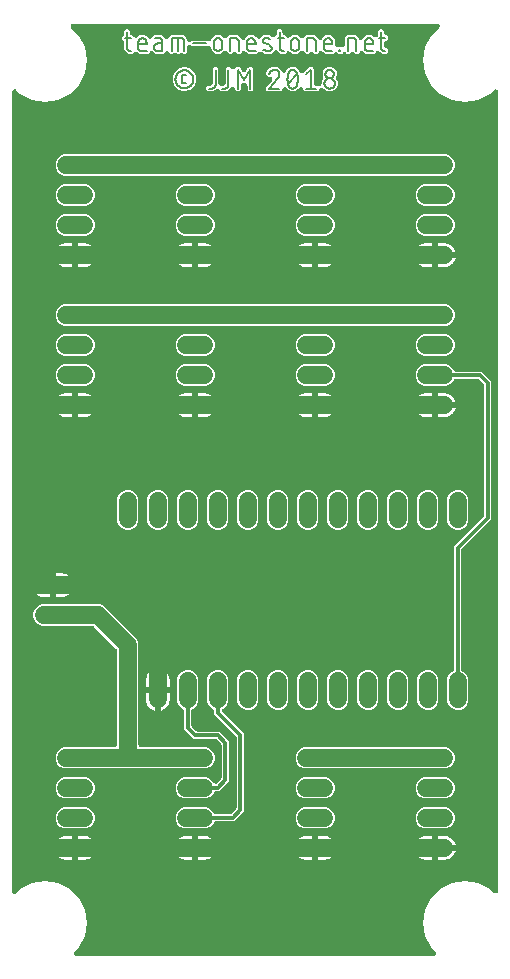
<source format=gbr>
G04 EAGLE Gerber RS-274X export*
G75*
%MOMM*%
%FSLAX34Y34*%
%LPD*%
%INTop Copper*%
%IPPOS*%
%AMOC8*
5,1,8,0,0,1.08239X$1,22.5*%
G01*
%ADD10C,0.177800*%
%ADD11C,1.524000*%
%ADD12C,1.508000*%
%ADD13C,0.304800*%

G36*
X367108Y10162D02*
X367108Y10162D01*
X367117Y10161D01*
X367311Y10182D01*
X367500Y10201D01*
X367509Y10203D01*
X367518Y10204D01*
X367702Y10263D01*
X367885Y10319D01*
X367893Y10323D01*
X367901Y10326D01*
X368070Y10419D01*
X368239Y10511D01*
X368246Y10516D01*
X368254Y10521D01*
X368401Y10645D01*
X368548Y10768D01*
X368554Y10775D01*
X368561Y10781D01*
X368680Y10933D01*
X368801Y11082D01*
X368805Y11090D01*
X368810Y11097D01*
X368898Y11270D01*
X368986Y11439D01*
X368989Y11448D01*
X368993Y11456D01*
X369045Y11642D01*
X369098Y11826D01*
X369098Y11835D01*
X369101Y11844D01*
X369115Y12037D01*
X369130Y12228D01*
X369129Y12236D01*
X369130Y12245D01*
X369106Y12438D01*
X369084Y12627D01*
X369081Y12636D01*
X369080Y12645D01*
X369018Y12827D01*
X368959Y13010D01*
X368954Y13018D01*
X368951Y13026D01*
X368855Y13193D01*
X368761Y13361D01*
X368755Y13368D01*
X368750Y13375D01*
X368536Y13628D01*
X364951Y17213D01*
X359904Y27119D01*
X358165Y38100D01*
X359904Y49081D01*
X364951Y58987D01*
X372813Y66849D01*
X382719Y71896D01*
X393700Y73635D01*
X404681Y71896D01*
X414587Y66849D01*
X417972Y63464D01*
X417979Y63459D01*
X417984Y63452D01*
X418134Y63331D01*
X418283Y63209D01*
X418291Y63205D01*
X418298Y63199D01*
X418468Y63111D01*
X418639Y63021D01*
X418648Y63018D01*
X418655Y63014D01*
X418840Y62961D01*
X419025Y62906D01*
X419034Y62905D01*
X419042Y62902D01*
X419233Y62887D01*
X419426Y62869D01*
X419435Y62870D01*
X419444Y62870D01*
X419633Y62892D01*
X419826Y62913D01*
X419835Y62915D01*
X419843Y62916D01*
X420025Y62976D01*
X420210Y63034D01*
X420218Y63039D01*
X420226Y63041D01*
X420395Y63136D01*
X420562Y63229D01*
X420569Y63235D01*
X420577Y63239D01*
X420723Y63365D01*
X420869Y63490D01*
X420875Y63497D01*
X420882Y63502D01*
X420999Y63654D01*
X421119Y63805D01*
X421123Y63813D01*
X421128Y63820D01*
X421214Y63993D01*
X421301Y64164D01*
X421304Y64173D01*
X421308Y64181D01*
X421358Y64367D01*
X421409Y64552D01*
X421410Y64561D01*
X421412Y64570D01*
X421439Y64901D01*
X421439Y741549D01*
X421438Y741558D01*
X421439Y741567D01*
X421418Y741758D01*
X421399Y741950D01*
X421397Y741959D01*
X421396Y741968D01*
X421338Y742150D01*
X421281Y742335D01*
X421277Y742343D01*
X421274Y742351D01*
X421181Y742520D01*
X421089Y742689D01*
X421084Y742696D01*
X421079Y742704D01*
X420955Y742851D01*
X420832Y742998D01*
X420825Y743004D01*
X420819Y743011D01*
X420668Y743130D01*
X420518Y743251D01*
X420510Y743255D01*
X420503Y743260D01*
X420330Y743348D01*
X420161Y743436D01*
X420152Y743439D01*
X420144Y743443D01*
X419958Y743495D01*
X419774Y743548D01*
X419765Y743548D01*
X419756Y743551D01*
X419563Y743565D01*
X419372Y743580D01*
X419364Y743579D01*
X419355Y743580D01*
X419162Y743556D01*
X418973Y743534D01*
X418964Y743531D01*
X418955Y743530D01*
X418772Y743468D01*
X418590Y743409D01*
X418582Y743404D01*
X418574Y743401D01*
X418407Y743305D01*
X418239Y743211D01*
X418232Y743205D01*
X418225Y743200D01*
X417972Y742986D01*
X414587Y739601D01*
X404681Y734554D01*
X393700Y732815D01*
X382719Y734554D01*
X372813Y739601D01*
X364951Y747463D01*
X359904Y757369D01*
X358165Y768350D01*
X359904Y779331D01*
X364951Y789237D01*
X371586Y795872D01*
X371591Y795879D01*
X371598Y795884D01*
X371719Y796034D01*
X371841Y796183D01*
X371845Y796191D01*
X371851Y796198D01*
X371939Y796368D01*
X372029Y796539D01*
X372032Y796548D01*
X372036Y796555D01*
X372089Y796740D01*
X372144Y796925D01*
X372145Y796934D01*
X372148Y796942D01*
X372163Y797134D01*
X372181Y797326D01*
X372180Y797335D01*
X372180Y797344D01*
X372158Y797533D01*
X372137Y797726D01*
X372135Y797735D01*
X372134Y797743D01*
X372074Y797925D01*
X372016Y798110D01*
X372011Y798118D01*
X372009Y798126D01*
X371914Y798295D01*
X371821Y798462D01*
X371815Y798469D01*
X371811Y798477D01*
X371685Y798623D01*
X371560Y798769D01*
X371553Y798775D01*
X371548Y798782D01*
X371396Y798899D01*
X371245Y799019D01*
X371237Y799023D01*
X371230Y799028D01*
X371057Y799114D01*
X370886Y799201D01*
X370877Y799204D01*
X370869Y799208D01*
X370683Y799258D01*
X370498Y799309D01*
X370489Y799310D01*
X370480Y799312D01*
X370149Y799339D01*
X61651Y799339D01*
X61642Y799338D01*
X61633Y799339D01*
X61439Y799318D01*
X61250Y799299D01*
X61241Y799297D01*
X61232Y799296D01*
X61048Y799238D01*
X60865Y799181D01*
X60857Y799177D01*
X60849Y799174D01*
X60680Y799081D01*
X60511Y798989D01*
X60504Y798984D01*
X60496Y798979D01*
X60349Y798855D01*
X60202Y798732D01*
X60196Y798725D01*
X60189Y798719D01*
X60070Y798568D01*
X59949Y798418D01*
X59945Y798410D01*
X59940Y798403D01*
X59852Y798230D01*
X59764Y798061D01*
X59761Y798052D01*
X59757Y798044D01*
X59705Y797858D01*
X59652Y797674D01*
X59652Y797665D01*
X59649Y797656D01*
X59635Y797463D01*
X59620Y797272D01*
X59621Y797264D01*
X59620Y797255D01*
X59644Y797062D01*
X59666Y796873D01*
X59669Y796864D01*
X59670Y796855D01*
X59732Y796672D01*
X59791Y796490D01*
X59796Y796482D01*
X59799Y796474D01*
X59895Y796307D01*
X59989Y796139D01*
X59995Y796132D01*
X60000Y796125D01*
X60214Y795872D01*
X66849Y789237D01*
X71896Y779331D01*
X73635Y768350D01*
X71896Y757369D01*
X66849Y747463D01*
X58987Y739601D01*
X49081Y734554D01*
X38100Y732815D01*
X27119Y734554D01*
X17213Y739601D01*
X13628Y743186D01*
X13621Y743191D01*
X13616Y743198D01*
X13466Y743319D01*
X13317Y743441D01*
X13309Y743445D01*
X13302Y743451D01*
X13132Y743539D01*
X12961Y743629D01*
X12952Y743632D01*
X12945Y743636D01*
X12760Y743689D01*
X12575Y743744D01*
X12566Y743745D01*
X12558Y743748D01*
X12367Y743763D01*
X12174Y743781D01*
X12165Y743780D01*
X12156Y743780D01*
X11967Y743758D01*
X11774Y743737D01*
X11765Y743735D01*
X11757Y743734D01*
X11575Y743674D01*
X11390Y743616D01*
X11382Y743611D01*
X11374Y743609D01*
X11205Y743514D01*
X11038Y743421D01*
X11031Y743415D01*
X11023Y743411D01*
X10877Y743284D01*
X10731Y743160D01*
X10725Y743153D01*
X10718Y743148D01*
X10601Y742996D01*
X10481Y742845D01*
X10477Y742837D01*
X10472Y742830D01*
X10386Y742657D01*
X10299Y742486D01*
X10296Y742477D01*
X10292Y742469D01*
X10242Y742283D01*
X10191Y742098D01*
X10190Y742089D01*
X10188Y742080D01*
X10161Y741749D01*
X10161Y64701D01*
X10162Y64692D01*
X10161Y64683D01*
X10182Y64491D01*
X10201Y64300D01*
X10203Y64291D01*
X10204Y64282D01*
X10262Y64100D01*
X10319Y63915D01*
X10323Y63907D01*
X10326Y63899D01*
X10419Y63730D01*
X10511Y63561D01*
X10516Y63554D01*
X10521Y63546D01*
X10645Y63399D01*
X10768Y63252D01*
X10775Y63246D01*
X10781Y63239D01*
X10932Y63120D01*
X11082Y62999D01*
X11090Y62995D01*
X11097Y62990D01*
X11270Y62902D01*
X11439Y62814D01*
X11448Y62811D01*
X11456Y62807D01*
X11642Y62755D01*
X11826Y62702D01*
X11835Y62702D01*
X11844Y62699D01*
X12037Y62685D01*
X12228Y62670D01*
X12236Y62671D01*
X12245Y62670D01*
X12438Y62694D01*
X12627Y62716D01*
X12636Y62719D01*
X12645Y62720D01*
X12828Y62782D01*
X13010Y62841D01*
X13018Y62846D01*
X13026Y62849D01*
X13193Y62945D01*
X13361Y63039D01*
X13368Y63045D01*
X13375Y63050D01*
X13628Y63264D01*
X17213Y66849D01*
X27119Y71896D01*
X38100Y73635D01*
X49081Y71896D01*
X58987Y66849D01*
X66849Y58987D01*
X71896Y49081D01*
X73635Y38100D01*
X71896Y27119D01*
X66849Y17213D01*
X63264Y13628D01*
X63259Y13621D01*
X63252Y13616D01*
X63131Y13466D01*
X63009Y13317D01*
X63005Y13309D01*
X62999Y13302D01*
X62911Y13132D01*
X62821Y12961D01*
X62818Y12952D01*
X62814Y12945D01*
X62761Y12760D01*
X62706Y12575D01*
X62705Y12566D01*
X62702Y12558D01*
X62687Y12367D01*
X62669Y12174D01*
X62670Y12165D01*
X62670Y12156D01*
X62692Y11967D01*
X62713Y11774D01*
X62715Y11765D01*
X62716Y11757D01*
X62776Y11575D01*
X62834Y11390D01*
X62839Y11382D01*
X62841Y11374D01*
X62936Y11205D01*
X63029Y11038D01*
X63035Y11031D01*
X63039Y11023D01*
X63165Y10877D01*
X63290Y10731D01*
X63297Y10725D01*
X63302Y10718D01*
X63454Y10601D01*
X63605Y10481D01*
X63613Y10477D01*
X63620Y10472D01*
X63793Y10386D01*
X63964Y10299D01*
X63973Y10296D01*
X63981Y10292D01*
X64167Y10242D01*
X64352Y10191D01*
X64361Y10190D01*
X64370Y10188D01*
X64701Y10161D01*
X367099Y10161D01*
X367108Y10162D01*
G37*
%LPC*%
G36*
X61614Y670305D02*
X61614Y670305D01*
X61476Y670347D01*
X61445Y670350D01*
X61415Y670358D01*
X61084Y670385D01*
X54157Y670385D01*
X50825Y671765D01*
X48275Y674315D01*
X46895Y677647D01*
X46895Y681253D01*
X48275Y684585D01*
X50825Y687135D01*
X54157Y688515D01*
X61084Y688515D01*
X61115Y688518D01*
X61146Y688516D01*
X61315Y688538D01*
X61484Y688555D01*
X61514Y688564D01*
X61545Y688568D01*
X61629Y688595D01*
X370186Y688595D01*
X370324Y688553D01*
X370355Y688550D01*
X370385Y688542D01*
X370716Y688515D01*
X377643Y688515D01*
X380975Y687135D01*
X383525Y684585D01*
X384905Y681253D01*
X384905Y677647D01*
X383525Y674315D01*
X380975Y671765D01*
X377643Y670385D01*
X370716Y670385D01*
X370685Y670382D01*
X370654Y670384D01*
X370485Y670362D01*
X370316Y670345D01*
X370286Y670336D01*
X370255Y670332D01*
X370171Y670305D01*
X61614Y670305D01*
G37*
%LPD*%
%LPC*%
G36*
X61614Y543305D02*
X61614Y543305D01*
X61476Y543347D01*
X61445Y543350D01*
X61415Y543358D01*
X61084Y543385D01*
X54157Y543385D01*
X50825Y544765D01*
X48275Y547315D01*
X46895Y550647D01*
X46895Y554253D01*
X48275Y557585D01*
X50825Y560135D01*
X54157Y561515D01*
X61084Y561515D01*
X61115Y561518D01*
X61146Y561516D01*
X61315Y561538D01*
X61484Y561555D01*
X61514Y561564D01*
X61545Y561568D01*
X61629Y561595D01*
X370186Y561595D01*
X370324Y561553D01*
X370355Y561550D01*
X370385Y561542D01*
X370716Y561515D01*
X377643Y561515D01*
X380975Y560135D01*
X383525Y557585D01*
X384905Y554253D01*
X384905Y550647D01*
X383525Y547315D01*
X380975Y544765D01*
X379662Y544221D01*
X377643Y543385D01*
X370716Y543385D01*
X370685Y543382D01*
X370654Y543384D01*
X370485Y543362D01*
X370316Y543345D01*
X370286Y543336D01*
X370255Y543332D01*
X370171Y543305D01*
X61614Y543305D01*
G37*
%LPD*%
%LPC*%
G36*
X61614Y168655D02*
X61614Y168655D01*
X61476Y168697D01*
X61445Y168700D01*
X61415Y168708D01*
X61084Y168735D01*
X54157Y168735D01*
X50825Y170115D01*
X48275Y172665D01*
X46895Y175997D01*
X46895Y179603D01*
X48275Y182935D01*
X50825Y185485D01*
X54157Y186865D01*
X61084Y186865D01*
X61115Y186868D01*
X61146Y186866D01*
X61315Y186888D01*
X61484Y186905D01*
X61514Y186914D01*
X61545Y186918D01*
X61629Y186945D01*
X96774Y186945D01*
X96792Y186947D01*
X96810Y186945D01*
X96992Y186966D01*
X97175Y186985D01*
X97192Y186990D01*
X97209Y186992D01*
X97384Y187049D01*
X97560Y187103D01*
X97575Y187111D01*
X97592Y187117D01*
X97752Y187207D01*
X97914Y187295D01*
X97927Y187306D01*
X97943Y187315D01*
X98082Y187435D01*
X98223Y187552D01*
X98234Y187566D01*
X98248Y187578D01*
X98360Y187723D01*
X98475Y187866D01*
X98483Y187882D01*
X98494Y187896D01*
X98576Y188061D01*
X98661Y188223D01*
X98666Y188240D01*
X98674Y188256D01*
X98721Y188435D01*
X98772Y188610D01*
X98774Y188628D01*
X98778Y188645D01*
X98805Y188976D01*
X98805Y268421D01*
X98803Y268447D01*
X98805Y268474D01*
X98783Y268648D01*
X98765Y268821D01*
X98758Y268847D01*
X98754Y268873D01*
X98699Y269039D01*
X98647Y269206D01*
X98634Y269230D01*
X98626Y269255D01*
X98539Y269407D01*
X98455Y269560D01*
X98438Y269581D01*
X98425Y269604D01*
X98210Y269857D01*
X79357Y288710D01*
X79336Y288727D01*
X79319Y288748D01*
X79181Y288855D01*
X79046Y288965D01*
X79022Y288978D01*
X79001Y288994D01*
X78844Y289072D01*
X78690Y289154D01*
X78664Y289162D01*
X78640Y289174D01*
X78471Y289219D01*
X78304Y289269D01*
X78277Y289271D01*
X78251Y289278D01*
X77921Y289305D01*
X42564Y289305D01*
X42426Y289347D01*
X42395Y289350D01*
X42365Y289358D01*
X42034Y289385D01*
X35107Y289385D01*
X31775Y290765D01*
X29225Y293315D01*
X27845Y296647D01*
X27845Y300253D01*
X29225Y303585D01*
X31775Y306135D01*
X33577Y306881D01*
X33578Y306881D01*
X35107Y307515D01*
X42034Y307515D01*
X42065Y307518D01*
X42096Y307516D01*
X42265Y307538D01*
X42434Y307555D01*
X42464Y307564D01*
X42495Y307568D01*
X42579Y307595D01*
X84369Y307595D01*
X87730Y306203D01*
X115703Y278230D01*
X117095Y274869D01*
X117095Y188976D01*
X117097Y188958D01*
X117095Y188940D01*
X117116Y188758D01*
X117135Y188575D01*
X117140Y188558D01*
X117142Y188541D01*
X117199Y188366D01*
X117253Y188190D01*
X117261Y188175D01*
X117267Y188158D01*
X117357Y187998D01*
X117445Y187836D01*
X117456Y187823D01*
X117465Y187807D01*
X117585Y187668D01*
X117702Y187527D01*
X117716Y187516D01*
X117728Y187502D01*
X117873Y187390D01*
X118016Y187275D01*
X118032Y187267D01*
X118046Y187256D01*
X118211Y187174D01*
X118373Y187089D01*
X118390Y187084D01*
X118406Y187076D01*
X118585Y187029D01*
X118760Y186978D01*
X118778Y186976D01*
X118795Y186972D01*
X119126Y186945D01*
X166986Y186945D01*
X167124Y186903D01*
X167155Y186900D01*
X167185Y186892D01*
X167516Y186865D01*
X174443Y186865D01*
X177775Y185485D01*
X180325Y182935D01*
X181705Y179603D01*
X181705Y175997D01*
X180325Y172665D01*
X177775Y170115D01*
X174443Y168735D01*
X167516Y168735D01*
X167485Y168732D01*
X167454Y168734D01*
X167285Y168712D01*
X167116Y168695D01*
X167086Y168686D01*
X167055Y168682D01*
X166971Y168655D01*
X61614Y168655D01*
G37*
%LPD*%
%LPC*%
G36*
X227488Y773938D02*
X227488Y773938D01*
X227487Y773938D01*
X227250Y773941D01*
X225647Y773964D01*
X225646Y773964D01*
X224565Y773979D01*
X221815Y774969D01*
X220390Y775481D01*
X220220Y775524D01*
X220051Y775571D01*
X220025Y775573D01*
X220000Y775580D01*
X219825Y775588D01*
X219649Y775601D01*
X219624Y775598D01*
X219598Y775599D01*
X219425Y775573D01*
X219250Y775550D01*
X219225Y775542D01*
X219200Y775538D01*
X219035Y775478D01*
X218868Y775422D01*
X218846Y775409D01*
X218821Y775400D01*
X218671Y775309D01*
X218519Y775221D01*
X218497Y775203D01*
X218478Y775191D01*
X218417Y775134D01*
X218266Y775007D01*
X217197Y773937D01*
X210391Y773937D01*
X208022Y775305D01*
X208012Y775319D01*
X207972Y775391D01*
X207895Y775482D01*
X207825Y775579D01*
X207765Y775635D01*
X207712Y775698D01*
X207618Y775772D01*
X207530Y775853D01*
X207460Y775896D01*
X207396Y775947D01*
X207289Y776001D01*
X207187Y776064D01*
X207110Y776092D01*
X207037Y776130D01*
X206922Y776162D01*
X206809Y776203D01*
X206728Y776216D01*
X206649Y776238D01*
X206529Y776246D01*
X206411Y776265D01*
X206330Y776261D01*
X206247Y776267D01*
X206129Y776252D01*
X206009Y776247D01*
X205930Y776227D01*
X205848Y776217D01*
X205734Y776178D01*
X205618Y776150D01*
X205544Y776115D01*
X205466Y776088D01*
X205363Y776029D01*
X205254Y775977D01*
X205188Y775928D01*
X205117Y775887D01*
X205001Y775789D01*
X204932Y775737D01*
X204905Y775707D01*
X204864Y775673D01*
X203129Y773937D01*
X201129Y773937D01*
X200010Y775057D01*
X199996Y775068D01*
X199984Y775082D01*
X199840Y775196D01*
X199698Y775312D01*
X199682Y775321D01*
X199668Y775332D01*
X199504Y775415D01*
X199342Y775501D01*
X199325Y775506D01*
X199309Y775514D01*
X199132Y775563D01*
X198956Y775616D01*
X198939Y775617D01*
X198921Y775622D01*
X198738Y775635D01*
X198555Y775652D01*
X198538Y775650D01*
X198520Y775651D01*
X198338Y775628D01*
X198155Y775609D01*
X198138Y775603D01*
X198120Y775601D01*
X197947Y775543D01*
X197771Y775487D01*
X197756Y775478D01*
X197739Y775473D01*
X197580Y775381D01*
X197419Y775292D01*
X197405Y775281D01*
X197390Y775272D01*
X197137Y775057D01*
X196017Y773937D01*
X194017Y773937D01*
X192044Y775911D01*
X191980Y775963D01*
X191923Y776022D01*
X191825Y776090D01*
X191732Y776166D01*
X191660Y776204D01*
X191592Y776251D01*
X191482Y776299D01*
X191377Y776355D01*
X191298Y776378D01*
X191222Y776411D01*
X191105Y776435D01*
X190991Y776469D01*
X190909Y776477D01*
X190829Y776494D01*
X190709Y776495D01*
X190590Y776506D01*
X190508Y776497D01*
X190426Y776498D01*
X190309Y776475D01*
X190189Y776462D01*
X190111Y776438D01*
X190030Y776422D01*
X189920Y776377D01*
X189806Y776341D01*
X189734Y776301D01*
X189658Y776270D01*
X189558Y776204D01*
X189453Y776146D01*
X189391Y776093D01*
X189322Y776048D01*
X189237Y775963D01*
X189146Y775886D01*
X189095Y775821D01*
X189037Y775763D01*
X188950Y775637D01*
X188897Y775570D01*
X188882Y775541D01*
X186105Y773937D01*
X182906Y773937D01*
X180135Y775537D01*
X178535Y778307D01*
X178535Y778584D01*
X178534Y778593D01*
X178535Y778602D01*
X178515Y778792D01*
X178495Y778985D01*
X178493Y778993D01*
X178492Y779002D01*
X178434Y779186D01*
X178377Y779370D01*
X178373Y779377D01*
X178370Y779386D01*
X178277Y779555D01*
X178186Y779724D01*
X178180Y779731D01*
X178176Y779738D01*
X178050Y779886D01*
X177928Y780033D01*
X177921Y780038D01*
X177915Y780045D01*
X177764Y780165D01*
X177614Y780285D01*
X177606Y780289D01*
X177599Y780295D01*
X177426Y780383D01*
X177257Y780471D01*
X177248Y780473D01*
X177240Y780477D01*
X177054Y780529D01*
X176870Y780582D01*
X176861Y780583D01*
X176852Y780585D01*
X176660Y780599D01*
X176469Y780615D01*
X176460Y780614D01*
X176451Y780615D01*
X176259Y780590D01*
X176069Y780568D01*
X176060Y780565D01*
X176051Y780564D01*
X175870Y780503D01*
X175686Y780443D01*
X175678Y780439D01*
X175670Y780436D01*
X175504Y780340D01*
X175335Y780245D01*
X175329Y780240D01*
X175321Y780235D01*
X175233Y780160D01*
X162540Y780160D01*
X161853Y780848D01*
X161846Y780853D01*
X161840Y780860D01*
X161690Y780981D01*
X161541Y781103D01*
X161533Y781107D01*
X161526Y781112D01*
X161356Y781201D01*
X161186Y781291D01*
X161177Y781294D01*
X161169Y781298D01*
X160985Y781351D01*
X160800Y781406D01*
X160791Y781407D01*
X160782Y781409D01*
X160591Y781425D01*
X160399Y781443D01*
X160390Y781442D01*
X160381Y781442D01*
X160192Y781420D01*
X159998Y781399D01*
X159990Y781396D01*
X159981Y781395D01*
X159799Y781336D01*
X159615Y781278D01*
X159607Y781273D01*
X159598Y781271D01*
X159431Y781176D01*
X159262Y781083D01*
X159255Y781077D01*
X159248Y781073D01*
X159103Y780947D01*
X158955Y780822D01*
X158950Y780815D01*
X158943Y780809D01*
X158826Y780659D01*
X158706Y780506D01*
X158702Y780498D01*
X158696Y780491D01*
X158611Y780321D01*
X158523Y780147D01*
X158521Y780139D01*
X158517Y780131D01*
X158467Y779945D01*
X158415Y779760D01*
X158415Y779751D01*
X158412Y779742D01*
X158385Y779411D01*
X158385Y775351D01*
X156971Y773937D01*
X154972Y773937D01*
X154741Y774168D01*
X154727Y774179D01*
X154715Y774193D01*
X154572Y774307D01*
X154429Y774423D01*
X154413Y774432D01*
X154400Y774443D01*
X154236Y774526D01*
X154074Y774612D01*
X154056Y774617D01*
X154041Y774625D01*
X153864Y774674D01*
X153688Y774727D01*
X153670Y774728D01*
X153653Y774733D01*
X153470Y774746D01*
X153287Y774763D01*
X153269Y774761D01*
X153251Y774762D01*
X153069Y774739D01*
X152886Y774720D01*
X152869Y774714D01*
X152852Y774712D01*
X152678Y774654D01*
X152503Y774598D01*
X152487Y774589D01*
X152470Y774584D01*
X152311Y774492D01*
X152150Y774403D01*
X152137Y774392D01*
X152121Y774383D01*
X151868Y774168D01*
X151637Y773937D01*
X149638Y773937D01*
X149407Y774168D01*
X149393Y774179D01*
X149381Y774193D01*
X149237Y774307D01*
X149095Y774423D01*
X149080Y774432D01*
X149065Y774443D01*
X148901Y774526D01*
X148740Y774612D01*
X148722Y774617D01*
X148707Y774625D01*
X148529Y774674D01*
X148354Y774727D01*
X148336Y774728D01*
X148319Y774733D01*
X148136Y774746D01*
X147953Y774763D01*
X147935Y774761D01*
X147917Y774762D01*
X147736Y774740D01*
X147552Y774720D01*
X147535Y774714D01*
X147518Y774712D01*
X147344Y774654D01*
X147169Y774598D01*
X147153Y774589D01*
X147136Y774584D01*
X146976Y774492D01*
X146816Y774403D01*
X146803Y774392D01*
X146787Y774383D01*
X146534Y774168D01*
X146303Y773937D01*
X144304Y773937D01*
X142808Y775433D01*
X142794Y775445D01*
X142782Y775458D01*
X142638Y775572D01*
X142496Y775688D01*
X142481Y775697D01*
X142466Y775708D01*
X142303Y775791D01*
X142141Y775877D01*
X142123Y775882D01*
X142108Y775890D01*
X141931Y775939D01*
X141755Y775992D01*
X141737Y775993D01*
X141720Y775998D01*
X141537Y776011D01*
X141354Y776028D01*
X141336Y776026D01*
X141318Y776027D01*
X141136Y776004D01*
X140953Y775985D01*
X140936Y775979D01*
X140919Y775977D01*
X140745Y775919D01*
X140570Y775863D01*
X140554Y775854D01*
X140537Y775849D01*
X140379Y775758D01*
X140217Y775668D01*
X140204Y775657D01*
X140188Y775648D01*
X139935Y775433D01*
X138439Y773937D01*
X131644Y773937D01*
X129184Y775725D01*
X129132Y775755D01*
X129085Y775792D01*
X128958Y775856D01*
X128836Y775928D01*
X128779Y775947D01*
X128726Y775975D01*
X128589Y776013D01*
X128455Y776059D01*
X128396Y776066D01*
X128338Y776083D01*
X128196Y776093D01*
X128056Y776112D01*
X127996Y776108D01*
X127936Y776112D01*
X127795Y776094D01*
X127654Y776085D01*
X127597Y776069D01*
X127537Y776062D01*
X127402Y776016D01*
X127266Y775979D01*
X127212Y775952D01*
X127155Y775933D01*
X127032Y775863D01*
X126906Y775799D01*
X126858Y775762D01*
X126806Y775732D01*
X126652Y775602D01*
X126588Y775552D01*
X126574Y775535D01*
X126553Y775518D01*
X124973Y773937D01*
X118167Y773937D01*
X115589Y775425D01*
X115448Y775489D01*
X115310Y775559D01*
X115265Y775572D01*
X115222Y775591D01*
X115071Y775626D01*
X114922Y775667D01*
X114875Y775671D01*
X114830Y775681D01*
X114675Y775686D01*
X114520Y775697D01*
X114474Y775691D01*
X114427Y775692D01*
X114275Y775666D01*
X114121Y775646D01*
X114077Y775632D01*
X114031Y775624D01*
X113886Y775568D01*
X113739Y775518D01*
X113699Y775495D01*
X113655Y775478D01*
X113525Y775395D01*
X113390Y775317D01*
X113350Y775283D01*
X113316Y775261D01*
X113254Y775201D01*
X113137Y775103D01*
X111972Y773937D01*
X108722Y773937D01*
X106364Y775299D01*
X105002Y777657D01*
X105002Y783400D01*
X105000Y783426D01*
X105002Y783453D01*
X104980Y783627D01*
X104963Y783800D01*
X104955Y783826D01*
X104951Y783853D01*
X104896Y784018D01*
X104844Y784185D01*
X104832Y784209D01*
X104823Y784234D01*
X104736Y784386D01*
X104653Y784539D01*
X104636Y784560D01*
X104622Y784583D01*
X104407Y784836D01*
X103224Y786019D01*
X103224Y788019D01*
X104407Y789202D01*
X104424Y789223D01*
X104445Y789240D01*
X104552Y789378D01*
X104663Y789513D01*
X104675Y789537D01*
X104691Y789558D01*
X104770Y789715D01*
X104851Y789869D01*
X104859Y789895D01*
X104871Y789919D01*
X104916Y790088D01*
X104966Y790255D01*
X104968Y790282D01*
X104975Y790307D01*
X105002Y790638D01*
X105002Y793353D01*
X106416Y794767D01*
X108416Y794767D01*
X109830Y793353D01*
X109830Y791464D01*
X109832Y791446D01*
X109830Y791428D01*
X109852Y791246D01*
X109870Y791063D01*
X109875Y791046D01*
X109877Y791029D01*
X109934Y790854D01*
X109988Y790678D01*
X109996Y790663D01*
X110002Y790646D01*
X110092Y790486D01*
X110180Y790324D01*
X110191Y790311D01*
X110200Y790295D01*
X110320Y790156D01*
X110437Y790015D01*
X110451Y790004D01*
X110463Y789990D01*
X110608Y789878D01*
X110751Y789763D01*
X110767Y789755D01*
X110781Y789744D01*
X110946Y789662D01*
X111109Y789577D01*
X111126Y789572D01*
X111142Y789564D01*
X111320Y789517D01*
X111495Y789466D01*
X111513Y789464D01*
X111530Y789460D01*
X111861Y789433D01*
X111972Y789433D01*
X113375Y788029D01*
X113495Y787931D01*
X113611Y787827D01*
X113651Y787804D01*
X113687Y787774D01*
X113824Y787701D01*
X113957Y787623D01*
X114001Y787607D01*
X114043Y787586D01*
X114191Y787541D01*
X114338Y787490D01*
X114384Y787484D01*
X114429Y787471D01*
X114583Y787457D01*
X114737Y787436D01*
X114783Y787439D01*
X114830Y787434D01*
X114984Y787451D01*
X115138Y787461D01*
X115183Y787473D01*
X115230Y787478D01*
X115378Y787525D01*
X115527Y787565D01*
X115575Y787587D01*
X115614Y787599D01*
X115689Y787641D01*
X115827Y787706D01*
X118818Y789433D01*
X122017Y789433D01*
X124787Y787833D01*
X125012Y787443D01*
X125055Y787384D01*
X125090Y787319D01*
X125172Y787221D01*
X125247Y787116D01*
X125301Y787066D01*
X125348Y787010D01*
X125448Y786930D01*
X125542Y786842D01*
X125604Y786804D01*
X125661Y786758D01*
X125775Y786699D01*
X125885Y786631D01*
X125954Y786606D01*
X126019Y786572D01*
X126142Y786537D01*
X126263Y786492D01*
X126335Y786481D01*
X126406Y786461D01*
X126534Y786450D01*
X126661Y786431D01*
X126734Y786434D01*
X126807Y786428D01*
X126935Y786443D01*
X127063Y786449D01*
X127134Y786466D01*
X127207Y786475D01*
X127329Y786515D01*
X127454Y786546D01*
X127520Y786577D01*
X127590Y786600D01*
X127702Y786663D01*
X127818Y786718D01*
X127876Y786762D01*
X127940Y786798D01*
X128038Y786882D01*
X128141Y786958D01*
X128189Y787013D01*
X128245Y787061D01*
X128324Y787162D01*
X128410Y787258D01*
X128447Y787321D01*
X128492Y787379D01*
X128549Y787494D01*
X128614Y787605D01*
X128638Y787674D01*
X128671Y787739D01*
X128704Y787863D01*
X128735Y787951D01*
X130217Y789433D01*
X136134Y789433D01*
X138492Y788071D01*
X139099Y787019D01*
X139142Y786959D01*
X139177Y786895D01*
X139259Y786796D01*
X139334Y786692D01*
X139388Y786642D01*
X139435Y786586D01*
X139535Y786505D01*
X139629Y786418D01*
X139692Y786379D01*
X139749Y786333D01*
X139862Y786274D01*
X139972Y786207D01*
X140041Y786182D01*
X140106Y786148D01*
X140229Y786112D01*
X140350Y786068D01*
X140422Y786057D01*
X140493Y786037D01*
X140621Y786026D01*
X140748Y786006D01*
X140821Y786010D01*
X140894Y786004D01*
X141022Y786019D01*
X141150Y786024D01*
X141221Y786042D01*
X141294Y786051D01*
X141416Y786090D01*
X141541Y786121D01*
X141607Y786153D01*
X141677Y786175D01*
X141789Y786239D01*
X141905Y786294D01*
X141963Y786337D01*
X142027Y786373D01*
X142125Y786457D01*
X142228Y786534D01*
X142276Y786589D01*
X142332Y786636D01*
X142411Y786738D01*
X142497Y786834D01*
X142534Y786897D01*
X142579Y786955D01*
X142636Y787069D01*
X142701Y787180D01*
X142725Y787250D01*
X142758Y787315D01*
X142791Y787439D01*
X142834Y787561D01*
X142844Y787633D01*
X142863Y787704D01*
X142877Y787873D01*
X142888Y787959D01*
X142886Y787992D01*
X142888Y788017D01*
X144304Y789433D01*
X154666Y789433D01*
X157024Y788071D01*
X158386Y785712D01*
X158406Y785527D01*
X158425Y785336D01*
X158428Y785327D01*
X158429Y785319D01*
X158486Y785136D01*
X158543Y784951D01*
X158548Y784943D01*
X158550Y784935D01*
X158643Y784766D01*
X158735Y784597D01*
X158741Y784590D01*
X158745Y784582D01*
X158870Y784435D01*
X158993Y784288D01*
X159000Y784282D01*
X159006Y784275D01*
X159156Y784156D01*
X159306Y784036D01*
X159314Y784031D01*
X159321Y784026D01*
X159493Y783939D01*
X159664Y783850D01*
X159672Y783848D01*
X159680Y783843D01*
X159866Y783792D01*
X160051Y783739D01*
X160060Y783738D01*
X160068Y783735D01*
X160261Y783721D01*
X160452Y783706D01*
X160461Y783707D01*
X160470Y783706D01*
X160663Y783730D01*
X160852Y783753D01*
X160860Y783755D01*
X160869Y783757D01*
X161052Y783818D01*
X161235Y783877D01*
X161242Y783882D01*
X161251Y783885D01*
X161416Y783980D01*
X161585Y784075D01*
X161592Y784081D01*
X161600Y784086D01*
X161853Y784300D01*
X162540Y784988D01*
X175208Y784988D01*
X175418Y784777D01*
X175482Y784725D01*
X175539Y784666D01*
X175637Y784598D01*
X175730Y784522D01*
X175802Y784484D01*
X175870Y784437D01*
X175980Y784390D01*
X176085Y784334D01*
X176164Y784310D01*
X176240Y784278D01*
X176356Y784253D01*
X176471Y784219D01*
X176553Y784211D01*
X176633Y784194D01*
X176753Y784193D01*
X176872Y784182D01*
X176954Y784191D01*
X177036Y784190D01*
X177154Y784213D01*
X177272Y784226D01*
X177351Y784251D01*
X177432Y784266D01*
X177542Y784311D01*
X177656Y784347D01*
X177728Y784387D01*
X177804Y784418D01*
X177904Y784484D01*
X178009Y784542D01*
X178071Y784595D01*
X178140Y784641D01*
X178224Y784725D01*
X178316Y784803D01*
X178367Y784867D01*
X178425Y784925D01*
X178512Y785051D01*
X178565Y785119D01*
X178584Y785155D01*
X178614Y785198D01*
X180135Y787833D01*
X182906Y789433D01*
X186105Y789433D01*
X188887Y787827D01*
X188896Y787813D01*
X188936Y787741D01*
X189014Y787650D01*
X189083Y787553D01*
X189143Y787497D01*
X189197Y787434D01*
X189290Y787360D01*
X189378Y787278D01*
X189448Y787235D01*
X189512Y787185D01*
X189619Y787130D01*
X189721Y787068D01*
X189798Y787039D01*
X189871Y787002D01*
X189987Y786970D01*
X190099Y786929D01*
X190180Y786916D01*
X190259Y786894D01*
X190379Y786885D01*
X190497Y786867D01*
X190579Y786871D01*
X190661Y786865D01*
X190780Y786880D01*
X190899Y786885D01*
X190979Y786905D01*
X191060Y786915D01*
X191174Y786953D01*
X191290Y786982D01*
X191364Y787017D01*
X191442Y787043D01*
X191545Y787103D01*
X191654Y787154D01*
X191720Y787203D01*
X191791Y787244D01*
X191907Y787343D01*
X191977Y787395D01*
X192004Y787425D01*
X192044Y787459D01*
X194017Y789433D01*
X200824Y789433D01*
X203182Y788071D01*
X204036Y786591D01*
X204121Y786473D01*
X204200Y786349D01*
X204239Y786309D01*
X204271Y786264D01*
X204378Y786165D01*
X204479Y786059D01*
X204525Y786028D01*
X204566Y785990D01*
X204690Y785914D01*
X204810Y785830D01*
X204861Y785808D01*
X204909Y785779D01*
X205046Y785729D01*
X205180Y785671D01*
X205235Y785660D01*
X205287Y785640D01*
X205431Y785618D01*
X205574Y785588D01*
X205630Y785587D01*
X205684Y785579D01*
X205830Y785585D01*
X205977Y785584D01*
X206031Y785594D01*
X206087Y785597D01*
X206228Y785632D01*
X206372Y785659D01*
X206424Y785680D01*
X206477Y785694D01*
X206610Y785756D01*
X206745Y785812D01*
X206791Y785842D01*
X206841Y785866D01*
X206959Y785953D01*
X207080Y786034D01*
X207120Y786073D01*
X207164Y786107D01*
X207262Y786215D01*
X207365Y786319D01*
X207401Y786371D01*
X207433Y786406D01*
X207476Y786478D01*
X207554Y786591D01*
X208271Y787833D01*
X211042Y789433D01*
X214241Y789433D01*
X217011Y787833D01*
X217148Y787597D01*
X217250Y787454D01*
X217349Y787309D01*
X217368Y787291D01*
X217382Y787270D01*
X217511Y787151D01*
X217637Y787027D01*
X217659Y787013D01*
X217677Y786996D01*
X217827Y786904D01*
X217975Y786808D01*
X217998Y786799D01*
X218020Y786785D01*
X218186Y786724D01*
X218349Y786660D01*
X218374Y786655D01*
X218398Y786646D01*
X218572Y786619D01*
X218745Y786588D01*
X218771Y786589D01*
X218796Y786585D01*
X218971Y786593D01*
X219148Y786596D01*
X219173Y786602D01*
X219198Y786603D01*
X219369Y786645D01*
X219541Y786683D01*
X219564Y786694D01*
X219589Y786700D01*
X219749Y786775D01*
X219909Y786846D01*
X219932Y786862D01*
X219953Y786872D01*
X220020Y786922D01*
X220183Y787033D01*
X223183Y789457D01*
X224889Y789432D01*
X225076Y789430D01*
X226730Y789406D01*
X227482Y789395D01*
X229846Y788331D01*
X230573Y788004D01*
X230623Y787987D01*
X230671Y787963D01*
X230814Y787923D01*
X230955Y787876D01*
X231008Y787869D01*
X231059Y787855D01*
X231207Y787844D01*
X231354Y787825D01*
X231407Y787829D01*
X231460Y787825D01*
X231608Y787844D01*
X231756Y787855D01*
X231807Y787869D01*
X231860Y787876D01*
X232000Y787923D01*
X232144Y787963D01*
X232191Y787987D01*
X232241Y788004D01*
X232370Y788078D01*
X232502Y788145D01*
X232544Y788178D01*
X232590Y788205D01*
X232761Y788349D01*
X232818Y788395D01*
X232828Y788407D01*
X232843Y788420D01*
X233626Y789202D01*
X233643Y789223D01*
X233663Y789240D01*
X233770Y789378D01*
X233881Y789513D01*
X233893Y789537D01*
X233910Y789558D01*
X233988Y789715D01*
X234069Y789869D01*
X234077Y789895D01*
X234089Y789919D01*
X234134Y790088D01*
X234184Y790255D01*
X234186Y790282D01*
X234193Y790307D01*
X234221Y790638D01*
X234221Y793353D01*
X235634Y794767D01*
X237634Y794767D01*
X239048Y793353D01*
X239048Y791464D01*
X239050Y791446D01*
X239048Y791428D01*
X239070Y791246D01*
X239088Y791063D01*
X239093Y791046D01*
X239095Y791029D01*
X239152Y790854D01*
X239206Y790678D01*
X239215Y790663D01*
X239220Y790646D01*
X239310Y790486D01*
X239398Y790324D01*
X239409Y790311D01*
X239418Y790295D01*
X239538Y790156D01*
X239656Y790015D01*
X239669Y790004D01*
X239681Y789990D01*
X239826Y789878D01*
X239969Y789763D01*
X239985Y789755D01*
X239999Y789744D01*
X240164Y789662D01*
X240327Y789577D01*
X240344Y789572D01*
X240360Y789564D01*
X240538Y789517D01*
X240714Y789466D01*
X240731Y789464D01*
X240749Y789460D01*
X241079Y789433D01*
X241190Y789433D01*
X242594Y788029D01*
X242714Y787931D01*
X242829Y787827D01*
X242869Y787804D01*
X242905Y787774D01*
X243042Y787702D01*
X243176Y787623D01*
X243220Y787607D01*
X243261Y787586D01*
X243409Y787541D01*
X243556Y787490D01*
X243602Y787484D01*
X243647Y787471D01*
X243802Y787457D01*
X243955Y787436D01*
X244001Y787439D01*
X244048Y787434D01*
X244202Y787451D01*
X244357Y787461D01*
X244402Y787473D01*
X244448Y787478D01*
X244596Y787525D01*
X244746Y787565D01*
X244793Y787587D01*
X244832Y787599D01*
X244907Y787641D01*
X245046Y787706D01*
X248036Y789433D01*
X251235Y789433D01*
X254017Y787827D01*
X254026Y787813D01*
X254066Y787741D01*
X254143Y787650D01*
X254213Y787553D01*
X254274Y787497D01*
X254327Y787434D01*
X254420Y787360D01*
X254508Y787279D01*
X254578Y787235D01*
X254643Y787185D01*
X254749Y787130D01*
X254851Y787068D01*
X254928Y787039D01*
X255001Y787002D01*
X255117Y786970D01*
X255229Y786929D01*
X255310Y786916D01*
X255389Y786894D01*
X255509Y786885D01*
X255627Y786867D01*
X255709Y786871D01*
X255791Y786865D01*
X255910Y786880D01*
X256029Y786885D01*
X256109Y786905D01*
X256190Y786915D01*
X256304Y786953D01*
X256420Y786982D01*
X256494Y787017D01*
X256572Y787043D01*
X256676Y787103D01*
X256784Y787154D01*
X256850Y787203D01*
X256921Y787244D01*
X257037Y787343D01*
X257107Y787395D01*
X257134Y787425D01*
X257174Y787459D01*
X259147Y789433D01*
X265954Y789433D01*
X268312Y788071D01*
X269166Y786591D01*
X269251Y786473D01*
X269330Y786349D01*
X269369Y786309D01*
X269401Y786264D01*
X269508Y786165D01*
X269609Y786059D01*
X269655Y786028D01*
X269696Y785990D01*
X269820Y785914D01*
X269941Y785830D01*
X269992Y785808D01*
X270039Y785779D01*
X270176Y785729D01*
X270310Y785671D01*
X270365Y785660D01*
X270417Y785640D01*
X270561Y785618D01*
X270704Y785588D01*
X270760Y785587D01*
X270815Y785579D01*
X270960Y785585D01*
X271107Y785584D01*
X271161Y785594D01*
X271217Y785597D01*
X271358Y785632D01*
X271502Y785659D01*
X271554Y785680D01*
X271608Y785694D01*
X271740Y785756D01*
X271875Y785812D01*
X271921Y785842D01*
X271971Y785866D01*
X272089Y785953D01*
X272211Y786034D01*
X272250Y786073D01*
X272294Y786107D01*
X272392Y786215D01*
X272496Y786319D01*
X272531Y786370D01*
X272563Y786406D01*
X272606Y786478D01*
X272684Y786591D01*
X273401Y787833D01*
X276172Y789433D01*
X279371Y789433D01*
X282142Y787833D01*
X283741Y785063D01*
X283741Y781685D01*
X283743Y781667D01*
X283741Y781649D01*
X283763Y781467D01*
X283781Y781284D01*
X283786Y781267D01*
X283788Y781250D01*
X283845Y781075D01*
X283899Y780899D01*
X283908Y780884D01*
X283913Y780867D01*
X284004Y780707D01*
X284091Y780545D01*
X284102Y780532D01*
X284111Y780516D01*
X284231Y780377D01*
X284349Y780236D01*
X284363Y780225D01*
X284374Y780211D01*
X284519Y780099D01*
X284662Y779984D01*
X284678Y779976D01*
X284692Y779965D01*
X284857Y779883D01*
X285020Y779798D01*
X285037Y779793D01*
X285053Y779785D01*
X285231Y779738D01*
X285407Y779687D01*
X285424Y779685D01*
X285442Y779681D01*
X285772Y779654D01*
X289375Y779654D01*
X289523Y779611D01*
X289707Y779556D01*
X289716Y779555D01*
X289725Y779553D01*
X289917Y779537D01*
X290108Y779520D01*
X290118Y779521D01*
X290126Y779520D01*
X290317Y779542D01*
X290509Y779563D01*
X290517Y779566D01*
X290526Y779567D01*
X290708Y779626D01*
X290893Y779684D01*
X290901Y779689D01*
X290909Y779692D01*
X291075Y779785D01*
X291245Y779879D01*
X291252Y779885D01*
X291260Y779890D01*
X291405Y780015D01*
X291552Y780140D01*
X291558Y780147D01*
X291564Y780153D01*
X291682Y780304D01*
X291802Y780456D01*
X291806Y780464D01*
X291811Y780471D01*
X291897Y780643D01*
X291984Y780815D01*
X291986Y780823D01*
X291990Y780831D01*
X292041Y781019D01*
X292092Y781202D01*
X292093Y781211D01*
X292095Y781220D01*
X292122Y781551D01*
X292122Y788019D01*
X293536Y789433D01*
X300342Y789433D01*
X302700Y788071D01*
X303555Y786591D01*
X303640Y786473D01*
X303719Y786349D01*
X303757Y786309D01*
X303790Y786264D01*
X303896Y786165D01*
X303998Y786059D01*
X304044Y786028D01*
X304084Y785990D01*
X304209Y785914D01*
X304329Y785830D01*
X304380Y785808D01*
X304427Y785779D01*
X304565Y785729D01*
X304699Y785671D01*
X304753Y785660D01*
X304805Y785640D01*
X304950Y785618D01*
X305093Y785588D01*
X305148Y785587D01*
X305203Y785579D01*
X305349Y785585D01*
X305495Y785584D01*
X305550Y785594D01*
X305605Y785597D01*
X305747Y785632D01*
X305891Y785659D01*
X305942Y785680D01*
X305996Y785694D01*
X306128Y785756D01*
X306264Y785812D01*
X306310Y785842D01*
X306360Y785866D01*
X306477Y785953D01*
X306599Y786034D01*
X306639Y786073D01*
X306683Y786107D01*
X306781Y786215D01*
X306884Y786319D01*
X306920Y786371D01*
X306952Y786406D01*
X306995Y786478D01*
X307073Y786591D01*
X307790Y787833D01*
X310560Y789433D01*
X313760Y789433D01*
X316257Y787991D01*
X316398Y787927D01*
X316537Y787857D01*
X316581Y787844D01*
X316624Y787825D01*
X316775Y787790D01*
X316924Y787749D01*
X316971Y787745D01*
X317016Y787735D01*
X317171Y787731D01*
X317326Y787719D01*
X317372Y787725D01*
X317419Y787724D01*
X317572Y787750D01*
X317725Y787770D01*
X317770Y787785D01*
X317816Y787793D01*
X317960Y787849D01*
X318107Y787898D01*
X318148Y787921D01*
X318191Y787938D01*
X318321Y788021D01*
X318456Y788099D01*
X318496Y788133D01*
X318530Y788155D01*
X318592Y788215D01*
X318709Y788314D01*
X319597Y789202D01*
X319614Y789223D01*
X319634Y789240D01*
X319741Y789378D01*
X319852Y789513D01*
X319865Y789537D01*
X319881Y789558D01*
X319959Y789715D01*
X320041Y789869D01*
X320049Y789895D01*
X320060Y789919D01*
X320106Y790088D01*
X320156Y790255D01*
X320158Y790282D01*
X320165Y790307D01*
X320192Y790638D01*
X320192Y793353D01*
X321606Y794767D01*
X323606Y794767D01*
X325020Y793353D01*
X325020Y791464D01*
X325021Y791446D01*
X325020Y791428D01*
X325041Y791246D01*
X325060Y791063D01*
X325065Y791046D01*
X325067Y791029D01*
X325124Y790854D01*
X325178Y790678D01*
X325186Y790663D01*
X325192Y790646D01*
X325282Y790486D01*
X325369Y790324D01*
X325381Y790311D01*
X325390Y790295D01*
X325510Y790156D01*
X325627Y790015D01*
X325641Y790004D01*
X325653Y789990D01*
X325798Y789878D01*
X325941Y789763D01*
X325957Y789755D01*
X325971Y789744D01*
X326136Y789662D01*
X326298Y789577D01*
X326315Y789572D01*
X326331Y789564D01*
X326509Y789517D01*
X326685Y789466D01*
X326703Y789464D01*
X326720Y789460D01*
X327051Y789433D01*
X327162Y789433D01*
X328576Y788019D01*
X328576Y786019D01*
X327162Y784605D01*
X327051Y784605D01*
X327033Y784603D01*
X327015Y784605D01*
X326833Y784584D01*
X326650Y784565D01*
X326633Y784560D01*
X326615Y784558D01*
X326441Y784501D01*
X326265Y784447D01*
X326250Y784439D01*
X326233Y784433D01*
X326072Y784343D01*
X325911Y784255D01*
X325898Y784244D01*
X325882Y784235D01*
X325743Y784115D01*
X325602Y783998D01*
X325591Y783984D01*
X325577Y783972D01*
X325465Y783827D01*
X325350Y783684D01*
X325341Y783668D01*
X325331Y783654D01*
X325249Y783489D01*
X325164Y783327D01*
X325159Y783310D01*
X325151Y783294D01*
X325103Y783115D01*
X325053Y782940D01*
X325051Y782922D01*
X325047Y782905D01*
X325020Y782574D01*
X325020Y780796D01*
X325021Y780778D01*
X325020Y780760D01*
X325041Y780578D01*
X325060Y780395D01*
X325065Y780378D01*
X325067Y780361D01*
X325124Y780186D01*
X325178Y780010D01*
X325186Y779995D01*
X325192Y779978D01*
X325282Y779818D01*
X325369Y779656D01*
X325381Y779643D01*
X325390Y779627D01*
X325510Y779488D01*
X325627Y779347D01*
X325641Y779336D01*
X325653Y779322D01*
X325798Y779210D01*
X325941Y779095D01*
X325957Y779087D01*
X325971Y779076D01*
X326136Y778994D01*
X326298Y778909D01*
X326315Y778904D01*
X326331Y778896D01*
X326509Y778849D01*
X326685Y778798D01*
X326703Y778796D01*
X326720Y778792D01*
X327051Y778765D01*
X327162Y778765D01*
X328576Y777351D01*
X328576Y775351D01*
X327162Y773937D01*
X323911Y773937D01*
X321541Y775306D01*
X321517Y775349D01*
X321440Y775440D01*
X321370Y775537D01*
X321310Y775593D01*
X321257Y775656D01*
X321163Y775730D01*
X321075Y775811D01*
X321005Y775854D01*
X320941Y775905D01*
X320834Y775959D01*
X320732Y776022D01*
X320655Y776050D01*
X320582Y776088D01*
X320467Y776120D01*
X320354Y776161D01*
X320273Y776174D01*
X320194Y776196D01*
X320074Y776204D01*
X319956Y776223D01*
X319874Y776219D01*
X319792Y776225D01*
X319673Y776210D01*
X319554Y776205D01*
X319474Y776185D01*
X319393Y776175D01*
X319279Y776136D01*
X319163Y776108D01*
X319089Y776073D01*
X319011Y776046D01*
X318908Y775987D01*
X318799Y775936D01*
X318733Y775886D01*
X318662Y775845D01*
X318546Y775747D01*
X318477Y775695D01*
X318449Y775665D01*
X318409Y775631D01*
X316716Y773937D01*
X309910Y773937D01*
X307540Y775305D01*
X307531Y775319D01*
X307491Y775391D01*
X307413Y775482D01*
X307344Y775579D01*
X307284Y775635D01*
X307230Y775698D01*
X307136Y775772D01*
X307049Y775853D01*
X306979Y775896D01*
X306914Y775947D01*
X306808Y776001D01*
X306706Y776064D01*
X306629Y776092D01*
X306556Y776130D01*
X306440Y776162D01*
X306328Y776203D01*
X306247Y776216D01*
X306168Y776238D01*
X306048Y776246D01*
X305930Y776265D01*
X305848Y776261D01*
X305766Y776267D01*
X305647Y776252D01*
X305528Y776247D01*
X305448Y776227D01*
X305367Y776217D01*
X305253Y776178D01*
X305137Y776150D01*
X305063Y776115D01*
X304985Y776088D01*
X304881Y776029D01*
X304773Y775977D01*
X304707Y775928D01*
X304636Y775887D01*
X304520Y775789D01*
X304450Y775737D01*
X304423Y775707D01*
X304383Y775673D01*
X302648Y773937D01*
X300648Y773937D01*
X299528Y775057D01*
X299514Y775068D01*
X299503Y775082D01*
X299359Y775196D01*
X299217Y775312D01*
X299201Y775321D01*
X299187Y775332D01*
X299023Y775415D01*
X298861Y775501D01*
X298844Y775506D01*
X298828Y775514D01*
X298651Y775563D01*
X298475Y775616D01*
X298457Y775617D01*
X298440Y775622D01*
X298257Y775635D01*
X298074Y775652D01*
X298056Y775650D01*
X298039Y775651D01*
X297856Y775628D01*
X297674Y775609D01*
X297657Y775603D01*
X297639Y775601D01*
X297465Y775543D01*
X297290Y775487D01*
X297274Y775478D01*
X297257Y775473D01*
X297099Y775381D01*
X296938Y775292D01*
X296924Y775281D01*
X296909Y775272D01*
X296656Y775057D01*
X295536Y773937D01*
X293536Y773937D01*
X292762Y774711D01*
X292748Y774723D01*
X292737Y774736D01*
X292592Y774850D01*
X292451Y774966D01*
X292435Y774975D01*
X292421Y774986D01*
X292257Y775069D01*
X292095Y775155D01*
X292078Y775160D01*
X292062Y775168D01*
X291885Y775217D01*
X291709Y775270D01*
X291691Y775271D01*
X291674Y775276D01*
X291491Y775290D01*
X291308Y775306D01*
X291290Y775304D01*
X291272Y775306D01*
X291090Y775283D01*
X290908Y775263D01*
X290891Y775257D01*
X290873Y775255D01*
X290699Y775197D01*
X290524Y775141D01*
X290508Y775133D01*
X290491Y775127D01*
X290333Y775036D01*
X290172Y774946D01*
X290158Y774935D01*
X290142Y774926D01*
X289889Y774711D01*
X289115Y773937D01*
X286227Y773937D01*
X285713Y774451D01*
X285700Y774462D01*
X285688Y774476D01*
X285544Y774589D01*
X285402Y774706D01*
X285386Y774714D01*
X285372Y774725D01*
X285208Y774808D01*
X285046Y774894D01*
X285029Y774900D01*
X285013Y774908D01*
X284836Y774957D01*
X284660Y775009D01*
X284642Y775011D01*
X284625Y775016D01*
X284442Y775029D01*
X284259Y775046D01*
X284241Y775044D01*
X284224Y775045D01*
X284042Y775022D01*
X283859Y775002D01*
X283842Y774997D01*
X283824Y774995D01*
X283651Y774936D01*
X283475Y774881D01*
X283459Y774872D01*
X283443Y774866D01*
X283284Y774775D01*
X283123Y774686D01*
X283109Y774674D01*
X283094Y774665D01*
X282841Y774451D01*
X282327Y773937D01*
X275521Y773937D01*
X273152Y775305D01*
X273142Y775319D01*
X273102Y775391D01*
X273025Y775482D01*
X272955Y775579D01*
X272895Y775635D01*
X272842Y775698D01*
X272748Y775772D01*
X272660Y775853D01*
X272590Y775896D01*
X272526Y775947D01*
X272419Y776001D01*
X272317Y776064D01*
X272240Y776092D01*
X272167Y776130D01*
X272052Y776162D01*
X271939Y776203D01*
X271858Y776216D01*
X271779Y776238D01*
X271659Y776246D01*
X271541Y776265D01*
X271460Y776261D01*
X271377Y776267D01*
X271259Y776252D01*
X271139Y776247D01*
X271060Y776227D01*
X270978Y776217D01*
X270865Y776178D01*
X270749Y776150D01*
X270674Y776115D01*
X270596Y776088D01*
X270493Y776029D01*
X270385Y775977D01*
X270319Y775928D01*
X270248Y775887D01*
X270131Y775789D01*
X270062Y775737D01*
X270035Y775707D01*
X269995Y775673D01*
X268259Y773937D01*
X266259Y773937D01*
X265140Y775057D01*
X265126Y775068D01*
X265114Y775082D01*
X264970Y775196D01*
X264828Y775312D01*
X264812Y775321D01*
X264798Y775332D01*
X264634Y775415D01*
X264472Y775501D01*
X264455Y775506D01*
X264439Y775514D01*
X264262Y775563D01*
X264086Y775616D01*
X264069Y775617D01*
X264051Y775622D01*
X263868Y775635D01*
X263685Y775652D01*
X263668Y775650D01*
X263650Y775651D01*
X263468Y775628D01*
X263285Y775609D01*
X263268Y775603D01*
X263250Y775601D01*
X263077Y775543D01*
X262901Y775487D01*
X262886Y775478D01*
X262869Y775473D01*
X262710Y775381D01*
X262549Y775292D01*
X262535Y775281D01*
X262520Y775272D01*
X262267Y775057D01*
X261147Y773937D01*
X259147Y773937D01*
X257174Y775911D01*
X257110Y775963D01*
X257053Y776022D01*
X256955Y776090D01*
X256862Y776166D01*
X256790Y776204D01*
X256722Y776251D01*
X256612Y776299D01*
X256507Y776355D01*
X256428Y776378D01*
X256353Y776411D01*
X256235Y776435D01*
X256121Y776469D01*
X256039Y776477D01*
X255959Y776494D01*
X255839Y776495D01*
X255720Y776506D01*
X255638Y776497D01*
X255556Y776498D01*
X255439Y776475D01*
X255320Y776462D01*
X255241Y776438D01*
X255161Y776422D01*
X255050Y776377D01*
X254936Y776341D01*
X254864Y776301D01*
X254788Y776270D01*
X254688Y776204D01*
X254583Y776146D01*
X254521Y776093D01*
X254452Y776048D01*
X254368Y775963D01*
X254276Y775886D01*
X254225Y775821D01*
X254167Y775763D01*
X254080Y775637D01*
X254027Y775570D01*
X254012Y775541D01*
X251235Y773937D01*
X248036Y773937D01*
X245046Y775664D01*
X244904Y775727D01*
X244766Y775798D01*
X244721Y775810D01*
X244679Y775829D01*
X244528Y775864D01*
X244378Y775906D01*
X244331Y775909D01*
X244286Y775919D01*
X244132Y775924D01*
X243977Y775935D01*
X243930Y775929D01*
X243884Y775930D01*
X243731Y775904D01*
X243577Y775885D01*
X243533Y775870D01*
X243487Y775862D01*
X243342Y775806D01*
X243195Y775756D01*
X243155Y775733D01*
X243112Y775716D01*
X242981Y775633D01*
X242847Y775555D01*
X242806Y775521D01*
X242772Y775500D01*
X242710Y775440D01*
X242594Y775341D01*
X241190Y773937D01*
X237940Y773937D01*
X235582Y775299D01*
X235283Y775816D01*
X235181Y775959D01*
X235081Y776105D01*
X235063Y776123D01*
X235048Y776143D01*
X234920Y776263D01*
X234794Y776386D01*
X234772Y776400D01*
X234753Y776418D01*
X234604Y776510D01*
X234456Y776605D01*
X234432Y776615D01*
X234410Y776628D01*
X234245Y776689D01*
X234082Y776754D01*
X234057Y776758D01*
X234033Y776767D01*
X233858Y776794D01*
X233685Y776825D01*
X233660Y776825D01*
X233635Y776829D01*
X233459Y776821D01*
X233283Y776818D01*
X233258Y776812D01*
X233232Y776811D01*
X233062Y776769D01*
X232890Y776730D01*
X232867Y776720D01*
X232842Y776714D01*
X232682Y776638D01*
X232522Y776567D01*
X232498Y776552D01*
X232478Y776542D01*
X232411Y776492D01*
X232247Y776381D01*
X229193Y773913D01*
X227488Y773938D01*
G37*
%LPD*%
%LPC*%
G36*
X385531Y218185D02*
X385531Y218185D01*
X382170Y219577D01*
X379597Y222150D01*
X378205Y225511D01*
X378205Y244389D01*
X379597Y247750D01*
X382170Y250323D01*
X383047Y250686D01*
X383067Y250696D01*
X383088Y250703D01*
X383244Y250792D01*
X383402Y250876D01*
X383419Y250890D01*
X383439Y250901D01*
X383575Y251018D01*
X383713Y251133D01*
X383727Y251150D01*
X383744Y251164D01*
X383853Y251305D01*
X383966Y251445D01*
X383977Y251465D01*
X383990Y251483D01*
X384070Y251643D01*
X384153Y251802D01*
X384160Y251823D01*
X384170Y251843D01*
X384216Y252016D01*
X384266Y252188D01*
X384268Y252210D01*
X384274Y252232D01*
X384301Y252563D01*
X384301Y356863D01*
X409106Y381668D01*
X409123Y381689D01*
X409144Y381706D01*
X409250Y381844D01*
X409361Y381979D01*
X409374Y382003D01*
X409390Y382024D01*
X409468Y382181D01*
X409550Y382335D01*
X409558Y382361D01*
X409570Y382385D01*
X409615Y382554D01*
X409665Y382721D01*
X409667Y382748D01*
X409674Y382773D01*
X409701Y383104D01*
X409701Y493196D01*
X409699Y493222D01*
X409701Y493249D01*
X409679Y493423D01*
X409661Y493596D01*
X409654Y493622D01*
X409650Y493649D01*
X409595Y493814D01*
X409543Y493981D01*
X409530Y494005D01*
X409522Y494030D01*
X409435Y494182D01*
X409351Y494335D01*
X409334Y494356D01*
X409321Y494379D01*
X409106Y494632D01*
X405732Y498006D01*
X405711Y498023D01*
X405694Y498044D01*
X405556Y498151D01*
X405421Y498261D01*
X405397Y498274D01*
X405376Y498290D01*
X405219Y498368D01*
X405065Y498450D01*
X405039Y498458D01*
X405015Y498470D01*
X404846Y498515D01*
X404679Y498565D01*
X404652Y498567D01*
X404627Y498574D01*
X404296Y498601D01*
X385746Y498601D01*
X385724Y498599D01*
X385702Y498601D01*
X385524Y498579D01*
X385345Y498561D01*
X385324Y498555D01*
X385302Y498552D01*
X385132Y498496D01*
X384960Y498443D01*
X384941Y498433D01*
X384920Y498426D01*
X384764Y498337D01*
X384606Y498251D01*
X384589Y498237D01*
X384570Y498226D01*
X384435Y498108D01*
X384297Y497994D01*
X384283Y497976D01*
X384266Y497962D01*
X384157Y497819D01*
X384045Y497680D01*
X384035Y497660D01*
X384021Y497642D01*
X383869Y497347D01*
X383525Y496515D01*
X380975Y493965D01*
X377643Y492585D01*
X358957Y492585D01*
X355625Y493965D01*
X353075Y496515D01*
X351695Y499847D01*
X351695Y503453D01*
X353075Y506785D01*
X355625Y509335D01*
X357246Y510006D01*
X357247Y510006D01*
X358957Y510715D01*
X377643Y510715D01*
X380975Y509335D01*
X383525Y506785D01*
X383869Y505953D01*
X383880Y505933D01*
X383887Y505912D01*
X383975Y505756D01*
X384060Y505598D01*
X384074Y505581D01*
X384085Y505561D01*
X384202Y505426D01*
X384316Y505287D01*
X384333Y505273D01*
X384348Y505256D01*
X384489Y505147D01*
X384629Y505034D01*
X384648Y505023D01*
X384666Y505010D01*
X384826Y504930D01*
X384985Y504847D01*
X385006Y504840D01*
X385027Y504830D01*
X385200Y504784D01*
X385372Y504734D01*
X385394Y504732D01*
X385415Y504726D01*
X385746Y504699D01*
X407663Y504699D01*
X415799Y496563D01*
X415799Y379737D01*
X390994Y354932D01*
X390977Y354911D01*
X390956Y354894D01*
X390849Y354756D01*
X390739Y354621D01*
X390726Y354597D01*
X390710Y354576D01*
X390632Y354419D01*
X390550Y354265D01*
X390542Y354239D01*
X390530Y354215D01*
X390485Y354046D01*
X390435Y353879D01*
X390433Y353852D01*
X390426Y353827D01*
X390399Y353496D01*
X390399Y252563D01*
X390401Y252540D01*
X390399Y252518D01*
X390421Y252341D01*
X390439Y252162D01*
X390445Y252141D01*
X390448Y252118D01*
X390504Y251948D01*
X390557Y251777D01*
X390567Y251757D01*
X390574Y251736D01*
X390663Y251581D01*
X390749Y251423D01*
X390763Y251406D01*
X390774Y251386D01*
X390892Y251251D01*
X391006Y251114D01*
X391024Y251100D01*
X391038Y251083D01*
X391181Y250974D01*
X391320Y250861D01*
X391340Y250851D01*
X391358Y250838D01*
X391653Y250686D01*
X392530Y250323D01*
X395103Y247750D01*
X396495Y244389D01*
X396495Y225511D01*
X395103Y222150D01*
X392530Y219577D01*
X391671Y219221D01*
X389169Y218185D01*
X385531Y218185D01*
G37*
%LPD*%
%LPC*%
G36*
X264814Y168655D02*
X264814Y168655D01*
X264676Y168697D01*
X264645Y168700D01*
X264615Y168708D01*
X264284Y168735D01*
X257357Y168735D01*
X254025Y170115D01*
X251475Y172665D01*
X250095Y175997D01*
X250095Y179603D01*
X251475Y182935D01*
X254025Y185485D01*
X257357Y186865D01*
X264284Y186865D01*
X264315Y186868D01*
X264346Y186866D01*
X264515Y186888D01*
X264684Y186905D01*
X264714Y186914D01*
X264745Y186918D01*
X264829Y186945D01*
X370186Y186945D01*
X370324Y186903D01*
X370355Y186900D01*
X370385Y186892D01*
X370716Y186865D01*
X377643Y186865D01*
X380975Y185485D01*
X383525Y182935D01*
X384905Y179603D01*
X384905Y175997D01*
X383525Y172665D01*
X380975Y170115D01*
X377643Y168735D01*
X370716Y168735D01*
X370685Y168732D01*
X370654Y168734D01*
X370485Y168712D01*
X370316Y168695D01*
X370286Y168686D01*
X370255Y168682D01*
X370171Y168655D01*
X264814Y168655D01*
G37*
%LPD*%
%LPC*%
G36*
X155757Y117935D02*
X155757Y117935D01*
X152425Y119315D01*
X149875Y121865D01*
X148495Y125197D01*
X148495Y128803D01*
X149875Y132135D01*
X152425Y134685D01*
X155757Y136065D01*
X174443Y136065D01*
X177775Y134685D01*
X180325Y132135D01*
X180669Y131303D01*
X180680Y131283D01*
X180687Y131262D01*
X180775Y131106D01*
X180860Y130948D01*
X180874Y130931D01*
X180885Y130911D01*
X181002Y130776D01*
X181116Y130637D01*
X181133Y130623D01*
X181148Y130606D01*
X181289Y130497D01*
X181429Y130384D01*
X181448Y130373D01*
X181466Y130360D01*
X181626Y130280D01*
X181785Y130197D01*
X181806Y130190D01*
X181827Y130180D01*
X182000Y130134D01*
X182172Y130084D01*
X182194Y130082D01*
X182215Y130076D01*
X182546Y130049D01*
X194746Y130049D01*
X194772Y130051D01*
X194799Y130049D01*
X194973Y130071D01*
X195146Y130089D01*
X195172Y130096D01*
X195199Y130100D01*
X195364Y130155D01*
X195531Y130207D01*
X195555Y130220D01*
X195580Y130228D01*
X195732Y130315D01*
X195885Y130399D01*
X195906Y130416D01*
X195929Y130429D01*
X196182Y130644D01*
X199556Y134018D01*
X199573Y134039D01*
X199594Y134056D01*
X199701Y134194D01*
X199811Y134329D01*
X199824Y134353D01*
X199840Y134374D01*
X199918Y134531D01*
X200000Y134685D01*
X200008Y134711D01*
X200020Y134735D01*
X200065Y134904D01*
X200115Y135071D01*
X200117Y135098D01*
X200124Y135123D01*
X200151Y135454D01*
X200151Y194746D01*
X200149Y194772D01*
X200151Y194799D01*
X200129Y194973D01*
X200111Y195146D01*
X200104Y195172D01*
X200100Y195199D01*
X200045Y195364D01*
X199993Y195531D01*
X199980Y195555D01*
X199972Y195580D01*
X199885Y195732D01*
X199801Y195885D01*
X199784Y195906D01*
X199771Y195929D01*
X199556Y196182D01*
X181101Y214637D01*
X181101Y217337D01*
X181099Y217360D01*
X181101Y217382D01*
X181079Y217559D01*
X181061Y217738D01*
X181055Y217759D01*
X181052Y217781D01*
X180996Y217951D01*
X180943Y218123D01*
X180933Y218143D01*
X180926Y218164D01*
X180837Y218320D01*
X180751Y218477D01*
X180737Y218494D01*
X180726Y218513D01*
X180608Y218649D01*
X180494Y218786D01*
X180476Y218800D01*
X180462Y218817D01*
X180320Y218926D01*
X180180Y219039D01*
X180160Y219049D01*
X180142Y219062D01*
X179847Y219214D01*
X178970Y219577D01*
X176397Y222150D01*
X175005Y225511D01*
X175005Y244389D01*
X176397Y247750D01*
X178970Y250323D01*
X182331Y251715D01*
X185969Y251715D01*
X189330Y250323D01*
X191903Y247750D01*
X193295Y244389D01*
X193295Y225511D01*
X191903Y222150D01*
X189330Y219578D01*
X188924Y219409D01*
X188912Y219403D01*
X188900Y219399D01*
X188736Y219308D01*
X188569Y219219D01*
X188559Y219211D01*
X188547Y219204D01*
X188404Y219083D01*
X188259Y218963D01*
X188250Y218952D01*
X188240Y218944D01*
X188124Y218796D01*
X188005Y218650D01*
X187999Y218638D01*
X187991Y218628D01*
X187905Y218460D01*
X187818Y218294D01*
X187814Y218281D01*
X187808Y218269D01*
X187758Y218088D01*
X187705Y217907D01*
X187704Y217894D01*
X187700Y217881D01*
X187687Y217692D01*
X187670Y217506D01*
X187672Y217493D01*
X187671Y217479D01*
X187695Y217292D01*
X187716Y217106D01*
X187720Y217093D01*
X187721Y217080D01*
X187781Y216902D01*
X187839Y216723D01*
X187845Y216711D01*
X187850Y216698D01*
X187943Y216535D01*
X188035Y216371D01*
X188044Y216361D01*
X188050Y216349D01*
X188265Y216096D01*
X206249Y198113D01*
X206249Y132087D01*
X198113Y123951D01*
X182546Y123951D01*
X182524Y123949D01*
X182502Y123951D01*
X182324Y123929D01*
X182145Y123911D01*
X182124Y123905D01*
X182102Y123902D01*
X181932Y123846D01*
X181760Y123793D01*
X181741Y123783D01*
X181720Y123776D01*
X181564Y123687D01*
X181406Y123601D01*
X181389Y123587D01*
X181370Y123576D01*
X181235Y123458D01*
X181097Y123344D01*
X181083Y123326D01*
X181066Y123312D01*
X180957Y123169D01*
X180845Y123030D01*
X180835Y123010D01*
X180821Y122992D01*
X180669Y122697D01*
X180325Y121865D01*
X177775Y119315D01*
X174443Y117935D01*
X155757Y117935D01*
G37*
%LPD*%
%LPC*%
G36*
X155757Y143335D02*
X155757Y143335D01*
X152425Y144715D01*
X149875Y147265D01*
X148495Y150597D01*
X148495Y154203D01*
X149875Y157535D01*
X152425Y160085D01*
X153745Y160631D01*
X155757Y161465D01*
X174443Y161465D01*
X177775Y160085D01*
X180325Y157535D01*
X180523Y157056D01*
X180529Y157045D01*
X180533Y157032D01*
X180624Y156867D01*
X180713Y156701D01*
X180722Y156691D01*
X180728Y156679D01*
X180849Y156537D01*
X180969Y156391D01*
X180980Y156383D01*
X180989Y156372D01*
X181136Y156256D01*
X181282Y156137D01*
X181294Y156131D01*
X181304Y156123D01*
X181472Y156038D01*
X181639Y155950D01*
X181651Y155947D01*
X181663Y155940D01*
X181845Y155890D01*
X182025Y155837D01*
X182038Y155836D01*
X182051Y155832D01*
X182240Y155819D01*
X182426Y155803D01*
X182439Y155804D01*
X182453Y155803D01*
X182640Y155827D01*
X182826Y155848D01*
X182839Y155852D01*
X182852Y155854D01*
X183030Y155913D01*
X183210Y155971D01*
X183221Y155977D01*
X183234Y155982D01*
X183396Y156075D01*
X183561Y156167D01*
X183571Y156176D01*
X183583Y156183D01*
X183836Y156397D01*
X186856Y159418D01*
X186873Y159439D01*
X186894Y159456D01*
X187000Y159594D01*
X187111Y159729D01*
X187124Y159753D01*
X187140Y159774D01*
X187218Y159930D01*
X187300Y160085D01*
X187308Y160111D01*
X187320Y160135D01*
X187365Y160304D01*
X187415Y160471D01*
X187417Y160498D01*
X187424Y160523D01*
X187451Y160854D01*
X187451Y188396D01*
X187449Y188422D01*
X187451Y188449D01*
X187429Y188623D01*
X187411Y188796D01*
X187404Y188822D01*
X187400Y188849D01*
X187345Y189014D01*
X187293Y189181D01*
X187280Y189205D01*
X187272Y189230D01*
X187185Y189382D01*
X187101Y189535D01*
X187084Y189556D01*
X187071Y189579D01*
X186856Y189832D01*
X183482Y193206D01*
X183461Y193223D01*
X183444Y193244D01*
X183306Y193351D01*
X183171Y193461D01*
X183147Y193474D01*
X183126Y193490D01*
X182969Y193568D01*
X182815Y193650D01*
X182789Y193658D01*
X182765Y193670D01*
X182596Y193715D01*
X182429Y193765D01*
X182402Y193767D01*
X182377Y193774D01*
X182046Y193801D01*
X163837Y193801D01*
X155701Y201937D01*
X155701Y217337D01*
X155699Y217360D01*
X155701Y217382D01*
X155679Y217559D01*
X155661Y217738D01*
X155655Y217759D01*
X155652Y217781D01*
X155596Y217951D01*
X155543Y218123D01*
X155533Y218143D01*
X155526Y218164D01*
X155437Y218320D01*
X155351Y218477D01*
X155337Y218494D01*
X155326Y218513D01*
X155208Y218649D01*
X155094Y218786D01*
X155076Y218800D01*
X155062Y218817D01*
X154920Y218926D01*
X154780Y219039D01*
X154760Y219049D01*
X154742Y219062D01*
X154447Y219214D01*
X153570Y219577D01*
X150997Y222150D01*
X149605Y225511D01*
X149605Y244389D01*
X150997Y247750D01*
X153570Y250323D01*
X156931Y251715D01*
X160569Y251715D01*
X163930Y250323D01*
X166503Y247750D01*
X167895Y244389D01*
X167895Y225511D01*
X166503Y222150D01*
X163930Y219577D01*
X163071Y219221D01*
X163053Y219214D01*
X163033Y219204D01*
X163012Y219197D01*
X162855Y219108D01*
X162698Y219024D01*
X162681Y219010D01*
X162661Y218999D01*
X162525Y218881D01*
X162387Y218767D01*
X162373Y218750D01*
X162356Y218736D01*
X162247Y218594D01*
X162134Y218455D01*
X162123Y218435D01*
X162110Y218417D01*
X162030Y218257D01*
X161947Y218098D01*
X161940Y218077D01*
X161930Y218057D01*
X161883Y217882D01*
X161834Y217712D01*
X161832Y217690D01*
X161826Y217668D01*
X161799Y217337D01*
X161799Y205304D01*
X161801Y205278D01*
X161799Y205251D01*
X161821Y205077D01*
X161839Y204904D01*
X161846Y204878D01*
X161850Y204851D01*
X161905Y204686D01*
X161957Y204519D01*
X161970Y204495D01*
X161978Y204470D01*
X162065Y204318D01*
X162149Y204165D01*
X162166Y204144D01*
X162179Y204121D01*
X162394Y203868D01*
X165768Y200494D01*
X165789Y200477D01*
X165806Y200456D01*
X165944Y200349D01*
X166079Y200239D01*
X166103Y200226D01*
X166124Y200210D01*
X166281Y200132D01*
X166435Y200050D01*
X166461Y200042D01*
X166485Y200030D01*
X166654Y199985D01*
X166821Y199935D01*
X166848Y199933D01*
X166873Y199926D01*
X167204Y199899D01*
X185413Y199899D01*
X193549Y191763D01*
X193549Y157487D01*
X185413Y149351D01*
X182546Y149351D01*
X182524Y149349D01*
X182502Y149351D01*
X182324Y149329D01*
X182145Y149311D01*
X182124Y149305D01*
X182102Y149302D01*
X181932Y149246D01*
X181760Y149193D01*
X181741Y149183D01*
X181720Y149176D01*
X181564Y149087D01*
X181406Y149001D01*
X181389Y148987D01*
X181370Y148976D01*
X181235Y148858D01*
X181097Y148744D01*
X181083Y148726D01*
X181066Y148712D01*
X180957Y148569D01*
X180845Y148430D01*
X180835Y148410D01*
X180821Y148392D01*
X180669Y148097D01*
X180325Y147265D01*
X177775Y144715D01*
X174443Y143335D01*
X155757Y143335D01*
G37*
%LPD*%
%LPC*%
G36*
X226020Y742513D02*
X226020Y742513D01*
X225968Y742556D01*
X225900Y742624D01*
X225186Y743231D01*
X225186Y744167D01*
X225179Y744235D01*
X225179Y744331D01*
X225104Y745264D01*
X225766Y745927D01*
X225809Y745979D01*
X225877Y746047D01*
X230036Y750940D01*
X230038Y750943D01*
X230040Y750945D01*
X230154Y751111D01*
X230265Y751271D01*
X230266Y751274D01*
X230268Y751277D01*
X230344Y751454D01*
X230425Y751641D01*
X230425Y751644D01*
X230426Y751647D01*
X230466Y751839D01*
X230508Y752035D01*
X230508Y752038D01*
X230508Y752041D01*
X230510Y752239D01*
X230512Y752438D01*
X230511Y752441D01*
X230511Y752444D01*
X230473Y752641D01*
X230436Y752833D01*
X230435Y752836D01*
X230434Y752839D01*
X230357Y753027D01*
X230284Y753206D01*
X230282Y753208D01*
X230281Y753211D01*
X230168Y753380D01*
X230061Y753541D01*
X230059Y753543D01*
X230057Y753546D01*
X229916Y753687D01*
X229777Y753826D01*
X229774Y753828D01*
X229772Y753830D01*
X229609Y753938D01*
X229442Y754049D01*
X229439Y754051D01*
X229436Y754052D01*
X229251Y754128D01*
X229069Y754202D01*
X229066Y754203D01*
X229063Y754204D01*
X228868Y754241D01*
X228674Y754279D01*
X228671Y754278D01*
X228668Y754279D01*
X228471Y754277D01*
X228271Y754275D01*
X228268Y754275D01*
X228265Y754275D01*
X228073Y754234D01*
X227877Y754193D01*
X227874Y754192D01*
X227871Y754191D01*
X227840Y754178D01*
X225905Y754805D01*
X224995Y756586D01*
X225304Y757537D01*
X225799Y759065D01*
X227947Y761455D01*
X230883Y762763D01*
X234208Y762763D01*
X237185Y761044D01*
X238591Y758609D01*
X238600Y758596D01*
X238607Y758582D01*
X238648Y758526D01*
X238650Y758523D01*
X238654Y758519D01*
X238717Y758433D01*
X238826Y758282D01*
X238837Y758271D01*
X238847Y758258D01*
X238985Y758134D01*
X239120Y758008D01*
X239134Y757999D01*
X239146Y757989D01*
X239305Y757894D01*
X239463Y757797D01*
X239478Y757791D01*
X239492Y757783D01*
X239667Y757722D01*
X239841Y757658D01*
X239857Y757656D01*
X239872Y757650D01*
X240057Y757625D01*
X240239Y757596D01*
X240255Y757597D01*
X240271Y757595D01*
X240456Y757606D01*
X240641Y757614D01*
X240657Y757618D01*
X240673Y757619D01*
X240852Y757667D01*
X241032Y757711D01*
X241046Y757718D01*
X241062Y757722D01*
X241229Y757804D01*
X241396Y757884D01*
X241409Y757893D01*
X241423Y757900D01*
X241570Y758013D01*
X241719Y758124D01*
X241730Y758136D01*
X241742Y758146D01*
X241864Y758285D01*
X241988Y758424D01*
X241996Y758437D01*
X242006Y758449D01*
X242176Y758735D01*
X242275Y758938D01*
X242305Y759019D01*
X242370Y759169D01*
X242874Y760638D01*
X245848Y762763D01*
X249504Y762763D01*
X252478Y760638D01*
X252982Y759169D01*
X253018Y759090D01*
X253077Y758938D01*
X253256Y758571D01*
X253278Y758536D01*
X253293Y758498D01*
X253383Y758365D01*
X253468Y758228D01*
X253495Y758199D01*
X253518Y758165D01*
X253633Y758052D01*
X253742Y757934D01*
X253776Y757910D01*
X253805Y757882D01*
X253939Y757793D01*
X254070Y757700D01*
X254107Y757683D01*
X254141Y757661D01*
X254290Y757601D01*
X254437Y757535D01*
X254477Y757526D01*
X254515Y757511D01*
X254673Y757481D01*
X254830Y757446D01*
X254871Y757445D01*
X254911Y757437D01*
X255072Y757439D01*
X255232Y757435D01*
X255272Y757442D01*
X255313Y757443D01*
X255471Y757477D01*
X255629Y757505D01*
X255667Y757520D01*
X255707Y757528D01*
X255854Y757593D01*
X256004Y757651D01*
X256038Y757673D01*
X256076Y757690D01*
X256313Y757849D01*
X256343Y757868D01*
X256346Y757872D01*
X256351Y757875D01*
X261607Y762080D01*
X261668Y762139D01*
X261775Y762230D01*
X262421Y762876D01*
X263329Y762775D01*
X263413Y762774D01*
X263554Y762763D01*
X264467Y762763D01*
X265038Y762049D01*
X265097Y761989D01*
X265188Y761882D01*
X265834Y761235D01*
X265734Y760327D01*
X265733Y760243D01*
X265721Y760103D01*
X265721Y748792D01*
X265723Y748774D01*
X265721Y748756D01*
X265743Y748574D01*
X265761Y748391D01*
X265766Y748374D01*
X265768Y748357D01*
X265825Y748182D01*
X265879Y748006D01*
X265888Y747991D01*
X265893Y747974D01*
X265984Y747814D01*
X266071Y747652D01*
X266082Y747639D01*
X266091Y747623D01*
X266211Y747484D01*
X266329Y747343D01*
X266343Y747332D01*
X266354Y747318D01*
X266499Y747206D01*
X266642Y747091D01*
X266658Y747083D01*
X266672Y747072D01*
X266837Y746990D01*
X267000Y746905D01*
X267017Y746900D01*
X267033Y746892D01*
X267211Y746845D01*
X267387Y746794D01*
X267404Y746792D01*
X267422Y746788D01*
X267752Y746761D01*
X268783Y746761D01*
X268924Y746646D01*
X268932Y746641D01*
X268939Y746636D01*
X269107Y746548D01*
X269279Y746457D01*
X269288Y746454D01*
X269296Y746450D01*
X269480Y746397D01*
X269665Y746342D01*
X269674Y746341D01*
X269683Y746339D01*
X269875Y746323D01*
X270066Y746306D01*
X270075Y746307D01*
X270084Y746306D01*
X270274Y746328D01*
X270467Y746349D01*
X270475Y746352D01*
X270484Y746353D01*
X270668Y746413D01*
X270850Y746471D01*
X270858Y746475D01*
X270867Y746478D01*
X271034Y746572D01*
X271203Y746665D01*
X271210Y746671D01*
X271217Y746676D01*
X271362Y746800D01*
X271510Y746926D01*
X271515Y746933D01*
X271522Y746939D01*
X271639Y747090D01*
X271759Y747242D01*
X271763Y747250D01*
X271769Y747257D01*
X271854Y747429D01*
X271942Y747601D01*
X271944Y747609D01*
X271948Y747617D01*
X271999Y747805D01*
X272050Y747989D01*
X272050Y747997D01*
X272053Y748006D01*
X272080Y748337D01*
X272080Y750630D01*
X273255Y752666D01*
X273293Y752749D01*
X273339Y752827D01*
X273376Y752932D01*
X273421Y753033D01*
X273442Y753122D01*
X273471Y753208D01*
X273487Y753317D01*
X273511Y753425D01*
X273514Y753516D01*
X273526Y753606D01*
X273519Y753717D01*
X273522Y753828D01*
X273507Y753917D01*
X273501Y754008D01*
X273473Y754115D01*
X273454Y754224D01*
X273421Y754309D01*
X273397Y754397D01*
X273338Y754522D01*
X273308Y754600D01*
X273282Y754640D01*
X273255Y754697D01*
X272969Y755193D01*
X272969Y758393D01*
X274568Y761163D01*
X277339Y762763D01*
X280538Y762763D01*
X283309Y761163D01*
X284908Y758393D01*
X284908Y755193D01*
X284622Y754697D01*
X284584Y754614D01*
X284538Y754536D01*
X284502Y754431D01*
X284456Y754330D01*
X284436Y754241D01*
X284406Y754156D01*
X284391Y754046D01*
X284366Y753938D01*
X284363Y753847D01*
X284351Y753757D01*
X284358Y753646D01*
X284355Y753535D01*
X284370Y753446D01*
X284376Y753355D01*
X284405Y753248D01*
X284424Y753139D01*
X284456Y753054D01*
X284480Y752966D01*
X284539Y752841D01*
X284569Y752763D01*
X284595Y752723D01*
X284622Y752666D01*
X285797Y750630D01*
X285797Y746954D01*
X283960Y743771D01*
X280776Y741933D01*
X277101Y741933D01*
X273906Y743778D01*
X273879Y743828D01*
X273797Y743926D01*
X273722Y744031D01*
X273668Y744081D01*
X273621Y744137D01*
X273521Y744217D01*
X273427Y744305D01*
X273364Y744344D01*
X273307Y744389D01*
X273193Y744449D01*
X273084Y744516D01*
X273015Y744541D01*
X272950Y744575D01*
X272827Y744610D01*
X272706Y744655D01*
X272633Y744666D01*
X272563Y744686D01*
X272435Y744697D01*
X272308Y744717D01*
X272235Y744713D01*
X272162Y744719D01*
X272034Y744704D01*
X271906Y744699D01*
X271835Y744681D01*
X271762Y744672D01*
X271640Y744632D01*
X271515Y744602D01*
X271449Y744570D01*
X271379Y744547D01*
X271267Y744484D01*
X271151Y744429D01*
X271092Y744386D01*
X271029Y744350D01*
X270931Y744266D01*
X270828Y744189D01*
X270779Y744134D01*
X270724Y744086D01*
X270645Y743985D01*
X270559Y743889D01*
X270522Y743826D01*
X270477Y743768D01*
X270420Y743653D01*
X270354Y743543D01*
X270351Y743532D01*
X268752Y741933D01*
X257863Y741933D01*
X256449Y743347D01*
X256449Y743451D01*
X256447Y743465D01*
X256448Y743478D01*
X256442Y743529D01*
X256444Y743587D01*
X256422Y743719D01*
X256409Y743852D01*
X256402Y743874D01*
X256401Y743877D01*
X256391Y743908D01*
X256389Y743917D01*
X256378Y743984D01*
X256330Y744108D01*
X256291Y744237D01*
X256258Y744296D01*
X256234Y744360D01*
X256163Y744473D01*
X256099Y744591D01*
X256055Y744643D01*
X256019Y744700D01*
X255927Y744797D01*
X255841Y744900D01*
X255788Y744942D01*
X255741Y744992D01*
X255631Y745068D01*
X255527Y745152D01*
X255467Y745183D01*
X255411Y745222D01*
X255289Y745276D01*
X255170Y745338D01*
X255105Y745356D01*
X255042Y745384D01*
X254912Y745412D01*
X254783Y745449D01*
X254715Y745455D01*
X254649Y745469D01*
X254515Y745471D01*
X254382Y745482D01*
X254314Y745474D01*
X254246Y745475D01*
X254115Y745451D01*
X253982Y745435D01*
X253917Y745414D01*
X253850Y745402D01*
X253727Y745352D01*
X253599Y745310D01*
X253540Y745277D01*
X253477Y745251D01*
X253365Y745178D01*
X253249Y745112D01*
X253197Y745068D01*
X253140Y745031D01*
X253045Y744936D01*
X252944Y744849D01*
X252902Y744796D01*
X252854Y744748D01*
X252779Y744636D01*
X252718Y744559D01*
X252713Y744552D01*
X252713Y744551D01*
X252697Y744531D01*
X252667Y744470D01*
X252629Y744414D01*
X252562Y744260D01*
X252528Y744195D01*
X252525Y744184D01*
X252518Y744171D01*
X252510Y744143D01*
X252496Y744110D01*
X252478Y744058D01*
X249504Y741933D01*
X245848Y741933D01*
X242874Y744058D01*
X242856Y744110D01*
X242828Y744172D01*
X242808Y744237D01*
X242800Y744252D01*
X242797Y744260D01*
X242752Y744341D01*
X242744Y744354D01*
X242689Y744476D01*
X242649Y744531D01*
X242616Y744591D01*
X242531Y744693D01*
X242452Y744802D01*
X242402Y744848D01*
X242359Y744900D01*
X242254Y744984D01*
X242156Y745074D01*
X242098Y745110D01*
X242045Y745152D01*
X241926Y745214D01*
X241812Y745283D01*
X241748Y745306D01*
X241687Y745338D01*
X241559Y745375D01*
X241433Y745420D01*
X241366Y745430D01*
X241301Y745449D01*
X241167Y745460D01*
X241035Y745480D01*
X240967Y745476D01*
X240899Y745482D01*
X240767Y745466D01*
X240633Y745460D01*
X240567Y745443D01*
X240499Y745435D01*
X240372Y745394D01*
X240243Y745361D01*
X240181Y745331D01*
X240117Y745310D01*
X240000Y745244D01*
X239880Y745187D01*
X239825Y745146D01*
X239766Y745112D01*
X239665Y745025D01*
X239558Y744944D01*
X239513Y744894D01*
X239461Y744849D01*
X239379Y744743D01*
X239290Y744644D01*
X239256Y744585D01*
X239215Y744531D01*
X239155Y744411D01*
X239088Y744296D01*
X239065Y744231D01*
X239035Y744171D01*
X239000Y744041D01*
X238957Y743915D01*
X238948Y743848D01*
X238937Y743808D01*
X238936Y743803D01*
X238931Y743782D01*
X238916Y743601D01*
X238905Y743516D01*
X238907Y743487D01*
X238904Y743451D01*
X238904Y743347D01*
X237490Y741933D01*
X227780Y741933D01*
X227712Y741927D01*
X227616Y741927D01*
X226682Y741851D01*
X226020Y742513D01*
G37*
%LPD*%
%LPC*%
G36*
X360131Y370585D02*
X360131Y370585D01*
X356770Y371977D01*
X354197Y374550D01*
X352805Y377911D01*
X352805Y396789D01*
X354197Y400150D01*
X356770Y402723D01*
X360131Y404115D01*
X363769Y404115D01*
X367130Y402723D01*
X369703Y400150D01*
X371095Y396789D01*
X371095Y377911D01*
X369703Y374550D01*
X367130Y371977D01*
X363769Y370585D01*
X360131Y370585D01*
G37*
%LPD*%
%LPC*%
G36*
X106131Y370585D02*
X106131Y370585D01*
X102770Y371977D01*
X100197Y374550D01*
X98805Y377911D01*
X98805Y396789D01*
X100197Y400150D01*
X102770Y402723D01*
X106131Y404115D01*
X109769Y404115D01*
X113130Y402723D01*
X115703Y400150D01*
X117095Y396789D01*
X117095Y377911D01*
X115703Y374550D01*
X113130Y371977D01*
X109769Y370585D01*
X106131Y370585D01*
G37*
%LPD*%
%LPC*%
G36*
X207731Y370585D02*
X207731Y370585D01*
X204370Y371977D01*
X201797Y374550D01*
X200405Y377911D01*
X200405Y396789D01*
X201797Y400150D01*
X204370Y402723D01*
X207731Y404115D01*
X211369Y404115D01*
X214730Y402723D01*
X217303Y400150D01*
X218695Y396789D01*
X218695Y377911D01*
X217303Y374550D01*
X214730Y371977D01*
X211369Y370585D01*
X207731Y370585D01*
G37*
%LPD*%
%LPC*%
G36*
X385531Y370585D02*
X385531Y370585D01*
X382170Y371977D01*
X379597Y374550D01*
X378205Y377911D01*
X378205Y396789D01*
X379597Y400150D01*
X382170Y402723D01*
X385531Y404115D01*
X389169Y404115D01*
X392530Y402723D01*
X395103Y400150D01*
X396495Y396789D01*
X396495Y377911D01*
X395103Y374550D01*
X392530Y371977D01*
X389169Y370585D01*
X385531Y370585D01*
G37*
%LPD*%
%LPC*%
G36*
X233131Y370585D02*
X233131Y370585D01*
X229770Y371977D01*
X227197Y374550D01*
X225805Y377911D01*
X225805Y396789D01*
X227197Y400150D01*
X229770Y402723D01*
X233131Y404115D01*
X236769Y404115D01*
X240130Y402723D01*
X242703Y400150D01*
X244095Y396789D01*
X244095Y377911D01*
X242703Y374550D01*
X240130Y371977D01*
X236769Y370585D01*
X233131Y370585D01*
G37*
%LPD*%
%LPC*%
G36*
X309331Y370585D02*
X309331Y370585D01*
X305970Y371977D01*
X303397Y374550D01*
X302005Y377911D01*
X302005Y396789D01*
X303397Y400150D01*
X305970Y402723D01*
X309331Y404115D01*
X312969Y404115D01*
X316330Y402723D01*
X318903Y400150D01*
X320295Y396789D01*
X320295Y377911D01*
X318903Y374550D01*
X316330Y371977D01*
X312969Y370585D01*
X309331Y370585D01*
G37*
%LPD*%
%LPC*%
G36*
X283931Y370585D02*
X283931Y370585D01*
X280570Y371977D01*
X277997Y374550D01*
X276605Y377911D01*
X276605Y396789D01*
X277997Y400150D01*
X280570Y402723D01*
X283931Y404115D01*
X287569Y404115D01*
X290930Y402723D01*
X293503Y400150D01*
X294895Y396789D01*
X294895Y377911D01*
X293503Y374550D01*
X290930Y371977D01*
X287569Y370585D01*
X283931Y370585D01*
G37*
%LPD*%
%LPC*%
G36*
X131531Y370585D02*
X131531Y370585D01*
X128170Y371977D01*
X125597Y374550D01*
X124205Y377911D01*
X124205Y396789D01*
X125597Y400150D01*
X128170Y402723D01*
X131531Y404115D01*
X135169Y404115D01*
X138530Y402723D01*
X141103Y400150D01*
X142495Y396789D01*
X142495Y377911D01*
X141103Y374550D01*
X138530Y371977D01*
X135169Y370585D01*
X131531Y370585D01*
G37*
%LPD*%
%LPC*%
G36*
X334731Y370585D02*
X334731Y370585D01*
X331370Y371977D01*
X328797Y374550D01*
X327405Y377911D01*
X327405Y396789D01*
X328797Y400150D01*
X331370Y402723D01*
X334731Y404115D01*
X338369Y404115D01*
X341730Y402723D01*
X344303Y400150D01*
X345695Y396789D01*
X345695Y377911D01*
X344303Y374550D01*
X341730Y371977D01*
X338369Y370585D01*
X334731Y370585D01*
G37*
%LPD*%
%LPC*%
G36*
X156931Y370585D02*
X156931Y370585D01*
X153570Y371977D01*
X150997Y374550D01*
X149605Y377911D01*
X149605Y396789D01*
X150997Y400150D01*
X153570Y402723D01*
X156931Y404115D01*
X160569Y404115D01*
X163930Y402723D01*
X166503Y400150D01*
X167895Y396789D01*
X167895Y377911D01*
X166503Y374550D01*
X163930Y371977D01*
X160569Y370585D01*
X156931Y370585D01*
G37*
%LPD*%
%LPC*%
G36*
X182331Y370585D02*
X182331Y370585D01*
X178970Y371977D01*
X176397Y374550D01*
X175005Y377911D01*
X175005Y396789D01*
X176397Y400150D01*
X178970Y402723D01*
X182331Y404115D01*
X185969Y404115D01*
X189330Y402723D01*
X191903Y400150D01*
X193295Y396789D01*
X193295Y377911D01*
X191903Y374550D01*
X189330Y371977D01*
X185969Y370585D01*
X182331Y370585D01*
G37*
%LPD*%
%LPC*%
G36*
X258531Y370585D02*
X258531Y370585D01*
X255170Y371977D01*
X252597Y374550D01*
X251205Y377911D01*
X251205Y396789D01*
X252597Y400150D01*
X255170Y402723D01*
X258531Y404115D01*
X262169Y404115D01*
X265530Y402723D01*
X268103Y400150D01*
X269495Y396789D01*
X269495Y377911D01*
X268103Y374550D01*
X265530Y371977D01*
X262169Y370585D01*
X258531Y370585D01*
G37*
%LPD*%
%LPC*%
G36*
X309331Y218185D02*
X309331Y218185D01*
X305970Y219577D01*
X303397Y222150D01*
X302005Y225511D01*
X302005Y244389D01*
X303397Y247750D01*
X305970Y250323D01*
X309331Y251715D01*
X312969Y251715D01*
X316330Y250323D01*
X318903Y247750D01*
X320295Y244389D01*
X320295Y225511D01*
X318903Y222150D01*
X316330Y219577D01*
X315471Y219221D01*
X312969Y218185D01*
X309331Y218185D01*
G37*
%LPD*%
%LPC*%
G36*
X334731Y218185D02*
X334731Y218185D01*
X331370Y219577D01*
X328797Y222150D01*
X327405Y225511D01*
X327405Y244389D01*
X328797Y247750D01*
X331370Y250323D01*
X334731Y251715D01*
X338369Y251715D01*
X341730Y250323D01*
X344303Y247750D01*
X345695Y244389D01*
X345695Y225511D01*
X344303Y222150D01*
X341730Y219577D01*
X340871Y219221D01*
X338369Y218185D01*
X334731Y218185D01*
G37*
%LPD*%
%LPC*%
G36*
X360131Y218185D02*
X360131Y218185D01*
X356770Y219577D01*
X354197Y222150D01*
X352805Y225511D01*
X352805Y244389D01*
X354197Y247750D01*
X356770Y250323D01*
X360131Y251715D01*
X363769Y251715D01*
X367130Y250323D01*
X369703Y247750D01*
X371095Y244389D01*
X371095Y225511D01*
X369703Y222150D01*
X367130Y219577D01*
X366271Y219221D01*
X363769Y218185D01*
X360131Y218185D01*
G37*
%LPD*%
%LPC*%
G36*
X258531Y218185D02*
X258531Y218185D01*
X255170Y219577D01*
X252597Y222150D01*
X251205Y225511D01*
X251205Y244389D01*
X252597Y247750D01*
X255170Y250323D01*
X258531Y251715D01*
X262169Y251715D01*
X265530Y250323D01*
X268103Y247750D01*
X269495Y244389D01*
X269495Y225511D01*
X268103Y222150D01*
X265530Y219577D01*
X264671Y219221D01*
X262169Y218185D01*
X258531Y218185D01*
G37*
%LPD*%
%LPC*%
G36*
X207731Y218185D02*
X207731Y218185D01*
X204370Y219577D01*
X201797Y222150D01*
X200405Y225511D01*
X200405Y244389D01*
X201797Y247750D01*
X204370Y250323D01*
X207731Y251715D01*
X211369Y251715D01*
X214730Y250323D01*
X217303Y247750D01*
X218695Y244389D01*
X218695Y225511D01*
X217303Y222150D01*
X214730Y219577D01*
X213871Y219221D01*
X211369Y218185D01*
X207731Y218185D01*
G37*
%LPD*%
%LPC*%
G36*
X233131Y218185D02*
X233131Y218185D01*
X229770Y219577D01*
X227197Y222150D01*
X225805Y225511D01*
X225805Y244389D01*
X227197Y247750D01*
X229770Y250323D01*
X233131Y251715D01*
X236769Y251715D01*
X240130Y250323D01*
X242703Y247750D01*
X244095Y244389D01*
X244095Y225511D01*
X242703Y222150D01*
X240130Y219577D01*
X239271Y219221D01*
X236769Y218185D01*
X233131Y218185D01*
G37*
%LPD*%
%LPC*%
G36*
X283931Y218185D02*
X283931Y218185D01*
X280570Y219577D01*
X277997Y222150D01*
X276605Y225511D01*
X276605Y244389D01*
X277997Y247750D01*
X280570Y250323D01*
X283931Y251715D01*
X287569Y251715D01*
X290930Y250323D01*
X293503Y247750D01*
X294895Y244389D01*
X294895Y225511D01*
X293503Y222150D01*
X290930Y219577D01*
X290071Y219221D01*
X287569Y218185D01*
X283931Y218185D01*
G37*
%LPD*%
%LPC*%
G36*
X176027Y741933D02*
X176027Y741933D01*
X174613Y743347D01*
X174613Y745347D01*
X176027Y746761D01*
X177916Y746761D01*
X177934Y746763D01*
X177952Y746761D01*
X178134Y746782D01*
X178317Y746801D01*
X178334Y746806D01*
X178352Y746808D01*
X178526Y746865D01*
X178702Y746919D01*
X178717Y746927D01*
X178734Y746933D01*
X178895Y747023D01*
X179056Y747111D01*
X179069Y747122D01*
X179085Y747131D01*
X179224Y747251D01*
X179365Y747368D01*
X179376Y747382D01*
X179390Y747394D01*
X179502Y747539D01*
X179617Y747682D01*
X179626Y747698D01*
X179637Y747712D01*
X179719Y747877D01*
X179803Y748039D01*
X179808Y748056D01*
X179816Y748072D01*
X179864Y748251D01*
X179914Y748426D01*
X179916Y748444D01*
X179920Y748461D01*
X179947Y748792D01*
X179947Y761349D01*
X181361Y762763D01*
X183361Y762763D01*
X184775Y761349D01*
X184775Y748792D01*
X184777Y748774D01*
X184775Y748756D01*
X184797Y748574D01*
X184815Y748391D01*
X184820Y748374D01*
X184822Y748357D01*
X184879Y748182D01*
X184933Y748006D01*
X184941Y747991D01*
X184947Y747974D01*
X185037Y747814D01*
X185125Y747652D01*
X185136Y747639D01*
X185145Y747623D01*
X185265Y747484D01*
X185382Y747343D01*
X185396Y747332D01*
X185408Y747318D01*
X185553Y747206D01*
X185696Y747091D01*
X185712Y747083D01*
X185726Y747072D01*
X185891Y746990D01*
X186054Y746905D01*
X186071Y746900D01*
X186087Y746892D01*
X186265Y746845D01*
X186440Y746794D01*
X186458Y746792D01*
X186475Y746788D01*
X186806Y746761D01*
X188858Y746761D01*
X188876Y746763D01*
X188894Y746761D01*
X189076Y746782D01*
X189259Y746801D01*
X189276Y746806D01*
X189293Y746808D01*
X189468Y746865D01*
X189644Y746919D01*
X189659Y746927D01*
X189676Y746933D01*
X189836Y747023D01*
X189998Y747111D01*
X190011Y747122D01*
X190027Y747131D01*
X190166Y747251D01*
X190307Y747368D01*
X190318Y747382D01*
X190332Y747394D01*
X190444Y747539D01*
X190559Y747682D01*
X190567Y747698D01*
X190578Y747712D01*
X190660Y747877D01*
X190745Y748039D01*
X190750Y748056D01*
X190758Y748072D01*
X190806Y748251D01*
X190856Y748426D01*
X190858Y748444D01*
X190862Y748461D01*
X190889Y748792D01*
X190889Y761349D01*
X192303Y762763D01*
X194303Y762763D01*
X195760Y761306D01*
X195886Y761202D01*
X196009Y761094D01*
X196042Y761075D01*
X196071Y761051D01*
X196215Y760974D01*
X196357Y760892D01*
X196393Y760880D01*
X196427Y760862D01*
X196584Y760815D01*
X196738Y760763D01*
X196776Y760758D01*
X196813Y760747D01*
X196976Y760732D01*
X197137Y760711D01*
X197176Y760714D01*
X197214Y760711D01*
X197377Y760728D01*
X197539Y760740D01*
X197576Y760750D01*
X197614Y760754D01*
X197770Y760803D01*
X197927Y760847D01*
X197961Y760864D01*
X197998Y760876D01*
X198141Y760955D01*
X198287Y761028D01*
X198317Y761052D01*
X198350Y761070D01*
X198475Y761176D01*
X198603Y761277D01*
X198628Y761306D01*
X198657Y761331D01*
X198758Y761459D01*
X198865Y761583D01*
X198883Y761617D01*
X198907Y761647D01*
X198981Y761793D01*
X199025Y761871D01*
X199469Y762137D01*
X199535Y762187D01*
X199607Y762228D01*
X199722Y762326D01*
X199792Y762378D01*
X199819Y762408D01*
X199860Y762443D01*
X200204Y762787D01*
X200309Y762795D01*
X200329Y762801D01*
X200349Y762803D01*
X200522Y762856D01*
X200696Y762905D01*
X200717Y762915D01*
X200734Y762921D01*
X200769Y762940D01*
X201234Y762823D01*
X201316Y762811D01*
X201396Y762790D01*
X201547Y762777D01*
X201633Y762765D01*
X201674Y762767D01*
X201727Y762763D01*
X202213Y762763D01*
X202294Y762694D01*
X202312Y762684D01*
X202327Y762671D01*
X202487Y762587D01*
X202645Y762499D01*
X202667Y762491D01*
X202683Y762483D01*
X202721Y762471D01*
X202968Y762060D01*
X203018Y761994D01*
X203059Y761922D01*
X203157Y761806D01*
X203208Y761737D01*
X203239Y761710D01*
X203274Y761669D01*
X203617Y761325D01*
X203626Y761220D01*
X203631Y761200D01*
X203633Y761180D01*
X203687Y761006D01*
X203736Y760833D01*
X203746Y760812D01*
X203752Y760795D01*
X203789Y760726D01*
X203883Y760535D01*
X204772Y759053D01*
X204839Y758963D01*
X204898Y758868D01*
X204959Y758802D01*
X205012Y758730D01*
X205096Y758655D01*
X205172Y758573D01*
X205245Y758521D01*
X205312Y758461D01*
X205408Y758404D01*
X205499Y758339D01*
X205581Y758302D01*
X205658Y758256D01*
X205764Y758219D01*
X205866Y758173D01*
X205954Y758153D01*
X206038Y758124D01*
X206150Y758108D01*
X206259Y758083D01*
X206348Y758081D01*
X206437Y758069D01*
X206549Y758076D01*
X206661Y758073D01*
X206750Y758088D01*
X206839Y758093D01*
X206947Y758122D01*
X207058Y758141D01*
X207142Y758174D01*
X207228Y758197D01*
X207329Y758247D01*
X207433Y758287D01*
X207509Y758336D01*
X207589Y758375D01*
X207678Y758444D01*
X207773Y758504D01*
X207837Y758567D01*
X207908Y758621D01*
X207981Y758706D01*
X208062Y758784D01*
X208124Y758870D01*
X208172Y758925D01*
X208204Y758981D01*
X208256Y759053D01*
X209145Y760535D01*
X209222Y760698D01*
X209302Y760861D01*
X209308Y760881D01*
X209317Y760899D01*
X209360Y761074D01*
X209407Y761249D01*
X209409Y761272D01*
X209413Y761290D01*
X209415Y761330D01*
X209754Y761669D01*
X209807Y761733D01*
X209866Y761790D01*
X209954Y761913D01*
X210009Y761980D01*
X210029Y762017D01*
X210060Y762060D01*
X210310Y762477D01*
X210410Y762511D01*
X210428Y762521D01*
X210447Y762528D01*
X210602Y762621D01*
X210759Y762712D01*
X210776Y762726D01*
X210792Y762736D01*
X210821Y762763D01*
X211301Y762763D01*
X211383Y762771D01*
X211466Y762769D01*
X211615Y762794D01*
X211701Y762803D01*
X211741Y762815D01*
X211793Y762823D01*
X212265Y762941D01*
X212360Y762894D01*
X212379Y762889D01*
X212398Y762880D01*
X212573Y762837D01*
X212748Y762790D01*
X212771Y762788D01*
X212789Y762784D01*
X212829Y762782D01*
X213168Y762443D01*
X213232Y762390D01*
X213289Y762331D01*
X213412Y762242D01*
X213479Y762188D01*
X213516Y762168D01*
X213559Y762137D01*
X213976Y761887D01*
X214010Y761787D01*
X214020Y761769D01*
X214027Y761750D01*
X214120Y761595D01*
X214211Y761438D01*
X214225Y761421D01*
X214235Y761405D01*
X214262Y761376D01*
X214262Y760896D01*
X214270Y760814D01*
X214268Y760731D01*
X214293Y760581D01*
X214301Y760496D01*
X214314Y760456D01*
X214322Y760404D01*
X214440Y759932D01*
X214393Y759837D01*
X214388Y759817D01*
X214379Y759799D01*
X214336Y759624D01*
X214289Y759449D01*
X214287Y759426D01*
X214282Y759408D01*
X214279Y759330D01*
X214262Y759118D01*
X214262Y743347D01*
X212848Y741933D01*
X210848Y741933D01*
X209434Y743347D01*
X209434Y746809D01*
X209418Y746971D01*
X209408Y747134D01*
X209398Y747171D01*
X209394Y747209D01*
X209346Y747365D01*
X209304Y747523D01*
X209287Y747558D01*
X209276Y747594D01*
X209198Y747738D01*
X209126Y747884D01*
X209103Y747915D01*
X209084Y747948D01*
X208980Y748073D01*
X208880Y748203D01*
X208851Y748228D01*
X208827Y748258D01*
X208700Y748360D01*
X208576Y748467D01*
X208543Y748486D01*
X208513Y748510D01*
X208368Y748585D01*
X208226Y748666D01*
X208189Y748678D01*
X208155Y748695D01*
X207999Y748740D01*
X207844Y748792D01*
X207805Y748796D01*
X207769Y748807D01*
X207606Y748820D01*
X207444Y748840D01*
X207406Y748837D01*
X207367Y748840D01*
X207205Y748821D01*
X207137Y748815D01*
X207007Y748848D01*
X206878Y748867D01*
X206751Y748895D01*
X206679Y748896D01*
X206608Y748906D01*
X206479Y748899D01*
X206349Y748902D01*
X206267Y748888D01*
X206206Y748885D01*
X206133Y748866D01*
X206021Y748848D01*
X205908Y748819D01*
X205752Y748826D01*
X205589Y748840D01*
X205551Y748835D01*
X205513Y748837D01*
X205352Y748812D01*
X205189Y748793D01*
X205153Y748781D01*
X205115Y748775D01*
X204962Y748719D01*
X204807Y748668D01*
X204773Y748649D01*
X204737Y748636D01*
X204598Y748550D01*
X204456Y748470D01*
X204427Y748445D01*
X204394Y748425D01*
X204275Y748314D01*
X204151Y748207D01*
X204128Y748177D01*
X204100Y748150D01*
X204004Y748018D01*
X203905Y747889D01*
X203887Y747854D01*
X203865Y747823D01*
X203798Y747674D01*
X203725Y747528D01*
X203715Y747491D01*
X203700Y747456D01*
X203663Y747296D01*
X203621Y747139D01*
X203617Y747097D01*
X203610Y747064D01*
X203607Y746977D01*
X203594Y746809D01*
X203594Y743347D01*
X202180Y741933D01*
X200180Y741933D01*
X198766Y743347D01*
X198766Y744004D01*
X198759Y744077D01*
X198761Y744150D01*
X198739Y744277D01*
X198726Y744405D01*
X198705Y744475D01*
X198692Y744547D01*
X198646Y744667D01*
X198608Y744790D01*
X198573Y744854D01*
X198547Y744923D01*
X198477Y745031D01*
X198416Y745144D01*
X198369Y745200D01*
X198330Y745262D01*
X198241Y745354D01*
X198159Y745453D01*
X198101Y745499D01*
X198051Y745552D01*
X197945Y745625D01*
X197845Y745705D01*
X197780Y745739D01*
X197720Y745781D01*
X197601Y745832D01*
X197487Y745891D01*
X197417Y745911D01*
X197350Y745940D01*
X197224Y745967D01*
X197101Y746002D01*
X197027Y746008D01*
X196956Y746024D01*
X196827Y746025D01*
X196699Y746035D01*
X196627Y746027D01*
X196553Y746027D01*
X196427Y746003D01*
X196299Y745988D01*
X196230Y745966D01*
X196158Y745952D01*
X196039Y745903D01*
X195917Y745864D01*
X195853Y745828D01*
X195785Y745800D01*
X195678Y745729D01*
X195566Y745666D01*
X195511Y745618D01*
X195450Y745577D01*
X195359Y745486D01*
X195261Y745402D01*
X195217Y745345D01*
X195165Y745293D01*
X195068Y745153D01*
X195015Y745084D01*
X195000Y745055D01*
X194976Y745020D01*
X194117Y743533D01*
X191347Y741933D01*
X186969Y741933D01*
X185669Y743234D01*
X185549Y743332D01*
X185433Y743436D01*
X185393Y743459D01*
X185357Y743489D01*
X185220Y743561D01*
X185087Y743640D01*
X185042Y743656D01*
X185001Y743678D01*
X184853Y743722D01*
X184706Y743773D01*
X184660Y743779D01*
X184616Y743792D01*
X184461Y743806D01*
X184307Y743827D01*
X184261Y743825D01*
X184215Y743829D01*
X184060Y743812D01*
X183906Y743802D01*
X183861Y743790D01*
X183814Y743785D01*
X183666Y743739D01*
X183517Y743699D01*
X183469Y743676D01*
X183430Y743664D01*
X183355Y743622D01*
X183217Y743557D01*
X180405Y741933D01*
X176027Y741933D01*
G37*
%LPD*%
%LPC*%
G36*
X155757Y517985D02*
X155757Y517985D01*
X152425Y519365D01*
X149875Y521915D01*
X148495Y525247D01*
X148495Y528853D01*
X149875Y532185D01*
X152425Y534735D01*
X155757Y536115D01*
X174443Y536115D01*
X177775Y534735D01*
X180325Y532185D01*
X181705Y528853D01*
X181705Y525247D01*
X180325Y521915D01*
X177775Y519365D01*
X174443Y517985D01*
X155757Y517985D01*
G37*
%LPD*%
%LPC*%
G36*
X54157Y517985D02*
X54157Y517985D01*
X50825Y519365D01*
X48275Y521915D01*
X46895Y525247D01*
X46895Y528853D01*
X48275Y532185D01*
X50825Y534735D01*
X54157Y536115D01*
X72843Y536115D01*
X76175Y534735D01*
X78725Y532185D01*
X80105Y528853D01*
X80105Y525247D01*
X78725Y521915D01*
X76175Y519365D01*
X72843Y517985D01*
X54157Y517985D01*
G37*
%LPD*%
%LPC*%
G36*
X54157Y117935D02*
X54157Y117935D01*
X50825Y119315D01*
X48275Y121865D01*
X46895Y125197D01*
X46895Y128803D01*
X48275Y132135D01*
X50825Y134685D01*
X54157Y136065D01*
X72843Y136065D01*
X76175Y134685D01*
X78725Y132135D01*
X80105Y128803D01*
X80105Y125197D01*
X78725Y121865D01*
X76175Y119315D01*
X72843Y117935D01*
X54157Y117935D01*
G37*
%LPD*%
%LPC*%
G36*
X257357Y117935D02*
X257357Y117935D01*
X254025Y119315D01*
X251475Y121865D01*
X250095Y125197D01*
X250095Y128803D01*
X251475Y132135D01*
X254025Y134685D01*
X257357Y136065D01*
X276043Y136065D01*
X279375Y134685D01*
X281925Y132135D01*
X283305Y128803D01*
X283305Y125197D01*
X281925Y121865D01*
X279375Y119315D01*
X276043Y117935D01*
X257357Y117935D01*
G37*
%LPD*%
%LPC*%
G36*
X358957Y619585D02*
X358957Y619585D01*
X355625Y620965D01*
X353075Y623515D01*
X351695Y626847D01*
X351695Y630453D01*
X353075Y633785D01*
X355625Y636335D01*
X358957Y637715D01*
X377643Y637715D01*
X380975Y636335D01*
X383525Y633785D01*
X384905Y630453D01*
X384905Y626847D01*
X383525Y623515D01*
X380975Y620965D01*
X377643Y619585D01*
X358957Y619585D01*
G37*
%LPD*%
%LPC*%
G36*
X257357Y619585D02*
X257357Y619585D01*
X254025Y620965D01*
X251475Y623515D01*
X250095Y626847D01*
X250095Y630453D01*
X251475Y633785D01*
X254025Y636335D01*
X257357Y637715D01*
X276043Y637715D01*
X279375Y636335D01*
X281925Y633785D01*
X283305Y630453D01*
X283305Y626847D01*
X281925Y623515D01*
X279375Y620965D01*
X276043Y619585D01*
X257357Y619585D01*
G37*
%LPD*%
%LPC*%
G36*
X155757Y619585D02*
X155757Y619585D01*
X152425Y620965D01*
X149875Y623515D01*
X148495Y626847D01*
X148495Y630453D01*
X149875Y633785D01*
X152425Y636335D01*
X155757Y637715D01*
X174443Y637715D01*
X177775Y636335D01*
X180325Y633785D01*
X181705Y630453D01*
X181705Y626847D01*
X180325Y623515D01*
X177775Y620965D01*
X174443Y619585D01*
X155757Y619585D01*
G37*
%LPD*%
%LPC*%
G36*
X54157Y619585D02*
X54157Y619585D01*
X50825Y620965D01*
X48275Y623515D01*
X46895Y626847D01*
X46895Y630453D01*
X48275Y633785D01*
X50825Y636335D01*
X54157Y637715D01*
X72843Y637715D01*
X76175Y636335D01*
X78725Y633785D01*
X80105Y630453D01*
X80105Y626847D01*
X78725Y623515D01*
X76175Y620965D01*
X72843Y619585D01*
X54157Y619585D01*
G37*
%LPD*%
%LPC*%
G36*
X358957Y117935D02*
X358957Y117935D01*
X355625Y119315D01*
X353075Y121865D01*
X351695Y125197D01*
X351695Y128803D01*
X353075Y132135D01*
X355625Y134685D01*
X358957Y136065D01*
X377643Y136065D01*
X380975Y134685D01*
X383525Y132135D01*
X384905Y128803D01*
X384905Y125197D01*
X383525Y121865D01*
X380975Y119315D01*
X377643Y117935D01*
X358957Y117935D01*
G37*
%LPD*%
%LPC*%
G36*
X358957Y517985D02*
X358957Y517985D01*
X355625Y519365D01*
X353075Y521915D01*
X351695Y525247D01*
X351695Y528853D01*
X353075Y532185D01*
X355625Y534735D01*
X358957Y536115D01*
X377643Y536115D01*
X380975Y534735D01*
X383525Y532185D01*
X384905Y528853D01*
X384905Y525247D01*
X383525Y521915D01*
X380975Y519365D01*
X377643Y517985D01*
X358957Y517985D01*
G37*
%LPD*%
%LPC*%
G36*
X257357Y517985D02*
X257357Y517985D01*
X254025Y519365D01*
X251475Y521915D01*
X250095Y525247D01*
X250095Y528853D01*
X251475Y532185D01*
X254025Y534735D01*
X257357Y536115D01*
X276043Y536115D01*
X279375Y534735D01*
X281925Y532185D01*
X283305Y528853D01*
X283305Y525247D01*
X281925Y521915D01*
X279375Y519365D01*
X276043Y517985D01*
X257357Y517985D01*
G37*
%LPD*%
%LPC*%
G36*
X155757Y644985D02*
X155757Y644985D01*
X152425Y646365D01*
X149875Y648915D01*
X148495Y652247D01*
X148495Y655853D01*
X149875Y659185D01*
X152425Y661735D01*
X155757Y663115D01*
X174443Y663115D01*
X177775Y661735D01*
X180325Y659185D01*
X181705Y655853D01*
X181705Y652247D01*
X180325Y648915D01*
X177775Y646365D01*
X176371Y645784D01*
X174443Y644985D01*
X155757Y644985D01*
G37*
%LPD*%
%LPC*%
G36*
X358957Y644985D02*
X358957Y644985D01*
X355625Y646365D01*
X353075Y648915D01*
X351695Y652247D01*
X351695Y655853D01*
X353075Y659185D01*
X355625Y661735D01*
X358957Y663115D01*
X377643Y663115D01*
X380975Y661735D01*
X383525Y659185D01*
X384905Y655853D01*
X384905Y652247D01*
X383525Y648915D01*
X380975Y646365D01*
X379571Y645784D01*
X377643Y644985D01*
X358957Y644985D01*
G37*
%LPD*%
%LPC*%
G36*
X257357Y644985D02*
X257357Y644985D01*
X254025Y646365D01*
X251475Y648915D01*
X250095Y652247D01*
X250095Y655853D01*
X251475Y659185D01*
X254025Y661735D01*
X257357Y663115D01*
X276043Y663115D01*
X279375Y661735D01*
X281925Y659185D01*
X283305Y655853D01*
X283305Y652247D01*
X281925Y648915D01*
X279375Y646365D01*
X277971Y645784D01*
X276043Y644985D01*
X257357Y644985D01*
G37*
%LPD*%
%LPC*%
G36*
X54157Y644985D02*
X54157Y644985D01*
X50825Y646365D01*
X48275Y648915D01*
X46895Y652247D01*
X46895Y655853D01*
X48275Y659185D01*
X50825Y661735D01*
X54157Y663115D01*
X72843Y663115D01*
X76175Y661735D01*
X78725Y659185D01*
X80105Y655853D01*
X80105Y652247D01*
X78725Y648915D01*
X76175Y646365D01*
X74771Y645784D01*
X72843Y644985D01*
X54157Y644985D01*
G37*
%LPD*%
%LPC*%
G36*
X358957Y143335D02*
X358957Y143335D01*
X355625Y144715D01*
X353075Y147265D01*
X351695Y150597D01*
X351695Y154203D01*
X353075Y157535D01*
X355625Y160085D01*
X356945Y160631D01*
X358957Y161465D01*
X377643Y161465D01*
X380975Y160085D01*
X383525Y157535D01*
X384905Y154203D01*
X384905Y150597D01*
X383525Y147265D01*
X380975Y144715D01*
X377643Y143335D01*
X358957Y143335D01*
G37*
%LPD*%
%LPC*%
G36*
X257357Y143335D02*
X257357Y143335D01*
X254025Y144715D01*
X251475Y147265D01*
X250095Y150597D01*
X250095Y154203D01*
X251475Y157535D01*
X254025Y160085D01*
X255345Y160631D01*
X257357Y161465D01*
X276043Y161465D01*
X279375Y160085D01*
X281925Y157535D01*
X283305Y154203D01*
X283305Y150597D01*
X281925Y147265D01*
X279375Y144715D01*
X276043Y143335D01*
X257357Y143335D01*
G37*
%LPD*%
%LPC*%
G36*
X54157Y143335D02*
X54157Y143335D01*
X50825Y144715D01*
X48275Y147265D01*
X46895Y150597D01*
X46895Y154203D01*
X48275Y157535D01*
X50825Y160085D01*
X52145Y160631D01*
X54157Y161465D01*
X72843Y161465D01*
X76175Y160085D01*
X78725Y157535D01*
X80105Y154203D01*
X80105Y150597D01*
X78725Y147265D01*
X76175Y144715D01*
X72843Y143335D01*
X54157Y143335D01*
G37*
%LPD*%
%LPC*%
G36*
X54157Y492585D02*
X54157Y492585D01*
X50825Y493965D01*
X48275Y496515D01*
X46895Y499847D01*
X46895Y503453D01*
X48275Y506785D01*
X50825Y509335D01*
X52446Y510006D01*
X52447Y510006D01*
X54157Y510715D01*
X72843Y510715D01*
X76175Y509335D01*
X78725Y506785D01*
X80105Y503453D01*
X80105Y499847D01*
X78725Y496515D01*
X76175Y493965D01*
X72843Y492585D01*
X54157Y492585D01*
G37*
%LPD*%
%LPC*%
G36*
X257357Y492585D02*
X257357Y492585D01*
X254025Y493965D01*
X251475Y496515D01*
X250095Y499847D01*
X250095Y503453D01*
X251475Y506785D01*
X254025Y509335D01*
X255646Y510006D01*
X255647Y510006D01*
X257357Y510715D01*
X276043Y510715D01*
X279375Y509335D01*
X281925Y506785D01*
X283305Y503453D01*
X283305Y499847D01*
X281925Y496515D01*
X279375Y493965D01*
X276043Y492585D01*
X257357Y492585D01*
G37*
%LPD*%
%LPC*%
G36*
X155757Y492585D02*
X155757Y492585D01*
X152425Y493965D01*
X149875Y496515D01*
X148495Y499847D01*
X148495Y503453D01*
X149875Y506785D01*
X152425Y509335D01*
X154046Y510006D01*
X154047Y510006D01*
X155757Y510715D01*
X174443Y510715D01*
X177775Y509335D01*
X180325Y506785D01*
X181705Y503453D01*
X181705Y499847D01*
X180325Y496515D01*
X177775Y493965D01*
X174443Y492585D01*
X155757Y492585D01*
G37*
%LPD*%
%LPC*%
G36*
X151536Y743134D02*
X151536Y743134D01*
X147977Y745972D01*
X146003Y750072D01*
X146003Y754624D01*
X147977Y758724D01*
X151536Y761562D01*
X155973Y762575D01*
X160410Y761562D01*
X163968Y758724D01*
X165943Y754624D01*
X165943Y750072D01*
X163968Y745972D01*
X160410Y743134D01*
X155973Y742121D01*
X151536Y743134D01*
G37*
%LPD*%
%LPC*%
G36*
X135889Y237489D02*
X135889Y237489D01*
X135889Y252429D01*
X137250Y251986D01*
X138675Y251260D01*
X139969Y250320D01*
X141100Y249189D01*
X142040Y247895D01*
X142766Y246470D01*
X143261Y244949D01*
X143511Y243370D01*
X143511Y237489D01*
X135889Y237489D01*
G37*
%LPD*%
%LPC*%
G36*
X135889Y232411D02*
X135889Y232411D01*
X143511Y232411D01*
X143511Y226530D01*
X143261Y224951D01*
X142766Y223430D01*
X142040Y222005D01*
X141100Y220711D01*
X139969Y219580D01*
X138675Y218640D01*
X137250Y217914D01*
X135889Y217471D01*
X135889Y232411D01*
G37*
%LPD*%
%LPC*%
G36*
X123189Y237489D02*
X123189Y237489D01*
X123189Y243370D01*
X123439Y244949D01*
X123934Y246470D01*
X124660Y247895D01*
X125600Y249189D01*
X126731Y250320D01*
X128025Y251260D01*
X129450Y251986D01*
X130811Y252429D01*
X130811Y237489D01*
X123189Y237489D01*
G37*
%LPD*%
%LPC*%
G36*
X129450Y217914D02*
X129450Y217914D01*
X128025Y218640D01*
X126731Y219580D01*
X125600Y220711D01*
X124660Y222005D01*
X123934Y223430D01*
X123439Y224951D01*
X123189Y226530D01*
X123189Y232411D01*
X130811Y232411D01*
X130811Y217471D01*
X129450Y217914D01*
G37*
%LPD*%
%LPC*%
G36*
X167599Y605749D02*
X167599Y605749D01*
X167599Y613331D01*
X173433Y613331D01*
X175001Y613082D01*
X176510Y612592D01*
X177924Y611872D01*
X179207Y610939D01*
X180329Y609817D01*
X181262Y608534D01*
X181982Y607120D01*
X182427Y605749D01*
X167599Y605749D01*
G37*
%LPD*%
%LPC*%
G36*
X269199Y605749D02*
X269199Y605749D01*
X269199Y613331D01*
X275033Y613331D01*
X276601Y613082D01*
X278110Y612592D01*
X279524Y611872D01*
X280807Y610939D01*
X281929Y609817D01*
X282862Y608534D01*
X283582Y607120D01*
X284027Y605749D01*
X269199Y605749D01*
G37*
%LPD*%
%LPC*%
G36*
X65999Y605749D02*
X65999Y605749D01*
X65999Y613331D01*
X71833Y613331D01*
X73401Y613082D01*
X74910Y612592D01*
X76324Y611872D01*
X77607Y610939D01*
X78729Y609817D01*
X79662Y608534D01*
X80382Y607120D01*
X80827Y605749D01*
X65999Y605749D01*
G37*
%LPD*%
%LPC*%
G36*
X370799Y478749D02*
X370799Y478749D01*
X370799Y486331D01*
X376633Y486331D01*
X378201Y486082D01*
X379710Y485592D01*
X381124Y484872D01*
X382407Y483939D01*
X383529Y482817D01*
X384462Y481534D01*
X385182Y480120D01*
X385627Y478749D01*
X370799Y478749D01*
G37*
%LPD*%
%LPC*%
G36*
X269199Y478749D02*
X269199Y478749D01*
X269199Y486331D01*
X275033Y486331D01*
X276601Y486082D01*
X278110Y485592D01*
X279524Y484872D01*
X280807Y483939D01*
X281929Y482817D01*
X282862Y481534D01*
X283582Y480120D01*
X284027Y478749D01*
X269199Y478749D01*
G37*
%LPD*%
%LPC*%
G36*
X167599Y478749D02*
X167599Y478749D01*
X167599Y486331D01*
X173433Y486331D01*
X175001Y486082D01*
X176510Y485592D01*
X177924Y484872D01*
X179207Y483939D01*
X180329Y482817D01*
X181262Y481534D01*
X181982Y480120D01*
X182427Y478749D01*
X167599Y478749D01*
G37*
%LPD*%
%LPC*%
G36*
X65999Y478749D02*
X65999Y478749D01*
X65999Y486331D01*
X71833Y486331D01*
X73401Y486082D01*
X74910Y485592D01*
X76324Y484872D01*
X77607Y483939D01*
X78729Y482817D01*
X79662Y481534D01*
X80382Y480120D01*
X80827Y478749D01*
X65999Y478749D01*
G37*
%LPD*%
%LPC*%
G36*
X46949Y326349D02*
X46949Y326349D01*
X46949Y333931D01*
X52783Y333931D01*
X54351Y333682D01*
X55860Y333192D01*
X57274Y332472D01*
X58557Y331539D01*
X59679Y330417D01*
X60612Y329134D01*
X61332Y327720D01*
X61777Y326349D01*
X46949Y326349D01*
G37*
%LPD*%
%LPC*%
G36*
X370799Y605749D02*
X370799Y605749D01*
X370799Y613331D01*
X376633Y613331D01*
X378201Y613082D01*
X379710Y612592D01*
X381124Y611872D01*
X382407Y610939D01*
X383529Y609817D01*
X384462Y608534D01*
X385182Y607120D01*
X385627Y605749D01*
X370799Y605749D01*
G37*
%LPD*%
%LPC*%
G36*
X370799Y104099D02*
X370799Y104099D01*
X370799Y111681D01*
X376633Y111681D01*
X378201Y111432D01*
X379710Y110942D01*
X381124Y110222D01*
X382407Y109289D01*
X383529Y108167D01*
X384462Y106884D01*
X385182Y105470D01*
X385627Y104099D01*
X370799Y104099D01*
G37*
%LPD*%
%LPC*%
G36*
X269199Y104099D02*
X269199Y104099D01*
X269199Y111681D01*
X275033Y111681D01*
X276601Y111432D01*
X278110Y110942D01*
X279524Y110222D01*
X280807Y109289D01*
X281929Y108167D01*
X282862Y106884D01*
X283582Y105470D01*
X284027Y104099D01*
X269199Y104099D01*
G37*
%LPD*%
%LPC*%
G36*
X167599Y104099D02*
X167599Y104099D01*
X167599Y111681D01*
X173433Y111681D01*
X175001Y111432D01*
X176510Y110942D01*
X177924Y110222D01*
X179207Y109289D01*
X180329Y108167D01*
X181262Y106884D01*
X181982Y105470D01*
X182427Y104099D01*
X167599Y104099D01*
G37*
%LPD*%
%LPC*%
G36*
X65999Y104099D02*
X65999Y104099D01*
X65999Y111681D01*
X71833Y111681D01*
X73401Y111432D01*
X74910Y110942D01*
X76324Y110222D01*
X77607Y109289D01*
X78729Y108167D01*
X79662Y106884D01*
X80382Y105470D01*
X80827Y104099D01*
X65999Y104099D01*
G37*
%LPD*%
%LPC*%
G36*
X46173Y605749D02*
X46173Y605749D01*
X46618Y607120D01*
X47338Y608534D01*
X48271Y609817D01*
X49393Y610939D01*
X50676Y611872D01*
X52090Y612592D01*
X53599Y613082D01*
X55167Y613331D01*
X61001Y613331D01*
X61001Y605749D01*
X46173Y605749D01*
G37*
%LPD*%
%LPC*%
G36*
X147773Y605749D02*
X147773Y605749D01*
X148218Y607120D01*
X148938Y608534D01*
X149871Y609817D01*
X150993Y610939D01*
X152276Y611872D01*
X153690Y612592D01*
X155199Y613082D01*
X156767Y613331D01*
X162601Y613331D01*
X162601Y605749D01*
X147773Y605749D01*
G37*
%LPD*%
%LPC*%
G36*
X249373Y605749D02*
X249373Y605749D01*
X249818Y607120D01*
X250538Y608534D01*
X251471Y609817D01*
X252593Y610939D01*
X253876Y611872D01*
X255290Y612592D01*
X256799Y613082D01*
X258367Y613331D01*
X264201Y613331D01*
X264201Y605749D01*
X249373Y605749D01*
G37*
%LPD*%
%LPC*%
G36*
X350973Y605749D02*
X350973Y605749D01*
X351418Y607120D01*
X352138Y608534D01*
X353071Y609817D01*
X354193Y610939D01*
X355476Y611872D01*
X356890Y612592D01*
X358399Y613082D01*
X359967Y613331D01*
X365801Y613331D01*
X365801Y605749D01*
X350973Y605749D01*
G37*
%LPD*%
%LPC*%
G36*
X249373Y478749D02*
X249373Y478749D01*
X249818Y480120D01*
X250538Y481534D01*
X251471Y482817D01*
X252593Y483939D01*
X253876Y484872D01*
X255290Y485592D01*
X256799Y486082D01*
X258367Y486331D01*
X264201Y486331D01*
X264201Y478749D01*
X249373Y478749D01*
G37*
%LPD*%
%LPC*%
G36*
X350973Y478749D02*
X350973Y478749D01*
X351418Y480120D01*
X352138Y481534D01*
X353071Y482817D01*
X354193Y483939D01*
X355476Y484872D01*
X356890Y485592D01*
X358399Y486082D01*
X359967Y486331D01*
X365801Y486331D01*
X365801Y478749D01*
X350973Y478749D01*
G37*
%LPD*%
%LPC*%
G36*
X46173Y478749D02*
X46173Y478749D01*
X46618Y480120D01*
X47338Y481534D01*
X48271Y482817D01*
X49393Y483939D01*
X50676Y484872D01*
X52090Y485592D01*
X53599Y486082D01*
X55167Y486331D01*
X61001Y486331D01*
X61001Y478749D01*
X46173Y478749D01*
G37*
%LPD*%
%LPC*%
G36*
X147773Y478749D02*
X147773Y478749D01*
X148218Y480120D01*
X148938Y481534D01*
X149871Y482817D01*
X150993Y483939D01*
X152276Y484872D01*
X153690Y485592D01*
X155199Y486082D01*
X156767Y486331D01*
X162601Y486331D01*
X162601Y478749D01*
X147773Y478749D01*
G37*
%LPD*%
%LPC*%
G36*
X350973Y104099D02*
X350973Y104099D01*
X351418Y105470D01*
X352138Y106884D01*
X353071Y108167D01*
X354193Y109289D01*
X355476Y110222D01*
X356890Y110942D01*
X358399Y111432D01*
X359967Y111681D01*
X365801Y111681D01*
X365801Y104099D01*
X350973Y104099D01*
G37*
%LPD*%
%LPC*%
G36*
X249373Y104099D02*
X249373Y104099D01*
X249818Y105470D01*
X250538Y106884D01*
X251471Y108167D01*
X252593Y109289D01*
X253876Y110222D01*
X255290Y110942D01*
X256799Y111432D01*
X258367Y111681D01*
X264201Y111681D01*
X264201Y104099D01*
X249373Y104099D01*
G37*
%LPD*%
%LPC*%
G36*
X147773Y104099D02*
X147773Y104099D01*
X148218Y105470D01*
X148938Y106884D01*
X149871Y108167D01*
X150993Y109289D01*
X152276Y110222D01*
X153690Y110942D01*
X155199Y111432D01*
X156767Y111681D01*
X162601Y111681D01*
X162601Y104099D01*
X147773Y104099D01*
G37*
%LPD*%
%LPC*%
G36*
X27123Y326349D02*
X27123Y326349D01*
X27568Y327720D01*
X28288Y329134D01*
X29221Y330417D01*
X30343Y331539D01*
X31626Y332472D01*
X33040Y333192D01*
X34549Y333682D01*
X36117Y333931D01*
X41951Y333931D01*
X41951Y326349D01*
X27123Y326349D01*
G37*
%LPD*%
%LPC*%
G36*
X46173Y104099D02*
X46173Y104099D01*
X46618Y105470D01*
X47338Y106884D01*
X48271Y108167D01*
X49393Y109289D01*
X50676Y110222D01*
X52090Y110942D01*
X53599Y111432D01*
X55167Y111681D01*
X61001Y111681D01*
X61001Y104099D01*
X46173Y104099D01*
G37*
%LPD*%
%LPC*%
G36*
X46949Y313769D02*
X46949Y313769D01*
X46949Y321351D01*
X61777Y321351D01*
X61332Y319980D01*
X60612Y318566D01*
X59679Y317283D01*
X58557Y316161D01*
X57274Y315228D01*
X55860Y314508D01*
X54351Y314018D01*
X52783Y313769D01*
X46949Y313769D01*
G37*
%LPD*%
%LPC*%
G36*
X65999Y593169D02*
X65999Y593169D01*
X65999Y600751D01*
X80827Y600751D01*
X80382Y599380D01*
X79662Y597966D01*
X78729Y596683D01*
X77607Y595561D01*
X76324Y594628D01*
X74910Y593908D01*
X73401Y593418D01*
X71833Y593169D01*
X65999Y593169D01*
G37*
%LPD*%
%LPC*%
G36*
X167599Y466169D02*
X167599Y466169D01*
X167599Y473751D01*
X182427Y473751D01*
X181982Y472380D01*
X181262Y470966D01*
X180329Y469683D01*
X179207Y468561D01*
X177924Y467628D01*
X176510Y466908D01*
X175001Y466418D01*
X173433Y466169D01*
X167599Y466169D01*
G37*
%LPD*%
%LPC*%
G36*
X167599Y593169D02*
X167599Y593169D01*
X167599Y600751D01*
X182427Y600751D01*
X181982Y599380D01*
X181262Y597966D01*
X180329Y596683D01*
X179207Y595561D01*
X177924Y594628D01*
X176510Y593908D01*
X175001Y593418D01*
X173433Y593169D01*
X167599Y593169D01*
G37*
%LPD*%
%LPC*%
G36*
X370799Y466169D02*
X370799Y466169D01*
X370799Y473751D01*
X385627Y473751D01*
X385182Y472380D01*
X384462Y470966D01*
X383529Y469683D01*
X382407Y468561D01*
X381124Y467628D01*
X379710Y466908D01*
X378201Y466418D01*
X376633Y466169D01*
X370799Y466169D01*
G37*
%LPD*%
%LPC*%
G36*
X269199Y593169D02*
X269199Y593169D01*
X269199Y600751D01*
X284027Y600751D01*
X283582Y599380D01*
X282862Y597966D01*
X281929Y596683D01*
X280807Y595561D01*
X279524Y594628D01*
X278110Y593908D01*
X276601Y593418D01*
X275033Y593169D01*
X269199Y593169D01*
G37*
%LPD*%
%LPC*%
G36*
X65999Y466169D02*
X65999Y466169D01*
X65999Y473751D01*
X80827Y473751D01*
X80382Y472380D01*
X79662Y470966D01*
X78729Y469683D01*
X77607Y468561D01*
X76324Y467628D01*
X74910Y466908D01*
X73401Y466418D01*
X71833Y466169D01*
X65999Y466169D01*
G37*
%LPD*%
%LPC*%
G36*
X370799Y593169D02*
X370799Y593169D01*
X370799Y600751D01*
X385627Y600751D01*
X385182Y599380D01*
X384462Y597966D01*
X383529Y596683D01*
X382407Y595561D01*
X381124Y594628D01*
X379710Y593908D01*
X378201Y593418D01*
X376633Y593169D01*
X370799Y593169D01*
G37*
%LPD*%
%LPC*%
G36*
X269199Y466169D02*
X269199Y466169D01*
X269199Y473751D01*
X284027Y473751D01*
X283582Y472380D01*
X282862Y470966D01*
X281929Y469683D01*
X280807Y468561D01*
X279524Y467628D01*
X278110Y466908D01*
X276601Y466418D01*
X275033Y466169D01*
X269199Y466169D01*
G37*
%LPD*%
%LPC*%
G36*
X65999Y91519D02*
X65999Y91519D01*
X65999Y99101D01*
X80827Y99101D01*
X80382Y97730D01*
X79662Y96316D01*
X78729Y95033D01*
X77607Y93911D01*
X76324Y92978D01*
X74910Y92258D01*
X73401Y91768D01*
X71833Y91519D01*
X65999Y91519D01*
G37*
%LPD*%
%LPC*%
G36*
X370799Y91519D02*
X370799Y91519D01*
X370799Y99101D01*
X385627Y99101D01*
X385182Y97730D01*
X384462Y96316D01*
X383529Y95033D01*
X382407Y93911D01*
X381124Y92978D01*
X379710Y92258D01*
X378201Y91768D01*
X376633Y91519D01*
X370799Y91519D01*
G37*
%LPD*%
%LPC*%
G36*
X269199Y91519D02*
X269199Y91519D01*
X269199Y99101D01*
X284027Y99101D01*
X283582Y97730D01*
X282862Y96316D01*
X281929Y95033D01*
X280807Y93911D01*
X279524Y92978D01*
X278110Y92258D01*
X276601Y91768D01*
X275033Y91519D01*
X269199Y91519D01*
G37*
%LPD*%
%LPC*%
G36*
X167599Y91519D02*
X167599Y91519D01*
X167599Y99101D01*
X182427Y99101D01*
X181982Y97730D01*
X181262Y96316D01*
X180329Y95033D01*
X179207Y93911D01*
X177924Y92978D01*
X176510Y92258D01*
X175001Y91768D01*
X173433Y91519D01*
X167599Y91519D01*
G37*
%LPD*%
%LPC*%
G36*
X156767Y466169D02*
X156767Y466169D01*
X155199Y466418D01*
X153690Y466908D01*
X152276Y467628D01*
X150993Y468561D01*
X149871Y469683D01*
X148938Y470966D01*
X148218Y472380D01*
X147773Y473751D01*
X162601Y473751D01*
X162601Y466169D01*
X156767Y466169D01*
G37*
%LPD*%
%LPC*%
G36*
X258367Y466169D02*
X258367Y466169D01*
X256799Y466418D01*
X255290Y466908D01*
X253876Y467628D01*
X252593Y468561D01*
X251471Y469683D01*
X250538Y470966D01*
X249818Y472380D01*
X249373Y473751D01*
X264201Y473751D01*
X264201Y466169D01*
X258367Y466169D01*
G37*
%LPD*%
%LPC*%
G36*
X55167Y466169D02*
X55167Y466169D01*
X53599Y466418D01*
X52090Y466908D01*
X50676Y467628D01*
X49393Y468561D01*
X48271Y469683D01*
X47338Y470966D01*
X46618Y472380D01*
X46173Y473751D01*
X61001Y473751D01*
X61001Y466169D01*
X55167Y466169D01*
G37*
%LPD*%
%LPC*%
G36*
X36117Y313769D02*
X36117Y313769D01*
X34549Y314018D01*
X33040Y314508D01*
X31626Y315228D01*
X30343Y316161D01*
X29221Y317283D01*
X28288Y318566D01*
X27568Y319980D01*
X27123Y321351D01*
X41951Y321351D01*
X41951Y313769D01*
X36117Y313769D01*
G37*
%LPD*%
%LPC*%
G36*
X156767Y593169D02*
X156767Y593169D01*
X155199Y593418D01*
X153690Y593908D01*
X152276Y594628D01*
X150993Y595561D01*
X149871Y596683D01*
X148938Y597966D01*
X148218Y599380D01*
X147773Y600751D01*
X162601Y600751D01*
X162601Y593169D01*
X156767Y593169D01*
G37*
%LPD*%
%LPC*%
G36*
X258367Y593169D02*
X258367Y593169D01*
X256799Y593418D01*
X255290Y593908D01*
X253876Y594628D01*
X252593Y595561D01*
X251471Y596683D01*
X250538Y597966D01*
X249818Y599380D01*
X249373Y600751D01*
X264201Y600751D01*
X264201Y593169D01*
X258367Y593169D01*
G37*
%LPD*%
%LPC*%
G36*
X55167Y91519D02*
X55167Y91519D01*
X53599Y91768D01*
X52090Y92258D01*
X50676Y92978D01*
X49393Y93911D01*
X48271Y95033D01*
X47338Y96316D01*
X46618Y97730D01*
X46173Y99101D01*
X61001Y99101D01*
X61001Y91519D01*
X55167Y91519D01*
G37*
%LPD*%
%LPC*%
G36*
X359967Y593169D02*
X359967Y593169D01*
X358399Y593418D01*
X356890Y593908D01*
X355476Y594628D01*
X354193Y595561D01*
X353071Y596683D01*
X352138Y597966D01*
X351418Y599380D01*
X350973Y600751D01*
X365801Y600751D01*
X365801Y593169D01*
X359967Y593169D01*
G37*
%LPD*%
%LPC*%
G36*
X359967Y91519D02*
X359967Y91519D01*
X358399Y91768D01*
X356890Y92258D01*
X355476Y92978D01*
X354193Y93911D01*
X353071Y95033D01*
X352138Y96316D01*
X351418Y97730D01*
X350973Y99101D01*
X365801Y99101D01*
X365801Y91519D01*
X359967Y91519D01*
G37*
%LPD*%
%LPC*%
G36*
X359967Y466169D02*
X359967Y466169D01*
X358399Y466418D01*
X356890Y466908D01*
X355476Y467628D01*
X354193Y468561D01*
X353071Y469683D01*
X352138Y470966D01*
X351418Y472380D01*
X350973Y473751D01*
X365801Y473751D01*
X365801Y466169D01*
X359967Y466169D01*
G37*
%LPD*%
%LPC*%
G36*
X258367Y91519D02*
X258367Y91519D01*
X256799Y91768D01*
X255290Y92258D01*
X253876Y92978D01*
X252593Y93911D01*
X251471Y95033D01*
X250538Y96316D01*
X249818Y97730D01*
X249373Y99101D01*
X264201Y99101D01*
X264201Y91519D01*
X258367Y91519D01*
G37*
%LPD*%
%LPC*%
G36*
X55167Y593169D02*
X55167Y593169D01*
X53599Y593418D01*
X52090Y593908D01*
X50676Y594628D01*
X49393Y595561D01*
X48271Y596683D01*
X47338Y597966D01*
X46618Y599380D01*
X46173Y600751D01*
X61001Y600751D01*
X61001Y593169D01*
X55167Y593169D01*
G37*
%LPD*%
%LPC*%
G36*
X156767Y91519D02*
X156767Y91519D01*
X155199Y91768D01*
X153690Y92258D01*
X152276Y92978D01*
X150993Y93911D01*
X149871Y95033D01*
X148938Y96316D01*
X148218Y97730D01*
X147773Y99101D01*
X162601Y99101D01*
X162601Y91519D01*
X156767Y91519D01*
G37*
%LPD*%
D10*
X105638Y787019D02*
X110972Y787019D01*
X107416Y792353D02*
X107416Y779018D01*
X107418Y778916D01*
X107424Y778814D01*
X107434Y778712D01*
X107447Y778611D01*
X107465Y778510D01*
X107486Y778410D01*
X107511Y778311D01*
X107540Y778213D01*
X107573Y778117D01*
X107609Y778021D01*
X107649Y777927D01*
X107693Y777835D01*
X107740Y777744D01*
X107791Y777655D01*
X107844Y777568D01*
X107902Y777484D01*
X107962Y777401D01*
X108025Y777321D01*
X108092Y777244D01*
X108161Y777169D01*
X108234Y777096D01*
X108309Y777027D01*
X108386Y776960D01*
X108466Y776897D01*
X108549Y776837D01*
X108633Y776779D01*
X108720Y776726D01*
X108809Y776675D01*
X108900Y776628D01*
X108992Y776584D01*
X109086Y776544D01*
X109182Y776508D01*
X109278Y776475D01*
X109376Y776446D01*
X109475Y776421D01*
X109575Y776400D01*
X109676Y776382D01*
X109777Y776369D01*
X109879Y776359D01*
X109981Y776353D01*
X110083Y776351D01*
X110972Y776351D01*
X119528Y776351D02*
X123973Y776351D01*
X119528Y776351D02*
X119426Y776353D01*
X119324Y776359D01*
X119222Y776369D01*
X119121Y776382D01*
X119020Y776400D01*
X118920Y776421D01*
X118821Y776446D01*
X118723Y776475D01*
X118627Y776508D01*
X118531Y776544D01*
X118437Y776584D01*
X118345Y776628D01*
X118254Y776675D01*
X118165Y776726D01*
X118078Y776779D01*
X117994Y776837D01*
X117911Y776897D01*
X117831Y776960D01*
X117754Y777027D01*
X117679Y777096D01*
X117606Y777169D01*
X117537Y777244D01*
X117470Y777321D01*
X117407Y777401D01*
X117347Y777484D01*
X117289Y777568D01*
X117236Y777655D01*
X117185Y777744D01*
X117138Y777835D01*
X117094Y777927D01*
X117054Y778021D01*
X117018Y778117D01*
X116985Y778213D01*
X116956Y778311D01*
X116931Y778410D01*
X116910Y778510D01*
X116892Y778611D01*
X116879Y778712D01*
X116869Y778814D01*
X116863Y778916D01*
X116861Y779018D01*
X116861Y783463D01*
X116863Y783581D01*
X116869Y783698D01*
X116878Y783815D01*
X116892Y783932D01*
X116909Y784048D01*
X116931Y784164D01*
X116956Y784279D01*
X116985Y784393D01*
X117017Y784506D01*
X117054Y784618D01*
X117094Y784728D01*
X117137Y784837D01*
X117185Y784945D01*
X117235Y785051D01*
X117290Y785155D01*
X117347Y785258D01*
X117408Y785358D01*
X117473Y785457D01*
X117540Y785553D01*
X117611Y785647D01*
X117685Y785739D01*
X117761Y785828D01*
X117841Y785914D01*
X117923Y785998D01*
X118009Y786079D01*
X118096Y786157D01*
X118187Y786233D01*
X118280Y786305D01*
X118375Y786374D01*
X118472Y786440D01*
X118572Y786503D01*
X118673Y786562D01*
X118776Y786618D01*
X118882Y786670D01*
X118989Y786719D01*
X119097Y786765D01*
X119207Y786807D01*
X119318Y786845D01*
X119431Y786879D01*
X119544Y786910D01*
X119659Y786937D01*
X119774Y786960D01*
X119890Y786980D01*
X120006Y786995D01*
X120123Y787007D01*
X120241Y787015D01*
X120358Y787019D01*
X120476Y787019D01*
X120593Y787015D01*
X120711Y787007D01*
X120828Y786995D01*
X120944Y786980D01*
X121060Y786960D01*
X121175Y786937D01*
X121290Y786910D01*
X121403Y786879D01*
X121516Y786845D01*
X121627Y786807D01*
X121737Y786765D01*
X121845Y786719D01*
X121952Y786670D01*
X122058Y786618D01*
X122161Y786562D01*
X122262Y786503D01*
X122362Y786440D01*
X122459Y786374D01*
X122554Y786305D01*
X122647Y786233D01*
X122738Y786157D01*
X122825Y786079D01*
X122911Y785998D01*
X122993Y785914D01*
X123073Y785828D01*
X123149Y785739D01*
X123223Y785647D01*
X123294Y785553D01*
X123361Y785457D01*
X123426Y785358D01*
X123487Y785258D01*
X123544Y785155D01*
X123599Y785051D01*
X123649Y784945D01*
X123697Y784837D01*
X123740Y784728D01*
X123780Y784618D01*
X123817Y784506D01*
X123849Y784393D01*
X123878Y784279D01*
X123903Y784164D01*
X123925Y784048D01*
X123942Y783932D01*
X123956Y783815D01*
X123965Y783698D01*
X123971Y783581D01*
X123973Y783463D01*
X123973Y781685D01*
X116861Y781685D01*
X133439Y782574D02*
X137439Y782574D01*
X133439Y782575D02*
X133328Y782573D01*
X133217Y782567D01*
X133106Y782557D01*
X132996Y782543D01*
X132886Y782526D01*
X132777Y782504D01*
X132669Y782478D01*
X132562Y782449D01*
X132456Y782416D01*
X132351Y782379D01*
X132248Y782338D01*
X132146Y782294D01*
X132046Y782246D01*
X131948Y782194D01*
X131851Y782139D01*
X131757Y782081D01*
X131664Y782019D01*
X131574Y781954D01*
X131486Y781886D01*
X131401Y781815D01*
X131318Y781741D01*
X131238Y781664D01*
X131161Y781584D01*
X131087Y781501D01*
X131016Y781416D01*
X130948Y781328D01*
X130883Y781238D01*
X130821Y781145D01*
X130763Y781051D01*
X130708Y780954D01*
X130656Y780856D01*
X130608Y780756D01*
X130564Y780654D01*
X130523Y780551D01*
X130486Y780446D01*
X130453Y780340D01*
X130424Y780233D01*
X130398Y780125D01*
X130376Y780016D01*
X130359Y779906D01*
X130345Y779796D01*
X130335Y779685D01*
X130329Y779574D01*
X130327Y779463D01*
X130329Y779352D01*
X130335Y779241D01*
X130345Y779130D01*
X130359Y779020D01*
X130376Y778910D01*
X130398Y778801D01*
X130424Y778693D01*
X130453Y778586D01*
X130486Y778480D01*
X130523Y778375D01*
X130564Y778272D01*
X130608Y778170D01*
X130656Y778070D01*
X130708Y777972D01*
X130763Y777875D01*
X130821Y777781D01*
X130883Y777688D01*
X130948Y777598D01*
X131016Y777510D01*
X131087Y777425D01*
X131161Y777342D01*
X131238Y777262D01*
X131318Y777185D01*
X131401Y777111D01*
X131486Y777040D01*
X131574Y776972D01*
X131664Y776907D01*
X131757Y776845D01*
X131851Y776787D01*
X131948Y776732D01*
X132046Y776680D01*
X132146Y776632D01*
X132248Y776588D01*
X132351Y776547D01*
X132456Y776510D01*
X132562Y776477D01*
X132669Y776448D01*
X132777Y776422D01*
X132886Y776400D01*
X132996Y776383D01*
X133106Y776369D01*
X133217Y776359D01*
X133328Y776353D01*
X133439Y776351D01*
X137439Y776351D01*
X137439Y784352D01*
X137437Y784454D01*
X137431Y784556D01*
X137421Y784658D01*
X137408Y784759D01*
X137390Y784860D01*
X137369Y784960D01*
X137344Y785059D01*
X137315Y785157D01*
X137282Y785253D01*
X137246Y785349D01*
X137206Y785443D01*
X137162Y785535D01*
X137115Y785626D01*
X137064Y785715D01*
X137011Y785802D01*
X136953Y785886D01*
X136893Y785969D01*
X136830Y786049D01*
X136763Y786126D01*
X136694Y786201D01*
X136621Y786274D01*
X136546Y786343D01*
X136469Y786410D01*
X136389Y786473D01*
X136306Y786533D01*
X136222Y786591D01*
X136135Y786644D01*
X136046Y786695D01*
X135955Y786742D01*
X135863Y786786D01*
X135769Y786826D01*
X135673Y786862D01*
X135577Y786895D01*
X135479Y786924D01*
X135380Y786949D01*
X135280Y786970D01*
X135179Y786988D01*
X135078Y787001D01*
X134976Y787011D01*
X134874Y787017D01*
X134772Y787019D01*
X131216Y787019D01*
X145303Y787019D02*
X145303Y776351D01*
X145303Y787019D02*
X153304Y787019D01*
X153406Y787017D01*
X153508Y787011D01*
X153610Y787001D01*
X153711Y786988D01*
X153812Y786970D01*
X153912Y786949D01*
X154011Y786924D01*
X154109Y786895D01*
X154205Y786862D01*
X154301Y786826D01*
X154395Y786786D01*
X154487Y786742D01*
X154578Y786695D01*
X154667Y786644D01*
X154754Y786591D01*
X154838Y786533D01*
X154921Y786473D01*
X155001Y786410D01*
X155078Y786343D01*
X155153Y786274D01*
X155226Y786201D01*
X155295Y786126D01*
X155362Y786049D01*
X155425Y785969D01*
X155485Y785886D01*
X155543Y785802D01*
X155596Y785715D01*
X155647Y785626D01*
X155694Y785535D01*
X155738Y785443D01*
X155778Y785349D01*
X155814Y785253D01*
X155847Y785157D01*
X155876Y785059D01*
X155901Y784960D01*
X155922Y784860D01*
X155940Y784759D01*
X155953Y784658D01*
X155963Y784556D01*
X155969Y784454D01*
X155971Y784352D01*
X155971Y776351D01*
X150637Y776351D02*
X150637Y787019D01*
X163540Y782574D02*
X174208Y782574D01*
X180949Y783463D02*
X180949Y779907D01*
X180949Y783463D02*
X180951Y783581D01*
X180957Y783698D01*
X180966Y783815D01*
X180980Y783932D01*
X180997Y784048D01*
X181019Y784164D01*
X181044Y784279D01*
X181073Y784393D01*
X181105Y784506D01*
X181142Y784618D01*
X181182Y784728D01*
X181225Y784837D01*
X181273Y784945D01*
X181323Y785051D01*
X181378Y785155D01*
X181435Y785258D01*
X181496Y785358D01*
X181561Y785457D01*
X181628Y785553D01*
X181699Y785647D01*
X181773Y785739D01*
X181849Y785828D01*
X181929Y785914D01*
X182011Y785998D01*
X182097Y786079D01*
X182184Y786157D01*
X182275Y786233D01*
X182368Y786305D01*
X182463Y786374D01*
X182560Y786440D01*
X182660Y786503D01*
X182761Y786562D01*
X182864Y786618D01*
X182970Y786670D01*
X183077Y786719D01*
X183185Y786765D01*
X183295Y786807D01*
X183406Y786845D01*
X183519Y786879D01*
X183632Y786910D01*
X183747Y786937D01*
X183862Y786960D01*
X183978Y786980D01*
X184094Y786995D01*
X184211Y787007D01*
X184329Y787015D01*
X184446Y787019D01*
X184564Y787019D01*
X184681Y787015D01*
X184799Y787007D01*
X184916Y786995D01*
X185032Y786980D01*
X185148Y786960D01*
X185263Y786937D01*
X185378Y786910D01*
X185491Y786879D01*
X185604Y786845D01*
X185715Y786807D01*
X185825Y786765D01*
X185933Y786719D01*
X186040Y786670D01*
X186146Y786618D01*
X186249Y786562D01*
X186350Y786503D01*
X186450Y786440D01*
X186547Y786374D01*
X186642Y786305D01*
X186735Y786233D01*
X186826Y786157D01*
X186913Y786079D01*
X186999Y785998D01*
X187081Y785914D01*
X187161Y785828D01*
X187237Y785739D01*
X187311Y785647D01*
X187382Y785553D01*
X187449Y785457D01*
X187514Y785358D01*
X187575Y785258D01*
X187632Y785155D01*
X187687Y785051D01*
X187737Y784945D01*
X187785Y784837D01*
X187828Y784728D01*
X187868Y784618D01*
X187905Y784506D01*
X187937Y784393D01*
X187966Y784279D01*
X187991Y784164D01*
X188013Y784048D01*
X188030Y783932D01*
X188044Y783815D01*
X188053Y783698D01*
X188059Y783581D01*
X188061Y783463D01*
X188061Y779907D01*
X188059Y779789D01*
X188053Y779672D01*
X188044Y779555D01*
X188030Y779438D01*
X188013Y779322D01*
X187991Y779206D01*
X187966Y779091D01*
X187937Y778977D01*
X187905Y778864D01*
X187868Y778752D01*
X187828Y778642D01*
X187785Y778533D01*
X187737Y778425D01*
X187687Y778319D01*
X187632Y778215D01*
X187575Y778112D01*
X187514Y778012D01*
X187449Y777913D01*
X187382Y777817D01*
X187311Y777723D01*
X187237Y777631D01*
X187161Y777542D01*
X187081Y777456D01*
X186999Y777372D01*
X186913Y777291D01*
X186826Y777213D01*
X186735Y777137D01*
X186642Y777065D01*
X186547Y776996D01*
X186450Y776930D01*
X186350Y776867D01*
X186249Y776808D01*
X186146Y776752D01*
X186040Y776700D01*
X185933Y776651D01*
X185825Y776605D01*
X185715Y776563D01*
X185604Y776525D01*
X185491Y776491D01*
X185378Y776460D01*
X185263Y776433D01*
X185148Y776410D01*
X185032Y776390D01*
X184916Y776375D01*
X184799Y776363D01*
X184681Y776355D01*
X184564Y776351D01*
X184446Y776351D01*
X184329Y776355D01*
X184211Y776363D01*
X184094Y776375D01*
X183978Y776390D01*
X183862Y776410D01*
X183747Y776433D01*
X183632Y776460D01*
X183519Y776491D01*
X183406Y776525D01*
X183295Y776563D01*
X183185Y776605D01*
X183077Y776651D01*
X182970Y776700D01*
X182864Y776752D01*
X182761Y776808D01*
X182660Y776867D01*
X182560Y776930D01*
X182463Y776996D01*
X182368Y777065D01*
X182275Y777137D01*
X182184Y777213D01*
X182097Y777291D01*
X182011Y777372D01*
X181929Y777456D01*
X181849Y777542D01*
X181773Y777631D01*
X181699Y777723D01*
X181628Y777817D01*
X181561Y777913D01*
X181496Y778012D01*
X181435Y778112D01*
X181378Y778215D01*
X181323Y778319D01*
X181273Y778425D01*
X181225Y778533D01*
X181182Y778642D01*
X181142Y778752D01*
X181105Y778864D01*
X181073Y778977D01*
X181044Y779091D01*
X181019Y779206D01*
X180997Y779322D01*
X180980Y779438D01*
X180966Y779555D01*
X180957Y779672D01*
X180951Y779789D01*
X180949Y779907D01*
X195017Y776351D02*
X195017Y787019D01*
X199462Y787019D01*
X199564Y787017D01*
X199666Y787011D01*
X199768Y787001D01*
X199869Y786988D01*
X199970Y786970D01*
X200070Y786949D01*
X200169Y786924D01*
X200267Y786895D01*
X200363Y786862D01*
X200459Y786826D01*
X200553Y786786D01*
X200645Y786742D01*
X200736Y786695D01*
X200825Y786644D01*
X200912Y786591D01*
X200996Y786533D01*
X201079Y786473D01*
X201159Y786410D01*
X201236Y786343D01*
X201311Y786274D01*
X201384Y786201D01*
X201453Y786126D01*
X201520Y786049D01*
X201583Y785969D01*
X201643Y785886D01*
X201701Y785802D01*
X201754Y785715D01*
X201805Y785626D01*
X201852Y785535D01*
X201896Y785443D01*
X201936Y785349D01*
X201972Y785253D01*
X202005Y785157D01*
X202034Y785059D01*
X202059Y784960D01*
X202080Y784860D01*
X202098Y784759D01*
X202111Y784658D01*
X202121Y784556D01*
X202127Y784454D01*
X202129Y784352D01*
X202129Y776351D01*
X211752Y776351D02*
X216197Y776351D01*
X211752Y776351D02*
X211650Y776353D01*
X211548Y776359D01*
X211446Y776369D01*
X211345Y776382D01*
X211244Y776400D01*
X211144Y776421D01*
X211045Y776446D01*
X210947Y776475D01*
X210851Y776508D01*
X210755Y776544D01*
X210661Y776584D01*
X210569Y776628D01*
X210478Y776675D01*
X210389Y776726D01*
X210302Y776779D01*
X210218Y776837D01*
X210135Y776897D01*
X210055Y776960D01*
X209978Y777027D01*
X209903Y777096D01*
X209830Y777169D01*
X209761Y777244D01*
X209694Y777321D01*
X209631Y777401D01*
X209571Y777484D01*
X209513Y777568D01*
X209460Y777655D01*
X209409Y777744D01*
X209362Y777835D01*
X209318Y777927D01*
X209278Y778021D01*
X209242Y778117D01*
X209209Y778213D01*
X209180Y778311D01*
X209155Y778410D01*
X209134Y778510D01*
X209116Y778611D01*
X209103Y778712D01*
X209093Y778814D01*
X209087Y778916D01*
X209085Y779018D01*
X209085Y783463D01*
X209087Y783581D01*
X209093Y783698D01*
X209102Y783815D01*
X209116Y783932D01*
X209133Y784048D01*
X209155Y784164D01*
X209180Y784279D01*
X209209Y784393D01*
X209241Y784506D01*
X209278Y784618D01*
X209318Y784728D01*
X209361Y784837D01*
X209409Y784945D01*
X209459Y785051D01*
X209514Y785155D01*
X209571Y785258D01*
X209632Y785358D01*
X209697Y785457D01*
X209764Y785553D01*
X209835Y785647D01*
X209909Y785739D01*
X209985Y785828D01*
X210065Y785914D01*
X210147Y785998D01*
X210233Y786079D01*
X210320Y786157D01*
X210411Y786233D01*
X210504Y786305D01*
X210599Y786374D01*
X210696Y786440D01*
X210796Y786503D01*
X210897Y786562D01*
X211000Y786618D01*
X211106Y786670D01*
X211213Y786719D01*
X211321Y786765D01*
X211431Y786807D01*
X211542Y786845D01*
X211655Y786879D01*
X211768Y786910D01*
X211883Y786937D01*
X211998Y786960D01*
X212114Y786980D01*
X212230Y786995D01*
X212347Y787007D01*
X212465Y787015D01*
X212582Y787019D01*
X212700Y787019D01*
X212817Y787015D01*
X212935Y787007D01*
X213052Y786995D01*
X213168Y786980D01*
X213284Y786960D01*
X213399Y786937D01*
X213514Y786910D01*
X213627Y786879D01*
X213740Y786845D01*
X213851Y786807D01*
X213961Y786765D01*
X214069Y786719D01*
X214176Y786670D01*
X214282Y786618D01*
X214385Y786562D01*
X214486Y786503D01*
X214586Y786440D01*
X214683Y786374D01*
X214778Y786305D01*
X214871Y786233D01*
X214962Y786157D01*
X215049Y786079D01*
X215135Y785998D01*
X215217Y785914D01*
X215297Y785828D01*
X215373Y785739D01*
X215447Y785647D01*
X215518Y785553D01*
X215585Y785457D01*
X215650Y785358D01*
X215711Y785258D01*
X215768Y785155D01*
X215823Y785051D01*
X215873Y784945D01*
X215921Y784837D01*
X215964Y784728D01*
X216004Y784618D01*
X216041Y784506D01*
X216073Y784393D01*
X216102Y784279D01*
X216127Y784164D01*
X216149Y784048D01*
X216166Y783932D01*
X216180Y783815D01*
X216189Y783698D01*
X216195Y783581D01*
X216197Y783463D01*
X216197Y781685D01*
X209085Y781685D01*
X223966Y782574D02*
X228411Y780796D01*
X223966Y782574D02*
X223878Y782611D01*
X223792Y782652D01*
X223707Y782696D01*
X223625Y782744D01*
X223544Y782796D01*
X223466Y782850D01*
X223390Y782908D01*
X223316Y782969D01*
X223245Y783033D01*
X223177Y783099D01*
X223112Y783169D01*
X223049Y783241D01*
X222990Y783316D01*
X222933Y783393D01*
X222880Y783472D01*
X222830Y783554D01*
X222784Y783637D01*
X222741Y783722D01*
X222702Y783810D01*
X222666Y783898D01*
X222634Y783988D01*
X222606Y784079D01*
X222582Y784172D01*
X222561Y784265D01*
X222545Y784359D01*
X222532Y784453D01*
X222523Y784549D01*
X222518Y784644D01*
X222517Y784739D01*
X222520Y784835D01*
X222527Y784930D01*
X222538Y785025D01*
X222553Y785119D01*
X222572Y785213D01*
X222594Y785306D01*
X222621Y785397D01*
X222651Y785488D01*
X222685Y785577D01*
X222722Y785665D01*
X222763Y785751D01*
X222808Y785835D01*
X222856Y785918D01*
X222908Y785998D01*
X222963Y786076D01*
X223021Y786152D01*
X223082Y786226D01*
X223146Y786296D01*
X223213Y786364D01*
X223283Y786430D01*
X223355Y786492D01*
X223430Y786551D01*
X223507Y786607D01*
X223587Y786660D01*
X223668Y786709D01*
X223752Y786756D01*
X223837Y786798D01*
X223925Y786837D01*
X224013Y786872D01*
X224103Y786904D01*
X224195Y786932D01*
X224287Y786956D01*
X224380Y786976D01*
X224474Y786993D01*
X224569Y787005D01*
X224664Y787014D01*
X224759Y787018D01*
X224855Y787019D01*
X225098Y787013D01*
X225340Y787000D01*
X225582Y786982D01*
X225824Y786958D01*
X226065Y786929D01*
X226305Y786893D01*
X226544Y786852D01*
X226782Y786805D01*
X227019Y786753D01*
X227255Y786694D01*
X227489Y786630D01*
X227722Y786561D01*
X227953Y786485D01*
X228182Y786405D01*
X228408Y786319D01*
X228633Y786227D01*
X228856Y786130D01*
X228411Y780796D02*
X228499Y780759D01*
X228585Y780718D01*
X228670Y780674D01*
X228752Y780626D01*
X228833Y780574D01*
X228911Y780520D01*
X228987Y780462D01*
X229061Y780401D01*
X229132Y780337D01*
X229200Y780271D01*
X229265Y780201D01*
X229328Y780129D01*
X229387Y780054D01*
X229444Y779977D01*
X229497Y779898D01*
X229547Y779816D01*
X229593Y779733D01*
X229636Y779648D01*
X229675Y779560D01*
X229711Y779472D01*
X229743Y779382D01*
X229771Y779291D01*
X229795Y779198D01*
X229816Y779105D01*
X229832Y779011D01*
X229845Y778917D01*
X229854Y778821D01*
X229859Y778726D01*
X229860Y778631D01*
X229857Y778535D01*
X229850Y778440D01*
X229839Y778345D01*
X229824Y778251D01*
X229805Y778157D01*
X229783Y778064D01*
X229756Y777973D01*
X229726Y777882D01*
X229692Y777793D01*
X229655Y777705D01*
X229614Y777619D01*
X229569Y777535D01*
X229521Y777452D01*
X229469Y777372D01*
X229414Y777294D01*
X229356Y777218D01*
X229295Y777144D01*
X229231Y777074D01*
X229164Y777006D01*
X229094Y776940D01*
X229022Y776878D01*
X228947Y776819D01*
X228870Y776763D01*
X228790Y776710D01*
X228709Y776661D01*
X228625Y776614D01*
X228540Y776572D01*
X228452Y776533D01*
X228364Y776498D01*
X228274Y776466D01*
X228182Y776438D01*
X228090Y776414D01*
X227997Y776394D01*
X227903Y776377D01*
X227808Y776365D01*
X227713Y776356D01*
X227618Y776352D01*
X227522Y776351D01*
X227522Y776352D02*
X227165Y776361D01*
X226809Y776379D01*
X226453Y776405D01*
X226098Y776439D01*
X225744Y776482D01*
X225392Y776534D01*
X225040Y776593D01*
X224690Y776661D01*
X224342Y776737D01*
X223995Y776822D01*
X223651Y776914D01*
X223309Y777015D01*
X222969Y777124D01*
X222632Y777241D01*
X234856Y787019D02*
X240190Y787019D01*
X236634Y792353D02*
X236634Y779018D01*
X236636Y778916D01*
X236642Y778814D01*
X236652Y778712D01*
X236665Y778611D01*
X236683Y778510D01*
X236704Y778410D01*
X236729Y778311D01*
X236758Y778213D01*
X236791Y778117D01*
X236827Y778021D01*
X236867Y777927D01*
X236911Y777835D01*
X236958Y777744D01*
X237009Y777655D01*
X237062Y777568D01*
X237120Y777484D01*
X237180Y777401D01*
X237243Y777321D01*
X237310Y777244D01*
X237379Y777169D01*
X237452Y777096D01*
X237527Y777027D01*
X237604Y776960D01*
X237684Y776897D01*
X237767Y776837D01*
X237851Y776779D01*
X237938Y776726D01*
X238027Y776675D01*
X238118Y776628D01*
X238210Y776584D01*
X238304Y776544D01*
X238400Y776508D01*
X238496Y776475D01*
X238594Y776446D01*
X238693Y776421D01*
X238793Y776400D01*
X238894Y776382D01*
X238995Y776369D01*
X239097Y776359D01*
X239199Y776353D01*
X239301Y776351D01*
X240190Y776351D01*
X246079Y779907D02*
X246079Y783463D01*
X246081Y783581D01*
X246087Y783698D01*
X246096Y783815D01*
X246110Y783932D01*
X246127Y784048D01*
X246149Y784164D01*
X246174Y784279D01*
X246203Y784393D01*
X246235Y784506D01*
X246272Y784618D01*
X246312Y784728D01*
X246355Y784837D01*
X246403Y784945D01*
X246453Y785051D01*
X246508Y785155D01*
X246565Y785258D01*
X246626Y785358D01*
X246691Y785457D01*
X246758Y785553D01*
X246829Y785647D01*
X246903Y785739D01*
X246979Y785828D01*
X247059Y785914D01*
X247141Y785998D01*
X247227Y786079D01*
X247314Y786157D01*
X247405Y786233D01*
X247498Y786305D01*
X247593Y786374D01*
X247690Y786440D01*
X247790Y786503D01*
X247891Y786562D01*
X247994Y786618D01*
X248100Y786670D01*
X248207Y786719D01*
X248315Y786765D01*
X248425Y786807D01*
X248536Y786845D01*
X248649Y786879D01*
X248762Y786910D01*
X248877Y786937D01*
X248992Y786960D01*
X249108Y786980D01*
X249224Y786995D01*
X249341Y787007D01*
X249459Y787015D01*
X249576Y787019D01*
X249694Y787019D01*
X249811Y787015D01*
X249929Y787007D01*
X250046Y786995D01*
X250162Y786980D01*
X250278Y786960D01*
X250393Y786937D01*
X250508Y786910D01*
X250621Y786879D01*
X250734Y786845D01*
X250845Y786807D01*
X250955Y786765D01*
X251063Y786719D01*
X251170Y786670D01*
X251276Y786618D01*
X251379Y786562D01*
X251480Y786503D01*
X251580Y786440D01*
X251677Y786374D01*
X251772Y786305D01*
X251865Y786233D01*
X251956Y786157D01*
X252043Y786079D01*
X252129Y785998D01*
X252211Y785914D01*
X252291Y785828D01*
X252367Y785739D01*
X252441Y785647D01*
X252512Y785553D01*
X252579Y785457D01*
X252644Y785358D01*
X252705Y785258D01*
X252762Y785155D01*
X252817Y785051D01*
X252867Y784945D01*
X252915Y784837D01*
X252958Y784728D01*
X252998Y784618D01*
X253035Y784506D01*
X253067Y784393D01*
X253096Y784279D01*
X253121Y784164D01*
X253143Y784048D01*
X253160Y783932D01*
X253174Y783815D01*
X253183Y783698D01*
X253189Y783581D01*
X253191Y783463D01*
X253191Y779907D01*
X253189Y779789D01*
X253183Y779672D01*
X253174Y779555D01*
X253160Y779438D01*
X253143Y779322D01*
X253121Y779206D01*
X253096Y779091D01*
X253067Y778977D01*
X253035Y778864D01*
X252998Y778752D01*
X252958Y778642D01*
X252915Y778533D01*
X252867Y778425D01*
X252817Y778319D01*
X252762Y778215D01*
X252705Y778112D01*
X252644Y778012D01*
X252579Y777913D01*
X252512Y777817D01*
X252441Y777723D01*
X252367Y777631D01*
X252291Y777542D01*
X252211Y777456D01*
X252129Y777372D01*
X252043Y777291D01*
X251956Y777213D01*
X251865Y777137D01*
X251772Y777065D01*
X251677Y776996D01*
X251580Y776930D01*
X251480Y776867D01*
X251379Y776808D01*
X251276Y776752D01*
X251170Y776700D01*
X251063Y776651D01*
X250955Y776605D01*
X250845Y776563D01*
X250734Y776525D01*
X250621Y776491D01*
X250508Y776460D01*
X250393Y776433D01*
X250278Y776410D01*
X250162Y776390D01*
X250046Y776375D01*
X249929Y776363D01*
X249811Y776355D01*
X249694Y776351D01*
X249576Y776351D01*
X249459Y776355D01*
X249341Y776363D01*
X249224Y776375D01*
X249108Y776390D01*
X248992Y776410D01*
X248877Y776433D01*
X248762Y776460D01*
X248649Y776491D01*
X248536Y776525D01*
X248425Y776563D01*
X248315Y776605D01*
X248207Y776651D01*
X248100Y776700D01*
X247994Y776752D01*
X247891Y776808D01*
X247790Y776867D01*
X247690Y776930D01*
X247593Y776996D01*
X247498Y777065D01*
X247405Y777137D01*
X247314Y777213D01*
X247227Y777291D01*
X247141Y777372D01*
X247059Y777456D01*
X246979Y777542D01*
X246903Y777631D01*
X246829Y777723D01*
X246758Y777817D01*
X246691Y777913D01*
X246626Y778012D01*
X246565Y778112D01*
X246508Y778215D01*
X246453Y778319D01*
X246403Y778425D01*
X246355Y778533D01*
X246312Y778642D01*
X246272Y778752D01*
X246235Y778864D01*
X246203Y778977D01*
X246174Y779091D01*
X246149Y779206D01*
X246127Y779322D01*
X246110Y779438D01*
X246096Y779555D01*
X246087Y779672D01*
X246081Y779789D01*
X246079Y779907D01*
X260147Y776351D02*
X260147Y787019D01*
X264592Y787019D01*
X264694Y787017D01*
X264796Y787011D01*
X264898Y787001D01*
X264999Y786988D01*
X265100Y786970D01*
X265200Y786949D01*
X265299Y786924D01*
X265397Y786895D01*
X265493Y786862D01*
X265589Y786826D01*
X265683Y786786D01*
X265775Y786742D01*
X265866Y786695D01*
X265955Y786644D01*
X266042Y786591D01*
X266126Y786533D01*
X266209Y786473D01*
X266289Y786410D01*
X266366Y786343D01*
X266441Y786274D01*
X266514Y786201D01*
X266583Y786126D01*
X266650Y786049D01*
X266713Y785969D01*
X266773Y785886D01*
X266831Y785802D01*
X266884Y785715D01*
X266935Y785626D01*
X266982Y785535D01*
X267026Y785443D01*
X267066Y785349D01*
X267102Y785253D01*
X267135Y785157D01*
X267164Y785059D01*
X267189Y784960D01*
X267210Y784860D01*
X267228Y784759D01*
X267241Y784658D01*
X267251Y784556D01*
X267257Y784454D01*
X267259Y784352D01*
X267259Y776351D01*
X276882Y776351D02*
X281327Y776351D01*
X276882Y776351D02*
X276780Y776353D01*
X276678Y776359D01*
X276576Y776369D01*
X276475Y776382D01*
X276374Y776400D01*
X276274Y776421D01*
X276175Y776446D01*
X276077Y776475D01*
X275981Y776508D01*
X275885Y776544D01*
X275791Y776584D01*
X275699Y776628D01*
X275608Y776675D01*
X275519Y776726D01*
X275432Y776779D01*
X275348Y776837D01*
X275265Y776897D01*
X275185Y776960D01*
X275108Y777027D01*
X275033Y777096D01*
X274960Y777169D01*
X274891Y777244D01*
X274824Y777321D01*
X274761Y777401D01*
X274701Y777484D01*
X274643Y777568D01*
X274590Y777655D01*
X274539Y777744D01*
X274492Y777835D01*
X274448Y777927D01*
X274408Y778021D01*
X274372Y778117D01*
X274339Y778213D01*
X274310Y778311D01*
X274285Y778410D01*
X274264Y778510D01*
X274246Y778611D01*
X274233Y778712D01*
X274223Y778814D01*
X274217Y778916D01*
X274215Y779018D01*
X274215Y783463D01*
X274217Y783581D01*
X274223Y783698D01*
X274232Y783815D01*
X274246Y783932D01*
X274263Y784048D01*
X274285Y784164D01*
X274310Y784279D01*
X274339Y784393D01*
X274371Y784506D01*
X274408Y784618D01*
X274448Y784728D01*
X274491Y784837D01*
X274539Y784945D01*
X274589Y785051D01*
X274644Y785155D01*
X274701Y785258D01*
X274762Y785358D01*
X274827Y785457D01*
X274894Y785553D01*
X274965Y785647D01*
X275039Y785739D01*
X275115Y785828D01*
X275195Y785914D01*
X275277Y785998D01*
X275363Y786079D01*
X275450Y786157D01*
X275541Y786233D01*
X275634Y786305D01*
X275729Y786374D01*
X275826Y786440D01*
X275926Y786503D01*
X276027Y786562D01*
X276130Y786618D01*
X276236Y786670D01*
X276343Y786719D01*
X276451Y786765D01*
X276561Y786807D01*
X276672Y786845D01*
X276785Y786879D01*
X276898Y786910D01*
X277013Y786937D01*
X277128Y786960D01*
X277244Y786980D01*
X277360Y786995D01*
X277477Y787007D01*
X277595Y787015D01*
X277712Y787019D01*
X277830Y787019D01*
X277947Y787015D01*
X278065Y787007D01*
X278182Y786995D01*
X278298Y786980D01*
X278414Y786960D01*
X278529Y786937D01*
X278644Y786910D01*
X278757Y786879D01*
X278870Y786845D01*
X278981Y786807D01*
X279091Y786765D01*
X279199Y786719D01*
X279306Y786670D01*
X279412Y786618D01*
X279515Y786562D01*
X279616Y786503D01*
X279716Y786440D01*
X279813Y786374D01*
X279908Y786305D01*
X280001Y786233D01*
X280092Y786157D01*
X280179Y786079D01*
X280265Y785998D01*
X280347Y785914D01*
X280427Y785828D01*
X280503Y785739D01*
X280577Y785647D01*
X280648Y785553D01*
X280715Y785457D01*
X280780Y785358D01*
X280841Y785258D01*
X280898Y785155D01*
X280953Y785051D01*
X281003Y784945D01*
X281051Y784837D01*
X281094Y784728D01*
X281134Y784618D01*
X281171Y784506D01*
X281203Y784393D01*
X281232Y784279D01*
X281257Y784164D01*
X281279Y784048D01*
X281296Y783932D01*
X281310Y783815D01*
X281319Y783698D01*
X281325Y783581D01*
X281327Y783463D01*
X281327Y781685D01*
X274215Y781685D01*
X287227Y777240D02*
X287227Y776351D01*
X287227Y777240D02*
X288116Y777240D01*
X288116Y776351D01*
X287227Y776351D01*
X294536Y776351D02*
X294536Y787019D01*
X298981Y787019D01*
X299083Y787017D01*
X299185Y787011D01*
X299287Y787001D01*
X299388Y786988D01*
X299489Y786970D01*
X299589Y786949D01*
X299688Y786924D01*
X299786Y786895D01*
X299882Y786862D01*
X299978Y786826D01*
X300072Y786786D01*
X300164Y786742D01*
X300255Y786695D01*
X300344Y786644D01*
X300431Y786591D01*
X300515Y786533D01*
X300598Y786473D01*
X300678Y786410D01*
X300755Y786343D01*
X300830Y786274D01*
X300903Y786201D01*
X300972Y786126D01*
X301039Y786049D01*
X301102Y785969D01*
X301162Y785886D01*
X301220Y785802D01*
X301273Y785715D01*
X301324Y785626D01*
X301371Y785535D01*
X301415Y785443D01*
X301455Y785349D01*
X301491Y785253D01*
X301524Y785157D01*
X301553Y785059D01*
X301578Y784960D01*
X301599Y784860D01*
X301617Y784759D01*
X301630Y784658D01*
X301640Y784556D01*
X301646Y784454D01*
X301648Y784352D01*
X301648Y776351D01*
X311271Y776351D02*
X315716Y776351D01*
X311271Y776351D02*
X311169Y776353D01*
X311067Y776359D01*
X310965Y776369D01*
X310864Y776382D01*
X310763Y776400D01*
X310663Y776421D01*
X310564Y776446D01*
X310466Y776475D01*
X310370Y776508D01*
X310274Y776544D01*
X310180Y776584D01*
X310088Y776628D01*
X309997Y776675D01*
X309908Y776726D01*
X309821Y776779D01*
X309737Y776837D01*
X309654Y776897D01*
X309574Y776960D01*
X309497Y777027D01*
X309422Y777096D01*
X309349Y777169D01*
X309280Y777244D01*
X309213Y777321D01*
X309150Y777401D01*
X309090Y777484D01*
X309032Y777568D01*
X308979Y777655D01*
X308928Y777744D01*
X308881Y777835D01*
X308837Y777927D01*
X308797Y778021D01*
X308761Y778117D01*
X308728Y778213D01*
X308699Y778311D01*
X308674Y778410D01*
X308653Y778510D01*
X308635Y778611D01*
X308622Y778712D01*
X308612Y778814D01*
X308606Y778916D01*
X308604Y779018D01*
X308604Y783463D01*
X308606Y783581D01*
X308612Y783698D01*
X308621Y783815D01*
X308635Y783932D01*
X308652Y784048D01*
X308674Y784164D01*
X308699Y784279D01*
X308728Y784393D01*
X308760Y784506D01*
X308797Y784618D01*
X308837Y784728D01*
X308880Y784837D01*
X308928Y784945D01*
X308978Y785051D01*
X309033Y785155D01*
X309090Y785258D01*
X309151Y785358D01*
X309216Y785457D01*
X309283Y785553D01*
X309354Y785647D01*
X309428Y785739D01*
X309504Y785828D01*
X309584Y785914D01*
X309666Y785998D01*
X309752Y786079D01*
X309839Y786157D01*
X309930Y786233D01*
X310023Y786305D01*
X310118Y786374D01*
X310215Y786440D01*
X310315Y786503D01*
X310416Y786562D01*
X310519Y786618D01*
X310625Y786670D01*
X310732Y786719D01*
X310840Y786765D01*
X310950Y786807D01*
X311061Y786845D01*
X311174Y786879D01*
X311287Y786910D01*
X311402Y786937D01*
X311517Y786960D01*
X311633Y786980D01*
X311749Y786995D01*
X311866Y787007D01*
X311984Y787015D01*
X312101Y787019D01*
X312219Y787019D01*
X312336Y787015D01*
X312454Y787007D01*
X312571Y786995D01*
X312687Y786980D01*
X312803Y786960D01*
X312918Y786937D01*
X313033Y786910D01*
X313146Y786879D01*
X313259Y786845D01*
X313370Y786807D01*
X313480Y786765D01*
X313588Y786719D01*
X313695Y786670D01*
X313801Y786618D01*
X313904Y786562D01*
X314005Y786503D01*
X314105Y786440D01*
X314202Y786374D01*
X314297Y786305D01*
X314390Y786233D01*
X314481Y786157D01*
X314568Y786079D01*
X314654Y785998D01*
X314736Y785914D01*
X314816Y785828D01*
X314892Y785739D01*
X314966Y785647D01*
X315037Y785553D01*
X315104Y785457D01*
X315169Y785358D01*
X315230Y785258D01*
X315287Y785155D01*
X315342Y785051D01*
X315392Y784945D01*
X315440Y784837D01*
X315483Y784728D01*
X315523Y784618D01*
X315560Y784506D01*
X315592Y784393D01*
X315621Y784279D01*
X315646Y784164D01*
X315668Y784048D01*
X315685Y783932D01*
X315699Y783815D01*
X315708Y783698D01*
X315714Y783581D01*
X315716Y783463D01*
X315716Y781685D01*
X308604Y781685D01*
X320828Y787019D02*
X326162Y787019D01*
X322606Y792353D02*
X322606Y779018D01*
X322608Y778916D01*
X322614Y778814D01*
X322624Y778712D01*
X322637Y778611D01*
X322655Y778510D01*
X322676Y778410D01*
X322701Y778311D01*
X322730Y778213D01*
X322763Y778117D01*
X322799Y778021D01*
X322839Y777927D01*
X322883Y777835D01*
X322930Y777744D01*
X322981Y777655D01*
X323034Y777568D01*
X323092Y777484D01*
X323152Y777401D01*
X323215Y777321D01*
X323282Y777244D01*
X323351Y777169D01*
X323424Y777096D01*
X323499Y777027D01*
X323576Y776960D01*
X323656Y776897D01*
X323739Y776837D01*
X323823Y776779D01*
X323910Y776726D01*
X323999Y776675D01*
X324090Y776628D01*
X324182Y776584D01*
X324276Y776544D01*
X324372Y776508D01*
X324468Y776475D01*
X324566Y776446D01*
X324665Y776421D01*
X324765Y776400D01*
X324866Y776382D01*
X324967Y776369D01*
X325069Y776359D01*
X325171Y776353D01*
X325273Y776351D01*
X326162Y776351D01*
X163530Y752348D02*
X163528Y752532D01*
X163521Y752716D01*
X163510Y752900D01*
X163494Y753083D01*
X163474Y753266D01*
X163449Y753448D01*
X163420Y753630D01*
X163387Y753811D01*
X163349Y753991D01*
X163307Y754170D01*
X163260Y754348D01*
X163210Y754525D01*
X163154Y754701D01*
X163095Y754875D01*
X163031Y755048D01*
X162964Y755219D01*
X162892Y755388D01*
X162815Y755556D01*
X162735Y755721D01*
X162651Y755885D01*
X162563Y756047D01*
X162471Y756206D01*
X162375Y756363D01*
X162276Y756518D01*
X162172Y756670D01*
X162065Y756820D01*
X161954Y756967D01*
X161840Y757111D01*
X161722Y757252D01*
X161601Y757391D01*
X161477Y757526D01*
X161349Y757659D01*
X161218Y757788D01*
X161084Y757914D01*
X160947Y758037D01*
X160807Y758157D01*
X160664Y758273D01*
X160518Y758385D01*
X160370Y758494D01*
X160219Y758599D01*
X160066Y758701D01*
X159910Y758799D01*
X159752Y758893D01*
X159591Y758983D01*
X159428Y759069D01*
X159264Y759151D01*
X159097Y759229D01*
X158929Y759303D01*
X158758Y759373D01*
X158586Y759439D01*
X158413Y759500D01*
X158238Y759558D01*
X158062Y759611D01*
X157884Y759659D01*
X157706Y759704D01*
X157526Y759744D01*
X157346Y759779D01*
X157164Y759811D01*
X156982Y759837D01*
X156800Y759860D01*
X156616Y759878D01*
X156433Y759891D01*
X156249Y759900D01*
X156065Y759904D01*
X155881Y759904D01*
X155697Y759900D01*
X155513Y759891D01*
X155330Y759878D01*
X155146Y759860D01*
X154964Y759837D01*
X154782Y759811D01*
X154600Y759779D01*
X154420Y759744D01*
X154240Y759704D01*
X154062Y759659D01*
X153884Y759611D01*
X153708Y759558D01*
X153533Y759500D01*
X153360Y759439D01*
X153188Y759373D01*
X153017Y759303D01*
X152849Y759229D01*
X152682Y759151D01*
X152518Y759069D01*
X152355Y758983D01*
X152195Y758893D01*
X152036Y758799D01*
X151880Y758701D01*
X151727Y758599D01*
X151576Y758494D01*
X151428Y758385D01*
X151282Y758273D01*
X151139Y758157D01*
X150999Y758037D01*
X150862Y757914D01*
X150728Y757788D01*
X150597Y757659D01*
X150469Y757526D01*
X150345Y757391D01*
X150224Y757252D01*
X150106Y757111D01*
X149992Y756967D01*
X149881Y756820D01*
X149774Y756670D01*
X149670Y756518D01*
X149571Y756363D01*
X149475Y756206D01*
X149383Y756047D01*
X149295Y755885D01*
X149211Y755721D01*
X149131Y755556D01*
X149054Y755388D01*
X148982Y755219D01*
X148915Y755048D01*
X148851Y754875D01*
X148792Y754701D01*
X148736Y754525D01*
X148686Y754348D01*
X148639Y754170D01*
X148597Y753991D01*
X148559Y753811D01*
X148526Y753630D01*
X148497Y753448D01*
X148472Y753266D01*
X148452Y753083D01*
X148436Y752900D01*
X148425Y752716D01*
X148418Y752532D01*
X148416Y752348D01*
X148418Y752164D01*
X148425Y751980D01*
X148436Y751796D01*
X148452Y751613D01*
X148472Y751430D01*
X148497Y751248D01*
X148526Y751066D01*
X148559Y750885D01*
X148597Y750705D01*
X148639Y750526D01*
X148686Y750348D01*
X148736Y750171D01*
X148792Y749995D01*
X148851Y749821D01*
X148915Y749648D01*
X148982Y749477D01*
X149054Y749308D01*
X149131Y749140D01*
X149211Y748975D01*
X149295Y748811D01*
X149383Y748649D01*
X149475Y748490D01*
X149571Y748333D01*
X149670Y748178D01*
X149774Y748026D01*
X149881Y747876D01*
X149992Y747729D01*
X150106Y747585D01*
X150224Y747444D01*
X150345Y747305D01*
X150469Y747170D01*
X150597Y747037D01*
X150728Y746908D01*
X150862Y746782D01*
X150999Y746659D01*
X151139Y746539D01*
X151282Y746423D01*
X151428Y746311D01*
X151576Y746202D01*
X151727Y746097D01*
X151880Y745995D01*
X152036Y745897D01*
X152195Y745803D01*
X152355Y745713D01*
X152518Y745627D01*
X152682Y745545D01*
X152849Y745467D01*
X153017Y745393D01*
X153188Y745323D01*
X153360Y745257D01*
X153533Y745196D01*
X153708Y745138D01*
X153884Y745085D01*
X154062Y745037D01*
X154240Y744992D01*
X154420Y744952D01*
X154600Y744917D01*
X154782Y744885D01*
X154964Y744859D01*
X155146Y744836D01*
X155330Y744818D01*
X155513Y744805D01*
X155697Y744796D01*
X155881Y744792D01*
X156065Y744792D01*
X156249Y744796D01*
X156433Y744805D01*
X156616Y744818D01*
X156800Y744836D01*
X156982Y744859D01*
X157164Y744885D01*
X157346Y744917D01*
X157526Y744952D01*
X157706Y744992D01*
X157884Y745037D01*
X158062Y745085D01*
X158238Y745138D01*
X158413Y745196D01*
X158586Y745257D01*
X158758Y745323D01*
X158929Y745393D01*
X159097Y745467D01*
X159264Y745545D01*
X159428Y745627D01*
X159591Y745713D01*
X159752Y745803D01*
X159910Y745897D01*
X160066Y745995D01*
X160219Y746097D01*
X160370Y746202D01*
X160518Y746311D01*
X160664Y746423D01*
X160807Y746539D01*
X160947Y746659D01*
X161084Y746782D01*
X161218Y746908D01*
X161349Y747037D01*
X161477Y747170D01*
X161601Y747305D01*
X161722Y747444D01*
X161840Y747585D01*
X161954Y747729D01*
X162065Y747876D01*
X162172Y748026D01*
X162276Y748178D01*
X162375Y748333D01*
X162471Y748490D01*
X162563Y748649D01*
X162651Y748811D01*
X162735Y748975D01*
X162815Y749140D01*
X162892Y749308D01*
X162964Y749477D01*
X163031Y749648D01*
X163095Y749821D01*
X163154Y749995D01*
X163210Y750171D01*
X163260Y750348D01*
X163307Y750526D01*
X163349Y750705D01*
X163387Y750885D01*
X163420Y751066D01*
X163449Y751248D01*
X163474Y751430D01*
X163494Y751613D01*
X163510Y751796D01*
X163521Y751980D01*
X163528Y752164D01*
X163530Y752348D01*
X157751Y748792D02*
X155528Y748792D01*
X155446Y748794D01*
X155364Y748800D01*
X155282Y748809D01*
X155201Y748822D01*
X155121Y748839D01*
X155041Y748860D01*
X154963Y748884D01*
X154886Y748912D01*
X154810Y748943D01*
X154735Y748978D01*
X154663Y749017D01*
X154592Y749058D01*
X154523Y749103D01*
X154457Y749151D01*
X154392Y749202D01*
X154330Y749256D01*
X154271Y749313D01*
X154214Y749372D01*
X154160Y749434D01*
X154109Y749499D01*
X154061Y749565D01*
X154016Y749634D01*
X153975Y749705D01*
X153936Y749777D01*
X153901Y749852D01*
X153870Y749928D01*
X153842Y750005D01*
X153818Y750083D01*
X153797Y750163D01*
X153780Y750243D01*
X153767Y750324D01*
X153758Y750406D01*
X153752Y750488D01*
X153750Y750570D01*
X153750Y754126D01*
X153752Y754208D01*
X153758Y754290D01*
X153767Y754372D01*
X153780Y754453D01*
X153797Y754533D01*
X153818Y754613D01*
X153842Y754691D01*
X153870Y754768D01*
X153901Y754844D01*
X153936Y754919D01*
X153975Y754991D01*
X154016Y755062D01*
X154061Y755131D01*
X154109Y755197D01*
X154160Y755262D01*
X154214Y755324D01*
X154271Y755383D01*
X154330Y755440D01*
X154392Y755494D01*
X154457Y755545D01*
X154523Y755593D01*
X154592Y755638D01*
X154663Y755679D01*
X154735Y755718D01*
X154810Y755753D01*
X154886Y755784D01*
X154963Y755812D01*
X155041Y755836D01*
X155121Y755857D01*
X155201Y755874D01*
X155282Y755887D01*
X155364Y755896D01*
X155446Y755902D01*
X155528Y755904D01*
X157751Y755904D01*
X182361Y760349D02*
X182361Y747903D01*
X182359Y747787D01*
X182353Y747670D01*
X182344Y747554D01*
X182331Y747439D01*
X182314Y747324D01*
X182293Y747209D01*
X182268Y747096D01*
X182240Y746983D01*
X182208Y746871D01*
X182172Y746760D01*
X182133Y746650D01*
X182090Y746542D01*
X182044Y746435D01*
X181994Y746330D01*
X181941Y746227D01*
X181885Y746125D01*
X181825Y746025D01*
X181762Y745927D01*
X181695Y745832D01*
X181626Y745738D01*
X181554Y745647D01*
X181479Y745558D01*
X181400Y745472D01*
X181319Y745389D01*
X181236Y745308D01*
X181150Y745229D01*
X181061Y745154D01*
X180970Y745082D01*
X180876Y745013D01*
X180781Y744946D01*
X180683Y744883D01*
X180583Y744823D01*
X180481Y744767D01*
X180378Y744714D01*
X180273Y744664D01*
X180166Y744618D01*
X180058Y744575D01*
X179948Y744536D01*
X179837Y744500D01*
X179725Y744468D01*
X179612Y744440D01*
X179499Y744415D01*
X179384Y744394D01*
X179269Y744377D01*
X179154Y744364D01*
X179038Y744355D01*
X178921Y744349D01*
X178805Y744347D01*
X177027Y744347D01*
X193303Y747903D02*
X193303Y760349D01*
X193303Y747903D02*
X193301Y747787D01*
X193295Y747670D01*
X193286Y747554D01*
X193273Y747439D01*
X193256Y747324D01*
X193235Y747209D01*
X193210Y747096D01*
X193182Y746983D01*
X193150Y746871D01*
X193114Y746760D01*
X193075Y746650D01*
X193032Y746542D01*
X192986Y746435D01*
X192936Y746330D01*
X192883Y746227D01*
X192827Y746125D01*
X192767Y746025D01*
X192704Y745927D01*
X192637Y745832D01*
X192568Y745738D01*
X192496Y745647D01*
X192421Y745558D01*
X192342Y745472D01*
X192261Y745389D01*
X192178Y745308D01*
X192092Y745229D01*
X192003Y745154D01*
X191912Y745082D01*
X191818Y745013D01*
X191723Y744946D01*
X191625Y744883D01*
X191525Y744823D01*
X191423Y744767D01*
X191320Y744714D01*
X191215Y744664D01*
X191108Y744618D01*
X191000Y744575D01*
X190890Y744536D01*
X190779Y744500D01*
X190667Y744468D01*
X190554Y744440D01*
X190441Y744415D01*
X190326Y744394D01*
X190211Y744377D01*
X190096Y744364D01*
X189980Y744355D01*
X189863Y744349D01*
X189747Y744347D01*
X187969Y744347D01*
X201180Y744347D02*
X201180Y760349D01*
X206514Y751459D01*
X211848Y760349D01*
X211848Y744347D01*
X232489Y760350D02*
X232615Y760348D01*
X232740Y760342D01*
X232866Y760332D01*
X232990Y760318D01*
X233115Y760301D01*
X233239Y760279D01*
X233362Y760254D01*
X233484Y760224D01*
X233605Y760191D01*
X233725Y760154D01*
X233844Y760113D01*
X233962Y760069D01*
X234078Y760021D01*
X234193Y759969D01*
X234305Y759914D01*
X234416Y759855D01*
X234526Y759793D01*
X234633Y759727D01*
X234738Y759658D01*
X234841Y759586D01*
X234941Y759510D01*
X235039Y759432D01*
X235135Y759350D01*
X235228Y759266D01*
X235318Y759178D01*
X235406Y759088D01*
X235490Y758995D01*
X235572Y758899D01*
X235650Y758801D01*
X235726Y758701D01*
X235798Y758598D01*
X235867Y758493D01*
X235933Y758386D01*
X235995Y758276D01*
X236054Y758165D01*
X236109Y758053D01*
X236161Y757938D01*
X236209Y757822D01*
X236253Y757704D01*
X236294Y757585D01*
X236331Y757465D01*
X236364Y757344D01*
X236394Y757222D01*
X236419Y757099D01*
X236441Y756975D01*
X236458Y756850D01*
X236472Y756726D01*
X236482Y756600D01*
X236488Y756475D01*
X236490Y756349D01*
X232489Y760349D02*
X232348Y760347D01*
X232208Y760341D01*
X232068Y760332D01*
X231928Y760318D01*
X231789Y760301D01*
X231650Y760280D01*
X231511Y760255D01*
X231374Y760227D01*
X231237Y760194D01*
X231101Y760158D01*
X230966Y760118D01*
X230833Y760075D01*
X230700Y760028D01*
X230569Y759977D01*
X230440Y759923D01*
X230312Y759865D01*
X230185Y759804D01*
X230060Y759739D01*
X229938Y759671D01*
X229817Y759600D01*
X229697Y759525D01*
X229581Y759447D01*
X229466Y759366D01*
X229353Y759282D01*
X229243Y759194D01*
X229135Y759104D01*
X229030Y759011D01*
X228928Y758915D01*
X228828Y758816D01*
X228730Y758715D01*
X228636Y758611D01*
X228544Y758504D01*
X228456Y758395D01*
X228370Y758284D01*
X228288Y758170D01*
X228208Y758054D01*
X228132Y757936D01*
X228059Y757816D01*
X227990Y757694D01*
X227923Y757570D01*
X227860Y757444D01*
X227801Y757317D01*
X227745Y757188D01*
X227693Y757058D01*
X227644Y756926D01*
X227599Y756793D01*
X235156Y753237D02*
X235248Y753328D01*
X235338Y753421D01*
X235424Y753516D01*
X235508Y753614D01*
X235588Y753715D01*
X235666Y753818D01*
X235740Y753923D01*
X235811Y754031D01*
X235879Y754140D01*
X235943Y754252D01*
X236005Y754365D01*
X236062Y754480D01*
X236117Y754597D01*
X236168Y754716D01*
X236215Y754836D01*
X236258Y754957D01*
X236298Y755079D01*
X236334Y755203D01*
X236367Y755328D01*
X236396Y755453D01*
X236421Y755580D01*
X236442Y755707D01*
X236459Y755835D01*
X236473Y755963D01*
X236482Y756091D01*
X236488Y756220D01*
X236490Y756349D01*
X235156Y753237D02*
X227600Y744347D01*
X236490Y744347D01*
X243231Y752348D02*
X243235Y752663D01*
X243246Y752977D01*
X243265Y753292D01*
X243291Y753605D01*
X243325Y753918D01*
X243366Y754230D01*
X243415Y754541D01*
X243471Y754851D01*
X243534Y755160D01*
X243605Y755466D01*
X243683Y755771D01*
X243768Y756074D01*
X243861Y756375D01*
X243961Y756674D01*
X244068Y756970D01*
X244181Y757264D01*
X244302Y757554D01*
X244430Y757842D01*
X244565Y758127D01*
X244603Y758233D01*
X244646Y758338D01*
X244691Y758442D01*
X244741Y758544D01*
X244794Y758644D01*
X244850Y758743D01*
X244910Y758839D01*
X244973Y758933D01*
X245039Y759025D01*
X245108Y759115D01*
X245180Y759202D01*
X245256Y759287D01*
X245334Y759369D01*
X245415Y759448D01*
X245498Y759525D01*
X245585Y759598D01*
X245673Y759669D01*
X245764Y759736D01*
X245858Y759801D01*
X245953Y759862D01*
X246051Y759919D01*
X246150Y759974D01*
X246251Y760024D01*
X246354Y760072D01*
X246459Y760116D01*
X246565Y760156D01*
X246672Y760192D01*
X246781Y760225D01*
X246890Y760254D01*
X247001Y760279D01*
X247112Y760300D01*
X247224Y760318D01*
X247337Y760331D01*
X247450Y760341D01*
X247563Y760347D01*
X247676Y760349D01*
X247789Y760347D01*
X247902Y760341D01*
X248015Y760331D01*
X248128Y760318D01*
X248240Y760300D01*
X248351Y760279D01*
X248462Y760254D01*
X248571Y760225D01*
X248680Y760192D01*
X248787Y760156D01*
X248893Y760116D01*
X248998Y760072D01*
X249101Y760024D01*
X249202Y759974D01*
X249301Y759919D01*
X249399Y759862D01*
X249494Y759801D01*
X249588Y759736D01*
X249679Y759669D01*
X249767Y759598D01*
X249854Y759525D01*
X249937Y759448D01*
X250018Y759369D01*
X250096Y759287D01*
X250172Y759202D01*
X250244Y759115D01*
X250313Y759025D01*
X250379Y758933D01*
X250442Y758839D01*
X250502Y758743D01*
X250558Y758644D01*
X250611Y758544D01*
X250661Y758442D01*
X250706Y758338D01*
X250749Y758233D01*
X250787Y758127D01*
X250922Y757842D01*
X251050Y757554D01*
X251171Y757264D01*
X251284Y756970D01*
X251391Y756674D01*
X251491Y756375D01*
X251584Y756074D01*
X251669Y755771D01*
X251747Y755466D01*
X251818Y755160D01*
X251881Y754851D01*
X251937Y754541D01*
X251986Y754230D01*
X252027Y753918D01*
X252061Y753605D01*
X252087Y753292D01*
X252106Y752977D01*
X252117Y752663D01*
X252121Y752348D01*
X243231Y752348D02*
X243235Y752033D01*
X243246Y751719D01*
X243265Y751404D01*
X243291Y751091D01*
X243325Y750778D01*
X243366Y750466D01*
X243415Y750155D01*
X243471Y749845D01*
X243534Y749536D01*
X243605Y749230D01*
X243683Y748925D01*
X243768Y748622D01*
X243861Y748321D01*
X243961Y748022D01*
X244068Y747726D01*
X244181Y747432D01*
X244302Y747142D01*
X244430Y746854D01*
X244565Y746569D01*
X244603Y746463D01*
X244646Y746358D01*
X244691Y746254D01*
X244741Y746152D01*
X244794Y746052D01*
X244850Y745953D01*
X244910Y745857D01*
X244973Y745763D01*
X245039Y745671D01*
X245108Y745581D01*
X245180Y745494D01*
X245256Y745409D01*
X245334Y745327D01*
X245415Y745248D01*
X245498Y745171D01*
X245585Y745098D01*
X245673Y745027D01*
X245764Y744960D01*
X245858Y744895D01*
X245953Y744834D01*
X246051Y744777D01*
X246150Y744722D01*
X246251Y744672D01*
X246354Y744624D01*
X246459Y744580D01*
X246565Y744540D01*
X246672Y744504D01*
X246781Y744471D01*
X246890Y744442D01*
X247001Y744417D01*
X247112Y744396D01*
X247224Y744378D01*
X247337Y744365D01*
X247450Y744355D01*
X247563Y744349D01*
X247676Y744347D01*
X250787Y746569D02*
X250922Y746854D01*
X251050Y747142D01*
X251171Y747432D01*
X251284Y747726D01*
X251391Y748022D01*
X251491Y748321D01*
X251584Y748622D01*
X251669Y748925D01*
X251747Y749230D01*
X251818Y749536D01*
X251881Y749845D01*
X251937Y750155D01*
X251986Y750466D01*
X252027Y750778D01*
X252061Y751091D01*
X252087Y751404D01*
X252106Y751719D01*
X252117Y752033D01*
X252121Y752348D01*
X250787Y746569D02*
X250749Y746463D01*
X250706Y746358D01*
X250661Y746254D01*
X250611Y746152D01*
X250558Y746052D01*
X250502Y745953D01*
X250442Y745857D01*
X250379Y745763D01*
X250313Y745671D01*
X250244Y745581D01*
X250172Y745494D01*
X250096Y745409D01*
X250018Y745327D01*
X249937Y745248D01*
X249854Y745171D01*
X249767Y745098D01*
X249679Y745027D01*
X249588Y744960D01*
X249494Y744895D01*
X249399Y744834D01*
X249301Y744777D01*
X249202Y744722D01*
X249101Y744672D01*
X248998Y744624D01*
X248893Y744580D01*
X248787Y744540D01*
X248680Y744504D01*
X248571Y744471D01*
X248462Y744442D01*
X248351Y744417D01*
X248240Y744396D01*
X248128Y744378D01*
X248015Y744365D01*
X247902Y744355D01*
X247789Y744349D01*
X247676Y744347D01*
X244120Y747903D02*
X251232Y756793D01*
X258862Y756793D02*
X263307Y760349D01*
X263307Y744347D01*
X258862Y744347D02*
X267752Y744347D01*
X274494Y748792D02*
X274496Y748924D01*
X274502Y749055D01*
X274512Y749187D01*
X274525Y749318D01*
X274543Y749448D01*
X274564Y749578D01*
X274589Y749708D01*
X274618Y749836D01*
X274651Y749964D01*
X274688Y750090D01*
X274728Y750216D01*
X274772Y750340D01*
X274820Y750463D01*
X274871Y750584D01*
X274926Y750704D01*
X274984Y750822D01*
X275046Y750938D01*
X275112Y751052D01*
X275180Y751165D01*
X275252Y751275D01*
X275327Y751383D01*
X275406Y751489D01*
X275487Y751593D01*
X275572Y751694D01*
X275659Y751792D01*
X275750Y751888D01*
X275843Y751981D01*
X275939Y752072D01*
X276037Y752159D01*
X276138Y752244D01*
X276242Y752325D01*
X276348Y752404D01*
X276456Y752479D01*
X276566Y752551D01*
X276679Y752619D01*
X276793Y752685D01*
X276909Y752747D01*
X277027Y752805D01*
X277147Y752860D01*
X277268Y752911D01*
X277391Y752959D01*
X277515Y753003D01*
X277641Y753043D01*
X277767Y753080D01*
X277895Y753113D01*
X278023Y753142D01*
X278153Y753167D01*
X278283Y753188D01*
X278413Y753206D01*
X278544Y753219D01*
X278676Y753229D01*
X278807Y753235D01*
X278939Y753237D01*
X279071Y753235D01*
X279202Y753229D01*
X279334Y753219D01*
X279465Y753206D01*
X279595Y753188D01*
X279725Y753167D01*
X279855Y753142D01*
X279983Y753113D01*
X280111Y753080D01*
X280237Y753043D01*
X280363Y753003D01*
X280487Y752959D01*
X280610Y752911D01*
X280731Y752860D01*
X280851Y752805D01*
X280969Y752747D01*
X281085Y752685D01*
X281199Y752619D01*
X281312Y752551D01*
X281422Y752479D01*
X281530Y752404D01*
X281636Y752325D01*
X281740Y752244D01*
X281841Y752159D01*
X281939Y752072D01*
X282035Y751981D01*
X282128Y751888D01*
X282219Y751792D01*
X282306Y751694D01*
X282391Y751593D01*
X282472Y751489D01*
X282551Y751383D01*
X282626Y751275D01*
X282698Y751165D01*
X282766Y751052D01*
X282832Y750938D01*
X282894Y750822D01*
X282952Y750704D01*
X283007Y750584D01*
X283058Y750463D01*
X283106Y750340D01*
X283150Y750216D01*
X283190Y750090D01*
X283227Y749964D01*
X283260Y749836D01*
X283289Y749708D01*
X283314Y749578D01*
X283335Y749448D01*
X283353Y749318D01*
X283366Y749187D01*
X283376Y749055D01*
X283382Y748924D01*
X283384Y748792D01*
X283382Y748660D01*
X283376Y748529D01*
X283366Y748397D01*
X283353Y748266D01*
X283335Y748136D01*
X283314Y748006D01*
X283289Y747876D01*
X283260Y747748D01*
X283227Y747620D01*
X283190Y747494D01*
X283150Y747368D01*
X283106Y747244D01*
X283058Y747121D01*
X283007Y747000D01*
X282952Y746880D01*
X282894Y746762D01*
X282832Y746646D01*
X282766Y746532D01*
X282698Y746419D01*
X282626Y746309D01*
X282551Y746201D01*
X282472Y746095D01*
X282391Y745991D01*
X282306Y745890D01*
X282219Y745792D01*
X282128Y745696D01*
X282035Y745603D01*
X281939Y745512D01*
X281841Y745425D01*
X281740Y745340D01*
X281636Y745259D01*
X281530Y745180D01*
X281422Y745105D01*
X281312Y745033D01*
X281199Y744965D01*
X281085Y744899D01*
X280969Y744837D01*
X280851Y744779D01*
X280731Y744724D01*
X280610Y744673D01*
X280487Y744625D01*
X280363Y744581D01*
X280237Y744541D01*
X280111Y744504D01*
X279983Y744471D01*
X279855Y744442D01*
X279725Y744417D01*
X279595Y744396D01*
X279465Y744378D01*
X279334Y744365D01*
X279202Y744355D01*
X279071Y744349D01*
X278939Y744347D01*
X278807Y744349D01*
X278676Y744355D01*
X278544Y744365D01*
X278413Y744378D01*
X278283Y744396D01*
X278153Y744417D01*
X278023Y744442D01*
X277895Y744471D01*
X277767Y744504D01*
X277641Y744541D01*
X277515Y744581D01*
X277391Y744625D01*
X277268Y744673D01*
X277147Y744724D01*
X277027Y744779D01*
X276909Y744837D01*
X276793Y744899D01*
X276679Y744965D01*
X276566Y745033D01*
X276456Y745105D01*
X276348Y745180D01*
X276242Y745259D01*
X276138Y745340D01*
X276037Y745425D01*
X275939Y745512D01*
X275843Y745603D01*
X275750Y745696D01*
X275659Y745792D01*
X275572Y745890D01*
X275487Y745991D01*
X275406Y746095D01*
X275327Y746201D01*
X275252Y746309D01*
X275180Y746419D01*
X275112Y746532D01*
X275046Y746646D01*
X274984Y746762D01*
X274926Y746880D01*
X274871Y747000D01*
X274820Y747121D01*
X274772Y747244D01*
X274728Y747368D01*
X274688Y747494D01*
X274651Y747620D01*
X274618Y747748D01*
X274589Y747876D01*
X274564Y748006D01*
X274543Y748136D01*
X274525Y748266D01*
X274512Y748397D01*
X274502Y748529D01*
X274496Y748660D01*
X274494Y748792D01*
X275383Y756793D02*
X275385Y756911D01*
X275391Y757028D01*
X275400Y757145D01*
X275414Y757262D01*
X275431Y757378D01*
X275453Y757494D01*
X275478Y757609D01*
X275507Y757723D01*
X275539Y757836D01*
X275576Y757948D01*
X275616Y758058D01*
X275659Y758167D01*
X275707Y758275D01*
X275757Y758381D01*
X275812Y758485D01*
X275869Y758588D01*
X275930Y758688D01*
X275995Y758787D01*
X276062Y758883D01*
X276133Y758977D01*
X276207Y759069D01*
X276283Y759158D01*
X276363Y759244D01*
X276445Y759328D01*
X276531Y759409D01*
X276618Y759487D01*
X276709Y759563D01*
X276802Y759635D01*
X276897Y759704D01*
X276994Y759770D01*
X277094Y759833D01*
X277195Y759892D01*
X277298Y759948D01*
X277404Y760000D01*
X277511Y760049D01*
X277619Y760095D01*
X277729Y760137D01*
X277840Y760175D01*
X277953Y760209D01*
X278066Y760240D01*
X278181Y760267D01*
X278296Y760290D01*
X278412Y760310D01*
X278528Y760325D01*
X278645Y760337D01*
X278763Y760345D01*
X278880Y760349D01*
X278998Y760349D01*
X279115Y760345D01*
X279233Y760337D01*
X279350Y760325D01*
X279466Y760310D01*
X279582Y760290D01*
X279697Y760267D01*
X279812Y760240D01*
X279925Y760209D01*
X280038Y760175D01*
X280149Y760137D01*
X280259Y760095D01*
X280367Y760049D01*
X280474Y760000D01*
X280580Y759948D01*
X280683Y759892D01*
X280784Y759833D01*
X280884Y759770D01*
X280981Y759704D01*
X281076Y759635D01*
X281169Y759563D01*
X281260Y759487D01*
X281347Y759409D01*
X281433Y759328D01*
X281515Y759244D01*
X281595Y759158D01*
X281671Y759069D01*
X281745Y758977D01*
X281816Y758883D01*
X281883Y758787D01*
X281948Y758688D01*
X282009Y758588D01*
X282066Y758485D01*
X282121Y758381D01*
X282171Y758275D01*
X282219Y758167D01*
X282262Y758058D01*
X282302Y757948D01*
X282339Y757836D01*
X282371Y757723D01*
X282400Y757609D01*
X282425Y757494D01*
X282447Y757378D01*
X282464Y757262D01*
X282478Y757145D01*
X282487Y757028D01*
X282493Y756911D01*
X282495Y756793D01*
X282493Y756675D01*
X282487Y756558D01*
X282478Y756441D01*
X282464Y756324D01*
X282447Y756208D01*
X282425Y756092D01*
X282400Y755977D01*
X282371Y755863D01*
X282339Y755750D01*
X282302Y755638D01*
X282262Y755528D01*
X282219Y755419D01*
X282171Y755311D01*
X282121Y755205D01*
X282066Y755101D01*
X282009Y754998D01*
X281948Y754898D01*
X281883Y754799D01*
X281816Y754703D01*
X281745Y754609D01*
X281671Y754517D01*
X281595Y754428D01*
X281515Y754342D01*
X281433Y754258D01*
X281347Y754177D01*
X281260Y754099D01*
X281169Y754023D01*
X281076Y753951D01*
X280981Y753882D01*
X280884Y753816D01*
X280784Y753753D01*
X280683Y753694D01*
X280580Y753638D01*
X280474Y753586D01*
X280367Y753537D01*
X280259Y753491D01*
X280149Y753449D01*
X280038Y753411D01*
X279925Y753377D01*
X279812Y753346D01*
X279697Y753319D01*
X279582Y753296D01*
X279466Y753276D01*
X279350Y753261D01*
X279233Y753249D01*
X279115Y753241D01*
X278998Y753237D01*
X278880Y753237D01*
X278763Y753241D01*
X278645Y753249D01*
X278528Y753261D01*
X278412Y753276D01*
X278296Y753296D01*
X278181Y753319D01*
X278066Y753346D01*
X277953Y753377D01*
X277840Y753411D01*
X277729Y753449D01*
X277619Y753491D01*
X277511Y753537D01*
X277404Y753586D01*
X277298Y753638D01*
X277195Y753694D01*
X277094Y753753D01*
X276994Y753816D01*
X276897Y753882D01*
X276802Y753951D01*
X276709Y754023D01*
X276618Y754099D01*
X276531Y754177D01*
X276445Y754258D01*
X276363Y754342D01*
X276283Y754428D01*
X276207Y754517D01*
X276133Y754609D01*
X276062Y754703D01*
X275995Y754799D01*
X275930Y754898D01*
X275869Y754998D01*
X275812Y755101D01*
X275757Y755205D01*
X275707Y755311D01*
X275659Y755419D01*
X275616Y755528D01*
X275576Y755638D01*
X275539Y755750D01*
X275507Y755863D01*
X275478Y755977D01*
X275453Y756092D01*
X275431Y756208D01*
X275414Y756324D01*
X275400Y756441D01*
X275391Y756558D01*
X275385Y756675D01*
X275383Y756793D01*
D11*
X107950Y242570D02*
X107950Y227330D01*
X133350Y227330D02*
X133350Y242570D01*
X158750Y242570D02*
X158750Y227330D01*
X184150Y227330D02*
X184150Y242570D01*
X209550Y242570D02*
X209550Y227330D01*
X234950Y227330D02*
X234950Y242570D01*
X260350Y242570D02*
X260350Y227330D01*
X285750Y227330D02*
X285750Y242570D01*
X311150Y242570D02*
X311150Y227330D01*
X336550Y227330D02*
X336550Y242570D01*
X361950Y242570D02*
X361950Y227330D01*
X387350Y227330D02*
X387350Y242570D01*
X107950Y379730D02*
X107950Y394970D01*
X133350Y394970D02*
X133350Y379730D01*
X158750Y379730D02*
X158750Y394970D01*
X184150Y394970D02*
X184150Y379730D01*
X209550Y379730D02*
X209550Y394970D01*
X234950Y394970D02*
X234950Y379730D01*
X260350Y379730D02*
X260350Y394970D01*
X285750Y394970D02*
X285750Y379730D01*
X311150Y379730D02*
X311150Y394970D01*
X336550Y394970D02*
X336550Y379730D01*
X361950Y379730D02*
X361950Y394970D01*
X387350Y394970D02*
X387350Y379730D01*
D12*
X375840Y603250D02*
X360760Y603250D01*
X360760Y628650D02*
X375840Y628650D01*
X375840Y654050D02*
X360760Y654050D01*
X360760Y679450D02*
X375840Y679450D01*
X375840Y476250D02*
X360760Y476250D01*
X360760Y501650D02*
X375840Y501650D01*
X375840Y527050D02*
X360760Y527050D01*
X360760Y552450D02*
X375840Y552450D01*
X274240Y603250D02*
X259160Y603250D01*
X259160Y628650D02*
X274240Y628650D01*
X274240Y654050D02*
X259160Y654050D01*
X259160Y679450D02*
X274240Y679450D01*
X274240Y476250D02*
X259160Y476250D01*
X259160Y501650D02*
X274240Y501650D01*
X274240Y527050D02*
X259160Y527050D01*
X259160Y552450D02*
X274240Y552450D01*
X172640Y603250D02*
X157560Y603250D01*
X157560Y628650D02*
X172640Y628650D01*
X172640Y654050D02*
X157560Y654050D01*
X157560Y679450D02*
X172640Y679450D01*
X172640Y476250D02*
X157560Y476250D01*
X157560Y501650D02*
X172640Y501650D01*
X172640Y527050D02*
X157560Y527050D01*
X157560Y552450D02*
X172640Y552450D01*
X71040Y603250D02*
X55960Y603250D01*
X55960Y628650D02*
X71040Y628650D01*
X71040Y654050D02*
X55960Y654050D01*
X55960Y679450D02*
X71040Y679450D01*
X71040Y476250D02*
X55960Y476250D01*
X55960Y501650D02*
X71040Y501650D01*
X71040Y527050D02*
X55960Y527050D01*
X55960Y552450D02*
X71040Y552450D01*
X360760Y101600D02*
X375840Y101600D01*
X375840Y127000D02*
X360760Y127000D01*
X360760Y152400D02*
X375840Y152400D01*
X375840Y177800D02*
X360760Y177800D01*
X274240Y101600D02*
X259160Y101600D01*
X259160Y127000D02*
X274240Y127000D01*
X274240Y152400D02*
X259160Y152400D01*
X259160Y177800D02*
X274240Y177800D01*
X172640Y101600D02*
X157560Y101600D01*
X157560Y127000D02*
X172640Y127000D01*
X172640Y152400D02*
X157560Y152400D01*
X157560Y177800D02*
X172640Y177800D01*
X71040Y101600D02*
X55960Y101600D01*
X55960Y127000D02*
X71040Y127000D01*
X71040Y152400D02*
X55960Y152400D01*
X55960Y177800D02*
X71040Y177800D01*
X51990Y323850D02*
X36910Y323850D01*
X36910Y298450D02*
X51990Y298450D01*
D13*
X165100Y152400D02*
X184150Y152400D01*
X190500Y158750D01*
X190500Y190500D02*
X184150Y196850D01*
X165100Y196850D01*
X158750Y203200D01*
X190500Y190500D02*
X190500Y158750D01*
X158750Y203200D02*
X158750Y234950D01*
X165100Y127000D02*
X196850Y127000D01*
X203200Y133350D01*
X184150Y215900D02*
X184150Y234950D01*
X203200Y196850D02*
X203200Y133350D01*
X203200Y196850D02*
X184150Y215900D01*
X368300Y501650D02*
X406400Y501650D01*
X412750Y495300D01*
X412750Y381000D02*
X387350Y355600D01*
X387350Y234950D01*
X412750Y381000D02*
X412750Y495300D01*
D11*
X165100Y679450D02*
X63500Y679450D01*
X165100Y679450D02*
X266700Y679450D01*
X368300Y679450D01*
X165100Y552450D02*
X63500Y552450D01*
X165100Y552450D02*
X266700Y552450D01*
X368300Y552450D01*
X107950Y177800D02*
X63500Y177800D01*
X107950Y177800D02*
X165100Y177800D01*
X266700Y177800D02*
X368300Y177800D01*
X107950Y234950D02*
X107950Y273050D01*
X82550Y298450D01*
X44450Y298450D01*
X107950Y234950D02*
X107950Y177800D01*
X63500Y603250D02*
X165100Y603250D01*
X266700Y603250D01*
X368300Y603250D01*
X165100Y476250D02*
X63500Y476250D01*
X165100Y476250D02*
X266700Y476250D01*
X368300Y476250D01*
X63500Y603250D02*
X44450Y603250D01*
X31750Y590550D01*
X31750Y488950D02*
X44450Y476250D01*
X63500Y476250D01*
X31750Y488950D02*
X31750Y590550D01*
X44450Y476250D02*
X31750Y463550D01*
X31750Y336550D01*
X44450Y323850D01*
X63500Y101600D02*
X171450Y101600D01*
X165100Y101600D02*
X266700Y101600D01*
X368300Y101600D01*
X44450Y323850D02*
X25400Y323850D01*
X17780Y316230D01*
X17780Y115570D02*
X31750Y101600D01*
X63500Y101600D01*
X17780Y115570D02*
X17780Y316230D01*
X44450Y323850D02*
X95250Y323850D01*
X133350Y285750D02*
X133350Y234950D01*
X133350Y285750D02*
X95250Y323850D01*
M02*

</source>
